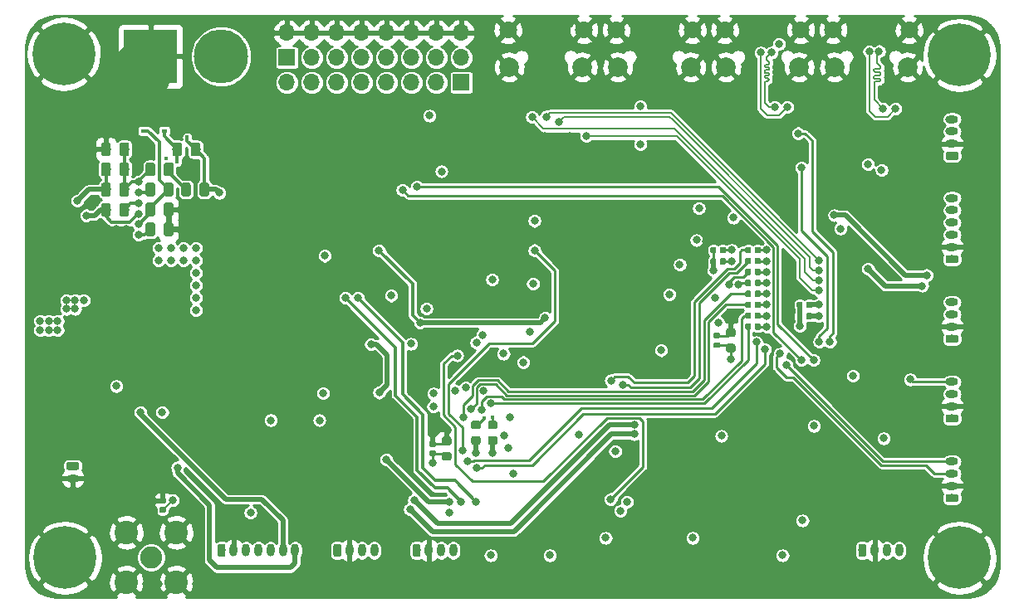
<source format=gbl>
G04 #@! TF.GenerationSoftware,KiCad,Pcbnew,(5.1.2)-2*
G04 #@! TF.CreationDate,2019-10-30T14:31:15+01:00*
G04 #@! TF.ProjectId,Hades,48616465-732e-46b6-9963-61645f706362,rev?*
G04 #@! TF.SameCoordinates,Original*
G04 #@! TF.FileFunction,Copper,L4,Bot*
G04 #@! TF.FilePolarity,Positive*
%FSLAX46Y46*%
G04 Gerber Fmt 4.6, Leading zero omitted, Abs format (unit mm)*
G04 Created by KiCad (PCBNEW (5.1.2)-2) date 2019-10-30 14:31:15*
%MOMM*%
%LPD*%
G04 APERTURE LIST*
%ADD10C,6.400000*%
%ADD11C,0.800000*%
%ADD12C,0.100000*%
%ADD13O,0.800000X1.300000*%
%ADD14C,2.250000*%
%ADD15C,2.400000*%
%ADD16R,5.516000X5.516000*%
%ADD17C,5.516000*%
%ADD18C,0.975000*%
%ADD19C,0.875000*%
%ADD20C,0.590000*%
%ADD21R,0.600000X0.450000*%
%ADD22O,1.300000X0.800000*%
%ADD23R,1.700000X1.700000*%
%ADD24O,1.700000X1.700000*%
%ADD25C,1.800000*%
%ADD26C,2.000000*%
%ADD27C,0.400000*%
%ADD28C,0.250000*%
%ADD29C,0.500000*%
%ADD30C,4.000000*%
%ADD31C,0.197220*%
%ADD32C,0.350000*%
%ADD33C,0.202500*%
%ADD34C,0.254000*%
G04 APERTURE END LIST*
D10*
X29845000Y-81153000D03*
D11*
X32245000Y-81153000D03*
X31542056Y-82850056D03*
X29845000Y-83553000D03*
X28147944Y-82850056D03*
X27445000Y-81153000D03*
X28147944Y-79455944D03*
X29845000Y-78753000D03*
X31542056Y-79455944D03*
D10*
X29718000Y-29718000D03*
D11*
X32118000Y-29718000D03*
X31415056Y-31415056D03*
X29718000Y-32118000D03*
X28020944Y-31415056D03*
X27318000Y-29718000D03*
X28020944Y-28020944D03*
X29718000Y-27318000D03*
X31415056Y-28020944D03*
X122728056Y-79455944D03*
X121031000Y-78753000D03*
X119333944Y-79455944D03*
X118631000Y-81153000D03*
X119333944Y-82850056D03*
X121031000Y-83553000D03*
X122728056Y-82850056D03*
X123431000Y-81153000D03*
D10*
X121031000Y-81153000D03*
X121031000Y-29845000D03*
D11*
X123431000Y-29845000D03*
X122728056Y-31542056D03*
X121031000Y-32245000D03*
X119333944Y-31542056D03*
X118631000Y-29845000D03*
X119333944Y-28147944D03*
X121031000Y-27445000D03*
X122728056Y-28147944D03*
D12*
G36*
X111344603Y-79741963D02*
G01*
X111364018Y-79744843D01*
X111383057Y-79749612D01*
X111401537Y-79756224D01*
X111419279Y-79764616D01*
X111436114Y-79774706D01*
X111451879Y-79786398D01*
X111466421Y-79799579D01*
X111479602Y-79814121D01*
X111491294Y-79829886D01*
X111501384Y-79846721D01*
X111509776Y-79864463D01*
X111516388Y-79882943D01*
X111521157Y-79901982D01*
X111524037Y-79921397D01*
X111525000Y-79941000D01*
X111525000Y-80841000D01*
X111524037Y-80860603D01*
X111521157Y-80880018D01*
X111516388Y-80899057D01*
X111509776Y-80917537D01*
X111501384Y-80935279D01*
X111491294Y-80952114D01*
X111479602Y-80967879D01*
X111466421Y-80982421D01*
X111451879Y-80995602D01*
X111436114Y-81007294D01*
X111419279Y-81017384D01*
X111401537Y-81025776D01*
X111383057Y-81032388D01*
X111364018Y-81037157D01*
X111344603Y-81040037D01*
X111325000Y-81041000D01*
X110925000Y-81041000D01*
X110905397Y-81040037D01*
X110885982Y-81037157D01*
X110866943Y-81032388D01*
X110848463Y-81025776D01*
X110830721Y-81017384D01*
X110813886Y-81007294D01*
X110798121Y-80995602D01*
X110783579Y-80982421D01*
X110770398Y-80967879D01*
X110758706Y-80952114D01*
X110748616Y-80935279D01*
X110740224Y-80917537D01*
X110733612Y-80899057D01*
X110728843Y-80880018D01*
X110725963Y-80860603D01*
X110725000Y-80841000D01*
X110725000Y-79941000D01*
X110725963Y-79921397D01*
X110728843Y-79901982D01*
X110733612Y-79882943D01*
X110740224Y-79864463D01*
X110748616Y-79846721D01*
X110758706Y-79829886D01*
X110770398Y-79814121D01*
X110783579Y-79799579D01*
X110798121Y-79786398D01*
X110813886Y-79774706D01*
X110830721Y-79764616D01*
X110848463Y-79756224D01*
X110866943Y-79749612D01*
X110885982Y-79744843D01*
X110905397Y-79741963D01*
X110925000Y-79741000D01*
X111325000Y-79741000D01*
X111344603Y-79741963D01*
X111344603Y-79741963D01*
G37*
D11*
X111125000Y-80391000D03*
D13*
X112375000Y-80391000D03*
X113625000Y-80391000D03*
X114875000Y-80391000D03*
D14*
X38633400Y-81102200D03*
D15*
X36093400Y-78562200D03*
X41173400Y-78562200D03*
X41173400Y-83642200D03*
X36093400Y-83642200D03*
D16*
X38564000Y-29972000D03*
D17*
X45764000Y-29972000D03*
D12*
G36*
X38799442Y-46926174D02*
G01*
X38823103Y-46929684D01*
X38846307Y-46935496D01*
X38868829Y-46943554D01*
X38890453Y-46953782D01*
X38910970Y-46966079D01*
X38930183Y-46980329D01*
X38947907Y-46996393D01*
X38963971Y-47014117D01*
X38978221Y-47033330D01*
X38990518Y-47053847D01*
X39000746Y-47075471D01*
X39008804Y-47097993D01*
X39014616Y-47121197D01*
X39018126Y-47144858D01*
X39019300Y-47168750D01*
X39019300Y-48081250D01*
X39018126Y-48105142D01*
X39014616Y-48128803D01*
X39008804Y-48152007D01*
X39000746Y-48174529D01*
X38990518Y-48196153D01*
X38978221Y-48216670D01*
X38963971Y-48235883D01*
X38947907Y-48253607D01*
X38930183Y-48269671D01*
X38910970Y-48283921D01*
X38890453Y-48296218D01*
X38868829Y-48306446D01*
X38846307Y-48314504D01*
X38823103Y-48320316D01*
X38799442Y-48323826D01*
X38775550Y-48325000D01*
X38288050Y-48325000D01*
X38264158Y-48323826D01*
X38240497Y-48320316D01*
X38217293Y-48314504D01*
X38194771Y-48306446D01*
X38173147Y-48296218D01*
X38152630Y-48283921D01*
X38133417Y-48269671D01*
X38115693Y-48253607D01*
X38099629Y-48235883D01*
X38085379Y-48216670D01*
X38073082Y-48196153D01*
X38062854Y-48174529D01*
X38054796Y-48152007D01*
X38048984Y-48128803D01*
X38045474Y-48105142D01*
X38044300Y-48081250D01*
X38044300Y-47168750D01*
X38045474Y-47144858D01*
X38048984Y-47121197D01*
X38054796Y-47097993D01*
X38062854Y-47075471D01*
X38073082Y-47053847D01*
X38085379Y-47033330D01*
X38099629Y-47014117D01*
X38115693Y-46996393D01*
X38133417Y-46980329D01*
X38152630Y-46966079D01*
X38173147Y-46953782D01*
X38194771Y-46943554D01*
X38217293Y-46935496D01*
X38240497Y-46929684D01*
X38264158Y-46926174D01*
X38288050Y-46925000D01*
X38775550Y-46925000D01*
X38799442Y-46926174D01*
X38799442Y-46926174D01*
G37*
D18*
X38531800Y-47625000D03*
D12*
G36*
X40674442Y-46926174D02*
G01*
X40698103Y-46929684D01*
X40721307Y-46935496D01*
X40743829Y-46943554D01*
X40765453Y-46953782D01*
X40785970Y-46966079D01*
X40805183Y-46980329D01*
X40822907Y-46996393D01*
X40838971Y-47014117D01*
X40853221Y-47033330D01*
X40865518Y-47053847D01*
X40875746Y-47075471D01*
X40883804Y-47097993D01*
X40889616Y-47121197D01*
X40893126Y-47144858D01*
X40894300Y-47168750D01*
X40894300Y-48081250D01*
X40893126Y-48105142D01*
X40889616Y-48128803D01*
X40883804Y-48152007D01*
X40875746Y-48174529D01*
X40865518Y-48196153D01*
X40853221Y-48216670D01*
X40838971Y-48235883D01*
X40822907Y-48253607D01*
X40805183Y-48269671D01*
X40785970Y-48283921D01*
X40765453Y-48296218D01*
X40743829Y-48306446D01*
X40721307Y-48314504D01*
X40698103Y-48320316D01*
X40674442Y-48323826D01*
X40650550Y-48325000D01*
X40163050Y-48325000D01*
X40139158Y-48323826D01*
X40115497Y-48320316D01*
X40092293Y-48314504D01*
X40069771Y-48306446D01*
X40048147Y-48296218D01*
X40027630Y-48283921D01*
X40008417Y-48269671D01*
X39990693Y-48253607D01*
X39974629Y-48235883D01*
X39960379Y-48216670D01*
X39948082Y-48196153D01*
X39937854Y-48174529D01*
X39929796Y-48152007D01*
X39923984Y-48128803D01*
X39920474Y-48105142D01*
X39919300Y-48081250D01*
X39919300Y-47168750D01*
X39920474Y-47144858D01*
X39923984Y-47121197D01*
X39929796Y-47097993D01*
X39937854Y-47075471D01*
X39948082Y-47053847D01*
X39960379Y-47033330D01*
X39974629Y-47014117D01*
X39990693Y-46996393D01*
X40008417Y-46980329D01*
X40027630Y-46966079D01*
X40048147Y-46953782D01*
X40069771Y-46943554D01*
X40092293Y-46935496D01*
X40115497Y-46929684D01*
X40139158Y-46926174D01*
X40163050Y-46925000D01*
X40650550Y-46925000D01*
X40674442Y-46926174D01*
X40674442Y-46926174D01*
G37*
D18*
X40406800Y-47625000D03*
D12*
G36*
X40676742Y-44894174D02*
G01*
X40700403Y-44897684D01*
X40723607Y-44903496D01*
X40746129Y-44911554D01*
X40767753Y-44921782D01*
X40788270Y-44934079D01*
X40807483Y-44948329D01*
X40825207Y-44964393D01*
X40841271Y-44982117D01*
X40855521Y-45001330D01*
X40867818Y-45021847D01*
X40878046Y-45043471D01*
X40886104Y-45065993D01*
X40891916Y-45089197D01*
X40895426Y-45112858D01*
X40896600Y-45136750D01*
X40896600Y-46049250D01*
X40895426Y-46073142D01*
X40891916Y-46096803D01*
X40886104Y-46120007D01*
X40878046Y-46142529D01*
X40867818Y-46164153D01*
X40855521Y-46184670D01*
X40841271Y-46203883D01*
X40825207Y-46221607D01*
X40807483Y-46237671D01*
X40788270Y-46251921D01*
X40767753Y-46264218D01*
X40746129Y-46274446D01*
X40723607Y-46282504D01*
X40700403Y-46288316D01*
X40676742Y-46291826D01*
X40652850Y-46293000D01*
X40165350Y-46293000D01*
X40141458Y-46291826D01*
X40117797Y-46288316D01*
X40094593Y-46282504D01*
X40072071Y-46274446D01*
X40050447Y-46264218D01*
X40029930Y-46251921D01*
X40010717Y-46237671D01*
X39992993Y-46221607D01*
X39976929Y-46203883D01*
X39962679Y-46184670D01*
X39950382Y-46164153D01*
X39940154Y-46142529D01*
X39932096Y-46120007D01*
X39926284Y-46096803D01*
X39922774Y-46073142D01*
X39921600Y-46049250D01*
X39921600Y-45136750D01*
X39922774Y-45112858D01*
X39926284Y-45089197D01*
X39932096Y-45065993D01*
X39940154Y-45043471D01*
X39950382Y-45021847D01*
X39962679Y-45001330D01*
X39976929Y-44982117D01*
X39992993Y-44964393D01*
X40010717Y-44948329D01*
X40029930Y-44934079D01*
X40050447Y-44921782D01*
X40072071Y-44911554D01*
X40094593Y-44903496D01*
X40117797Y-44897684D01*
X40141458Y-44894174D01*
X40165350Y-44893000D01*
X40652850Y-44893000D01*
X40676742Y-44894174D01*
X40676742Y-44894174D01*
G37*
D18*
X40409100Y-45593000D03*
D12*
G36*
X38801742Y-44894174D02*
G01*
X38825403Y-44897684D01*
X38848607Y-44903496D01*
X38871129Y-44911554D01*
X38892753Y-44921782D01*
X38913270Y-44934079D01*
X38932483Y-44948329D01*
X38950207Y-44964393D01*
X38966271Y-44982117D01*
X38980521Y-45001330D01*
X38992818Y-45021847D01*
X39003046Y-45043471D01*
X39011104Y-45065993D01*
X39016916Y-45089197D01*
X39020426Y-45112858D01*
X39021600Y-45136750D01*
X39021600Y-46049250D01*
X39020426Y-46073142D01*
X39016916Y-46096803D01*
X39011104Y-46120007D01*
X39003046Y-46142529D01*
X38992818Y-46164153D01*
X38980521Y-46184670D01*
X38966271Y-46203883D01*
X38950207Y-46221607D01*
X38932483Y-46237671D01*
X38913270Y-46251921D01*
X38892753Y-46264218D01*
X38871129Y-46274446D01*
X38848607Y-46282504D01*
X38825403Y-46288316D01*
X38801742Y-46291826D01*
X38777850Y-46293000D01*
X38290350Y-46293000D01*
X38266458Y-46291826D01*
X38242797Y-46288316D01*
X38219593Y-46282504D01*
X38197071Y-46274446D01*
X38175447Y-46264218D01*
X38154930Y-46251921D01*
X38135717Y-46237671D01*
X38117993Y-46221607D01*
X38101929Y-46203883D01*
X38087679Y-46184670D01*
X38075382Y-46164153D01*
X38065154Y-46142529D01*
X38057096Y-46120007D01*
X38051284Y-46096803D01*
X38047774Y-46073142D01*
X38046600Y-46049250D01*
X38046600Y-45136750D01*
X38047774Y-45112858D01*
X38051284Y-45089197D01*
X38057096Y-45065993D01*
X38065154Y-45043471D01*
X38075382Y-45021847D01*
X38087679Y-45001330D01*
X38101929Y-44982117D01*
X38117993Y-44964393D01*
X38135717Y-44948329D01*
X38154930Y-44934079D01*
X38175447Y-44921782D01*
X38197071Y-44911554D01*
X38219593Y-44903496D01*
X38242797Y-44897684D01*
X38266458Y-44894174D01*
X38290350Y-44893000D01*
X38777850Y-44893000D01*
X38801742Y-44894174D01*
X38801742Y-44894174D01*
G37*
D18*
X38534100Y-45593000D03*
D12*
G36*
X41547242Y-38772774D02*
G01*
X41570903Y-38776284D01*
X41594107Y-38782096D01*
X41616629Y-38790154D01*
X41638253Y-38800382D01*
X41658770Y-38812679D01*
X41677983Y-38826929D01*
X41695707Y-38842993D01*
X41711771Y-38860717D01*
X41726021Y-38879930D01*
X41738318Y-38900447D01*
X41748546Y-38922071D01*
X41756604Y-38944593D01*
X41762416Y-38967797D01*
X41765926Y-38991458D01*
X41767100Y-39015350D01*
X41767100Y-39927850D01*
X41765926Y-39951742D01*
X41762416Y-39975403D01*
X41756604Y-39998607D01*
X41748546Y-40021129D01*
X41738318Y-40042753D01*
X41726021Y-40063270D01*
X41711771Y-40082483D01*
X41695707Y-40100207D01*
X41677983Y-40116271D01*
X41658770Y-40130521D01*
X41638253Y-40142818D01*
X41616629Y-40153046D01*
X41594107Y-40161104D01*
X41570903Y-40166916D01*
X41547242Y-40170426D01*
X41523350Y-40171600D01*
X41035850Y-40171600D01*
X41011958Y-40170426D01*
X40988297Y-40166916D01*
X40965093Y-40161104D01*
X40942571Y-40153046D01*
X40920947Y-40142818D01*
X40900430Y-40130521D01*
X40881217Y-40116271D01*
X40863493Y-40100207D01*
X40847429Y-40082483D01*
X40833179Y-40063270D01*
X40820882Y-40042753D01*
X40810654Y-40021129D01*
X40802596Y-39998607D01*
X40796784Y-39975403D01*
X40793274Y-39951742D01*
X40792100Y-39927850D01*
X40792100Y-39015350D01*
X40793274Y-38991458D01*
X40796784Y-38967797D01*
X40802596Y-38944593D01*
X40810654Y-38922071D01*
X40820882Y-38900447D01*
X40833179Y-38879930D01*
X40847429Y-38860717D01*
X40863493Y-38842993D01*
X40881217Y-38826929D01*
X40900430Y-38812679D01*
X40920947Y-38800382D01*
X40942571Y-38790154D01*
X40965093Y-38782096D01*
X40988297Y-38776284D01*
X41011958Y-38772774D01*
X41035850Y-38771600D01*
X41523350Y-38771600D01*
X41547242Y-38772774D01*
X41547242Y-38772774D01*
G37*
D18*
X41279600Y-39471600D03*
D12*
G36*
X43422242Y-38772774D02*
G01*
X43445903Y-38776284D01*
X43469107Y-38782096D01*
X43491629Y-38790154D01*
X43513253Y-38800382D01*
X43533770Y-38812679D01*
X43552983Y-38826929D01*
X43570707Y-38842993D01*
X43586771Y-38860717D01*
X43601021Y-38879930D01*
X43613318Y-38900447D01*
X43623546Y-38922071D01*
X43631604Y-38944593D01*
X43637416Y-38967797D01*
X43640926Y-38991458D01*
X43642100Y-39015350D01*
X43642100Y-39927850D01*
X43640926Y-39951742D01*
X43637416Y-39975403D01*
X43631604Y-39998607D01*
X43623546Y-40021129D01*
X43613318Y-40042753D01*
X43601021Y-40063270D01*
X43586771Y-40082483D01*
X43570707Y-40100207D01*
X43552983Y-40116271D01*
X43533770Y-40130521D01*
X43513253Y-40142818D01*
X43491629Y-40153046D01*
X43469107Y-40161104D01*
X43445903Y-40166916D01*
X43422242Y-40170426D01*
X43398350Y-40171600D01*
X42910850Y-40171600D01*
X42886958Y-40170426D01*
X42863297Y-40166916D01*
X42840093Y-40161104D01*
X42817571Y-40153046D01*
X42795947Y-40142818D01*
X42775430Y-40130521D01*
X42756217Y-40116271D01*
X42738493Y-40100207D01*
X42722429Y-40082483D01*
X42708179Y-40063270D01*
X42695882Y-40042753D01*
X42685654Y-40021129D01*
X42677596Y-39998607D01*
X42671784Y-39975403D01*
X42668274Y-39951742D01*
X42667100Y-39927850D01*
X42667100Y-39015350D01*
X42668274Y-38991458D01*
X42671784Y-38967797D01*
X42677596Y-38944593D01*
X42685654Y-38922071D01*
X42695882Y-38900447D01*
X42708179Y-38879930D01*
X42722429Y-38860717D01*
X42738493Y-38842993D01*
X42756217Y-38826929D01*
X42775430Y-38812679D01*
X42795947Y-38800382D01*
X42817571Y-38790154D01*
X42840093Y-38782096D01*
X42863297Y-38776284D01*
X42886958Y-38772774D01*
X42910850Y-38771600D01*
X43398350Y-38771600D01*
X43422242Y-38772774D01*
X43422242Y-38772774D01*
G37*
D18*
X43154600Y-39471600D03*
D12*
G36*
X44308942Y-42862174D02*
G01*
X44332603Y-42865684D01*
X44355807Y-42871496D01*
X44378329Y-42879554D01*
X44399953Y-42889782D01*
X44420470Y-42902079D01*
X44439683Y-42916329D01*
X44457407Y-42932393D01*
X44473471Y-42950117D01*
X44487721Y-42969330D01*
X44500018Y-42989847D01*
X44510246Y-43011471D01*
X44518304Y-43033993D01*
X44524116Y-43057197D01*
X44527626Y-43080858D01*
X44528800Y-43104750D01*
X44528800Y-44017250D01*
X44527626Y-44041142D01*
X44524116Y-44064803D01*
X44518304Y-44088007D01*
X44510246Y-44110529D01*
X44500018Y-44132153D01*
X44487721Y-44152670D01*
X44473471Y-44171883D01*
X44457407Y-44189607D01*
X44439683Y-44205671D01*
X44420470Y-44219921D01*
X44399953Y-44232218D01*
X44378329Y-44242446D01*
X44355807Y-44250504D01*
X44332603Y-44256316D01*
X44308942Y-44259826D01*
X44285050Y-44261000D01*
X43797550Y-44261000D01*
X43773658Y-44259826D01*
X43749997Y-44256316D01*
X43726793Y-44250504D01*
X43704271Y-44242446D01*
X43682647Y-44232218D01*
X43662130Y-44219921D01*
X43642917Y-44205671D01*
X43625193Y-44189607D01*
X43609129Y-44171883D01*
X43594879Y-44152670D01*
X43582582Y-44132153D01*
X43572354Y-44110529D01*
X43564296Y-44088007D01*
X43558484Y-44064803D01*
X43554974Y-44041142D01*
X43553800Y-44017250D01*
X43553800Y-43104750D01*
X43554974Y-43080858D01*
X43558484Y-43057197D01*
X43564296Y-43033993D01*
X43572354Y-43011471D01*
X43582582Y-42989847D01*
X43594879Y-42969330D01*
X43609129Y-42950117D01*
X43625193Y-42932393D01*
X43642917Y-42916329D01*
X43662130Y-42902079D01*
X43682647Y-42889782D01*
X43704271Y-42879554D01*
X43726793Y-42871496D01*
X43749997Y-42865684D01*
X43773658Y-42862174D01*
X43797550Y-42861000D01*
X44285050Y-42861000D01*
X44308942Y-42862174D01*
X44308942Y-42862174D01*
G37*
D18*
X44041300Y-43561000D03*
D12*
G36*
X42433942Y-42862174D02*
G01*
X42457603Y-42865684D01*
X42480807Y-42871496D01*
X42503329Y-42879554D01*
X42524953Y-42889782D01*
X42545470Y-42902079D01*
X42564683Y-42916329D01*
X42582407Y-42932393D01*
X42598471Y-42950117D01*
X42612721Y-42969330D01*
X42625018Y-42989847D01*
X42635246Y-43011471D01*
X42643304Y-43033993D01*
X42649116Y-43057197D01*
X42652626Y-43080858D01*
X42653800Y-43104750D01*
X42653800Y-44017250D01*
X42652626Y-44041142D01*
X42649116Y-44064803D01*
X42643304Y-44088007D01*
X42635246Y-44110529D01*
X42625018Y-44132153D01*
X42612721Y-44152670D01*
X42598471Y-44171883D01*
X42582407Y-44189607D01*
X42564683Y-44205671D01*
X42545470Y-44219921D01*
X42524953Y-44232218D01*
X42503329Y-44242446D01*
X42480807Y-44250504D01*
X42457603Y-44256316D01*
X42433942Y-44259826D01*
X42410050Y-44261000D01*
X41922550Y-44261000D01*
X41898658Y-44259826D01*
X41874997Y-44256316D01*
X41851793Y-44250504D01*
X41829271Y-44242446D01*
X41807647Y-44232218D01*
X41787130Y-44219921D01*
X41767917Y-44205671D01*
X41750193Y-44189607D01*
X41734129Y-44171883D01*
X41719879Y-44152670D01*
X41707582Y-44132153D01*
X41697354Y-44110529D01*
X41689296Y-44088007D01*
X41683484Y-44064803D01*
X41679974Y-44041142D01*
X41678800Y-44017250D01*
X41678800Y-43104750D01*
X41679974Y-43080858D01*
X41683484Y-43057197D01*
X41689296Y-43033993D01*
X41697354Y-43011471D01*
X41707582Y-42989847D01*
X41719879Y-42969330D01*
X41734129Y-42950117D01*
X41750193Y-42932393D01*
X41767917Y-42916329D01*
X41787130Y-42902079D01*
X41807647Y-42889782D01*
X41829271Y-42879554D01*
X41851793Y-42871496D01*
X41874997Y-42865684D01*
X41898658Y-42862174D01*
X41922550Y-42861000D01*
X42410050Y-42861000D01*
X42433942Y-42862174D01*
X42433942Y-42862174D01*
G37*
D18*
X42166300Y-43561000D03*
D12*
G36*
X34282842Y-42862174D02*
G01*
X34306503Y-42865684D01*
X34329707Y-42871496D01*
X34352229Y-42879554D01*
X34373853Y-42889782D01*
X34394370Y-42902079D01*
X34413583Y-42916329D01*
X34431307Y-42932393D01*
X34447371Y-42950117D01*
X34461621Y-42969330D01*
X34473918Y-42989847D01*
X34484146Y-43011471D01*
X34492204Y-43033993D01*
X34498016Y-43057197D01*
X34501526Y-43080858D01*
X34502700Y-43104750D01*
X34502700Y-44017250D01*
X34501526Y-44041142D01*
X34498016Y-44064803D01*
X34492204Y-44088007D01*
X34484146Y-44110529D01*
X34473918Y-44132153D01*
X34461621Y-44152670D01*
X34447371Y-44171883D01*
X34431307Y-44189607D01*
X34413583Y-44205671D01*
X34394370Y-44219921D01*
X34373853Y-44232218D01*
X34352229Y-44242446D01*
X34329707Y-44250504D01*
X34306503Y-44256316D01*
X34282842Y-44259826D01*
X34258950Y-44261000D01*
X33771450Y-44261000D01*
X33747558Y-44259826D01*
X33723897Y-44256316D01*
X33700693Y-44250504D01*
X33678171Y-44242446D01*
X33656547Y-44232218D01*
X33636030Y-44219921D01*
X33616817Y-44205671D01*
X33599093Y-44189607D01*
X33583029Y-44171883D01*
X33568779Y-44152670D01*
X33556482Y-44132153D01*
X33546254Y-44110529D01*
X33538196Y-44088007D01*
X33532384Y-44064803D01*
X33528874Y-44041142D01*
X33527700Y-44017250D01*
X33527700Y-43104750D01*
X33528874Y-43080858D01*
X33532384Y-43057197D01*
X33538196Y-43033993D01*
X33546254Y-43011471D01*
X33556482Y-42989847D01*
X33568779Y-42969330D01*
X33583029Y-42950117D01*
X33599093Y-42932393D01*
X33616817Y-42916329D01*
X33636030Y-42902079D01*
X33656547Y-42889782D01*
X33678171Y-42879554D01*
X33700693Y-42871496D01*
X33723897Y-42865684D01*
X33747558Y-42862174D01*
X33771450Y-42861000D01*
X34258950Y-42861000D01*
X34282842Y-42862174D01*
X34282842Y-42862174D01*
G37*
D18*
X34015200Y-43561000D03*
D12*
G36*
X36157842Y-42862174D02*
G01*
X36181503Y-42865684D01*
X36204707Y-42871496D01*
X36227229Y-42879554D01*
X36248853Y-42889782D01*
X36269370Y-42902079D01*
X36288583Y-42916329D01*
X36306307Y-42932393D01*
X36322371Y-42950117D01*
X36336621Y-42969330D01*
X36348918Y-42989847D01*
X36359146Y-43011471D01*
X36367204Y-43033993D01*
X36373016Y-43057197D01*
X36376526Y-43080858D01*
X36377700Y-43104750D01*
X36377700Y-44017250D01*
X36376526Y-44041142D01*
X36373016Y-44064803D01*
X36367204Y-44088007D01*
X36359146Y-44110529D01*
X36348918Y-44132153D01*
X36336621Y-44152670D01*
X36322371Y-44171883D01*
X36306307Y-44189607D01*
X36288583Y-44205671D01*
X36269370Y-44219921D01*
X36248853Y-44232218D01*
X36227229Y-44242446D01*
X36204707Y-44250504D01*
X36181503Y-44256316D01*
X36157842Y-44259826D01*
X36133950Y-44261000D01*
X35646450Y-44261000D01*
X35622558Y-44259826D01*
X35598897Y-44256316D01*
X35575693Y-44250504D01*
X35553171Y-44242446D01*
X35531547Y-44232218D01*
X35511030Y-44219921D01*
X35491817Y-44205671D01*
X35474093Y-44189607D01*
X35458029Y-44171883D01*
X35443779Y-44152670D01*
X35431482Y-44132153D01*
X35421254Y-44110529D01*
X35413196Y-44088007D01*
X35407384Y-44064803D01*
X35403874Y-44041142D01*
X35402700Y-44017250D01*
X35402700Y-43104750D01*
X35403874Y-43080858D01*
X35407384Y-43057197D01*
X35413196Y-43033993D01*
X35421254Y-43011471D01*
X35431482Y-42989847D01*
X35443779Y-42969330D01*
X35458029Y-42950117D01*
X35474093Y-42932393D01*
X35491817Y-42916329D01*
X35511030Y-42902079D01*
X35531547Y-42889782D01*
X35553171Y-42879554D01*
X35575693Y-42871496D01*
X35598897Y-42865684D01*
X35622558Y-42862174D01*
X35646450Y-42861000D01*
X36133950Y-42861000D01*
X36157842Y-42862174D01*
X36157842Y-42862174D01*
G37*
D18*
X35890200Y-43561000D03*
D12*
G36*
X97991491Y-59304453D02*
G01*
X98012726Y-59307603D01*
X98033550Y-59312819D01*
X98053762Y-59320051D01*
X98073168Y-59329230D01*
X98091581Y-59340266D01*
X98108824Y-59353054D01*
X98124730Y-59367470D01*
X98139146Y-59383376D01*
X98151934Y-59400619D01*
X98162970Y-59419032D01*
X98172149Y-59438438D01*
X98179381Y-59458650D01*
X98184597Y-59479474D01*
X98187747Y-59500709D01*
X98188800Y-59522150D01*
X98188800Y-59959650D01*
X98187747Y-59981091D01*
X98184597Y-60002326D01*
X98179381Y-60023150D01*
X98172149Y-60043362D01*
X98162970Y-60062768D01*
X98151934Y-60081181D01*
X98139146Y-60098424D01*
X98124730Y-60114330D01*
X98108824Y-60128746D01*
X98091581Y-60141534D01*
X98073168Y-60152570D01*
X98053762Y-60161749D01*
X98033550Y-60168981D01*
X98012726Y-60174197D01*
X97991491Y-60177347D01*
X97970050Y-60178400D01*
X97457550Y-60178400D01*
X97436109Y-60177347D01*
X97414874Y-60174197D01*
X97394050Y-60168981D01*
X97373838Y-60161749D01*
X97354432Y-60152570D01*
X97336019Y-60141534D01*
X97318776Y-60128746D01*
X97302870Y-60114330D01*
X97288454Y-60098424D01*
X97275666Y-60081181D01*
X97264630Y-60062768D01*
X97255451Y-60043362D01*
X97248219Y-60023150D01*
X97243003Y-60002326D01*
X97239853Y-59981091D01*
X97238800Y-59959650D01*
X97238800Y-59522150D01*
X97239853Y-59500709D01*
X97243003Y-59479474D01*
X97248219Y-59458650D01*
X97255451Y-59438438D01*
X97264630Y-59419032D01*
X97275666Y-59400619D01*
X97288454Y-59383376D01*
X97302870Y-59367470D01*
X97318776Y-59353054D01*
X97336019Y-59340266D01*
X97354432Y-59329230D01*
X97373838Y-59320051D01*
X97394050Y-59312819D01*
X97414874Y-59307603D01*
X97436109Y-59304453D01*
X97457550Y-59303400D01*
X97970050Y-59303400D01*
X97991491Y-59304453D01*
X97991491Y-59304453D01*
G37*
D19*
X97713800Y-59740900D03*
D12*
G36*
X97991491Y-57729453D02*
G01*
X98012726Y-57732603D01*
X98033550Y-57737819D01*
X98053762Y-57745051D01*
X98073168Y-57754230D01*
X98091581Y-57765266D01*
X98108824Y-57778054D01*
X98124730Y-57792470D01*
X98139146Y-57808376D01*
X98151934Y-57825619D01*
X98162970Y-57844032D01*
X98172149Y-57863438D01*
X98179381Y-57883650D01*
X98184597Y-57904474D01*
X98187747Y-57925709D01*
X98188800Y-57947150D01*
X98188800Y-58384650D01*
X98187747Y-58406091D01*
X98184597Y-58427326D01*
X98179381Y-58448150D01*
X98172149Y-58468362D01*
X98162970Y-58487768D01*
X98151934Y-58506181D01*
X98139146Y-58523424D01*
X98124730Y-58539330D01*
X98108824Y-58553746D01*
X98091581Y-58566534D01*
X98073168Y-58577570D01*
X98053762Y-58586749D01*
X98033550Y-58593981D01*
X98012726Y-58599197D01*
X97991491Y-58602347D01*
X97970050Y-58603400D01*
X97457550Y-58603400D01*
X97436109Y-58602347D01*
X97414874Y-58599197D01*
X97394050Y-58593981D01*
X97373838Y-58586749D01*
X97354432Y-58577570D01*
X97336019Y-58566534D01*
X97318776Y-58553746D01*
X97302870Y-58539330D01*
X97288454Y-58523424D01*
X97275666Y-58506181D01*
X97264630Y-58487768D01*
X97255451Y-58468362D01*
X97248219Y-58448150D01*
X97243003Y-58427326D01*
X97239853Y-58406091D01*
X97238800Y-58384650D01*
X97238800Y-57947150D01*
X97239853Y-57925709D01*
X97243003Y-57904474D01*
X97248219Y-57883650D01*
X97255451Y-57863438D01*
X97264630Y-57844032D01*
X97275666Y-57825619D01*
X97288454Y-57808376D01*
X97302870Y-57792470D01*
X97318776Y-57778054D01*
X97336019Y-57765266D01*
X97354432Y-57754230D01*
X97373838Y-57745051D01*
X97394050Y-57737819D01*
X97414874Y-57732603D01*
X97436109Y-57729453D01*
X97457550Y-57728400D01*
X97970050Y-57728400D01*
X97991491Y-57729453D01*
X97991491Y-57729453D01*
G37*
D19*
X97713800Y-58165900D03*
D12*
G36*
X96478358Y-58174110D02*
G01*
X96492676Y-58176234D01*
X96506717Y-58179751D01*
X96520346Y-58184628D01*
X96533431Y-58190817D01*
X96545847Y-58198258D01*
X96557473Y-58206881D01*
X96568198Y-58216602D01*
X96577919Y-58227327D01*
X96586542Y-58238953D01*
X96593983Y-58251369D01*
X96600172Y-58264454D01*
X96605049Y-58278083D01*
X96608566Y-58292124D01*
X96610690Y-58306442D01*
X96611400Y-58320900D01*
X96611400Y-58615900D01*
X96610690Y-58630358D01*
X96608566Y-58644676D01*
X96605049Y-58658717D01*
X96600172Y-58672346D01*
X96593983Y-58685431D01*
X96586542Y-58697847D01*
X96577919Y-58709473D01*
X96568198Y-58720198D01*
X96557473Y-58729919D01*
X96545847Y-58738542D01*
X96533431Y-58745983D01*
X96520346Y-58752172D01*
X96506717Y-58757049D01*
X96492676Y-58760566D01*
X96478358Y-58762690D01*
X96463900Y-58763400D01*
X96118900Y-58763400D01*
X96104442Y-58762690D01*
X96090124Y-58760566D01*
X96076083Y-58757049D01*
X96062454Y-58752172D01*
X96049369Y-58745983D01*
X96036953Y-58738542D01*
X96025327Y-58729919D01*
X96014602Y-58720198D01*
X96004881Y-58709473D01*
X95996258Y-58697847D01*
X95988817Y-58685431D01*
X95982628Y-58672346D01*
X95977751Y-58658717D01*
X95974234Y-58644676D01*
X95972110Y-58630358D01*
X95971400Y-58615900D01*
X95971400Y-58320900D01*
X95972110Y-58306442D01*
X95974234Y-58292124D01*
X95977751Y-58278083D01*
X95982628Y-58264454D01*
X95988817Y-58251369D01*
X95996258Y-58238953D01*
X96004881Y-58227327D01*
X96014602Y-58216602D01*
X96025327Y-58206881D01*
X96036953Y-58198258D01*
X96049369Y-58190817D01*
X96062454Y-58184628D01*
X96076083Y-58179751D01*
X96090124Y-58176234D01*
X96104442Y-58174110D01*
X96118900Y-58173400D01*
X96463900Y-58173400D01*
X96478358Y-58174110D01*
X96478358Y-58174110D01*
G37*
D20*
X96291400Y-58468400D03*
D12*
G36*
X96478358Y-59144110D02*
G01*
X96492676Y-59146234D01*
X96506717Y-59149751D01*
X96520346Y-59154628D01*
X96533431Y-59160817D01*
X96545847Y-59168258D01*
X96557473Y-59176881D01*
X96568198Y-59186602D01*
X96577919Y-59197327D01*
X96586542Y-59208953D01*
X96593983Y-59221369D01*
X96600172Y-59234454D01*
X96605049Y-59248083D01*
X96608566Y-59262124D01*
X96610690Y-59276442D01*
X96611400Y-59290900D01*
X96611400Y-59585900D01*
X96610690Y-59600358D01*
X96608566Y-59614676D01*
X96605049Y-59628717D01*
X96600172Y-59642346D01*
X96593983Y-59655431D01*
X96586542Y-59667847D01*
X96577919Y-59679473D01*
X96568198Y-59690198D01*
X96557473Y-59699919D01*
X96545847Y-59708542D01*
X96533431Y-59715983D01*
X96520346Y-59722172D01*
X96506717Y-59727049D01*
X96492676Y-59730566D01*
X96478358Y-59732690D01*
X96463900Y-59733400D01*
X96118900Y-59733400D01*
X96104442Y-59732690D01*
X96090124Y-59730566D01*
X96076083Y-59727049D01*
X96062454Y-59722172D01*
X96049369Y-59715983D01*
X96036953Y-59708542D01*
X96025327Y-59699919D01*
X96014602Y-59690198D01*
X96004881Y-59679473D01*
X95996258Y-59667847D01*
X95988817Y-59655431D01*
X95982628Y-59642346D01*
X95977751Y-59628717D01*
X95974234Y-59614676D01*
X95972110Y-59600358D01*
X95971400Y-59585900D01*
X95971400Y-59290900D01*
X95972110Y-59276442D01*
X95974234Y-59262124D01*
X95977751Y-59248083D01*
X95982628Y-59234454D01*
X95988817Y-59221369D01*
X95996258Y-59208953D01*
X96004881Y-59197327D01*
X96014602Y-59186602D01*
X96025327Y-59176881D01*
X96036953Y-59168258D01*
X96049369Y-59160817D01*
X96062454Y-59154628D01*
X96076083Y-59149751D01*
X96090124Y-59146234D01*
X96104442Y-59144110D01*
X96118900Y-59143400D01*
X96463900Y-59143400D01*
X96478358Y-59144110D01*
X96478358Y-59144110D01*
G37*
D20*
X96291400Y-59438400D03*
D12*
G36*
X69035491Y-68778453D02*
G01*
X69056726Y-68781603D01*
X69077550Y-68786819D01*
X69097762Y-68794051D01*
X69117168Y-68803230D01*
X69135581Y-68814266D01*
X69152824Y-68827054D01*
X69168730Y-68841470D01*
X69183146Y-68857376D01*
X69195934Y-68874619D01*
X69206970Y-68893032D01*
X69216149Y-68912438D01*
X69223381Y-68932650D01*
X69228597Y-68953474D01*
X69231747Y-68974709D01*
X69232800Y-68996150D01*
X69232800Y-69433650D01*
X69231747Y-69455091D01*
X69228597Y-69476326D01*
X69223381Y-69497150D01*
X69216149Y-69517362D01*
X69206970Y-69536768D01*
X69195934Y-69555181D01*
X69183146Y-69572424D01*
X69168730Y-69588330D01*
X69152824Y-69602746D01*
X69135581Y-69615534D01*
X69117168Y-69626570D01*
X69097762Y-69635749D01*
X69077550Y-69642981D01*
X69056726Y-69648197D01*
X69035491Y-69651347D01*
X69014050Y-69652400D01*
X68501550Y-69652400D01*
X68480109Y-69651347D01*
X68458874Y-69648197D01*
X68438050Y-69642981D01*
X68417838Y-69635749D01*
X68398432Y-69626570D01*
X68380019Y-69615534D01*
X68362776Y-69602746D01*
X68346870Y-69588330D01*
X68332454Y-69572424D01*
X68319666Y-69555181D01*
X68308630Y-69536768D01*
X68299451Y-69517362D01*
X68292219Y-69497150D01*
X68287003Y-69476326D01*
X68283853Y-69455091D01*
X68282800Y-69433650D01*
X68282800Y-68996150D01*
X68283853Y-68974709D01*
X68287003Y-68953474D01*
X68292219Y-68932650D01*
X68299451Y-68912438D01*
X68308630Y-68893032D01*
X68319666Y-68874619D01*
X68332454Y-68857376D01*
X68346870Y-68841470D01*
X68362776Y-68827054D01*
X68380019Y-68814266D01*
X68398432Y-68803230D01*
X68417838Y-68794051D01*
X68438050Y-68786819D01*
X68458874Y-68781603D01*
X68480109Y-68778453D01*
X68501550Y-68777400D01*
X69014050Y-68777400D01*
X69035491Y-68778453D01*
X69035491Y-68778453D01*
G37*
D19*
X68757800Y-69214900D03*
D12*
G36*
X69035491Y-70353453D02*
G01*
X69056726Y-70356603D01*
X69077550Y-70361819D01*
X69097762Y-70369051D01*
X69117168Y-70378230D01*
X69135581Y-70389266D01*
X69152824Y-70402054D01*
X69168730Y-70416470D01*
X69183146Y-70432376D01*
X69195934Y-70449619D01*
X69206970Y-70468032D01*
X69216149Y-70487438D01*
X69223381Y-70507650D01*
X69228597Y-70528474D01*
X69231747Y-70549709D01*
X69232800Y-70571150D01*
X69232800Y-71008650D01*
X69231747Y-71030091D01*
X69228597Y-71051326D01*
X69223381Y-71072150D01*
X69216149Y-71092362D01*
X69206970Y-71111768D01*
X69195934Y-71130181D01*
X69183146Y-71147424D01*
X69168730Y-71163330D01*
X69152824Y-71177746D01*
X69135581Y-71190534D01*
X69117168Y-71201570D01*
X69097762Y-71210749D01*
X69077550Y-71217981D01*
X69056726Y-71223197D01*
X69035491Y-71226347D01*
X69014050Y-71227400D01*
X68501550Y-71227400D01*
X68480109Y-71226347D01*
X68458874Y-71223197D01*
X68438050Y-71217981D01*
X68417838Y-71210749D01*
X68398432Y-71201570D01*
X68380019Y-71190534D01*
X68362776Y-71177746D01*
X68346870Y-71163330D01*
X68332454Y-71147424D01*
X68319666Y-71130181D01*
X68308630Y-71111768D01*
X68299451Y-71092362D01*
X68292219Y-71072150D01*
X68287003Y-71051326D01*
X68283853Y-71030091D01*
X68282800Y-71008650D01*
X68282800Y-70571150D01*
X68283853Y-70549709D01*
X68287003Y-70528474D01*
X68292219Y-70507650D01*
X68299451Y-70487438D01*
X68308630Y-70468032D01*
X68319666Y-70449619D01*
X68332454Y-70432376D01*
X68346870Y-70416470D01*
X68362776Y-70402054D01*
X68380019Y-70389266D01*
X68398432Y-70378230D01*
X68417838Y-70369051D01*
X68438050Y-70361819D01*
X68458874Y-70356603D01*
X68480109Y-70353453D01*
X68501550Y-70352400D01*
X69014050Y-70352400D01*
X69035491Y-70353453D01*
X69035491Y-70353453D01*
G37*
D19*
X68757800Y-70789900D03*
D12*
G36*
X67496958Y-70193110D02*
G01*
X67511276Y-70195234D01*
X67525317Y-70198751D01*
X67538946Y-70203628D01*
X67552031Y-70209817D01*
X67564447Y-70217258D01*
X67576073Y-70225881D01*
X67586798Y-70235602D01*
X67596519Y-70246327D01*
X67605142Y-70257953D01*
X67612583Y-70270369D01*
X67618772Y-70283454D01*
X67623649Y-70297083D01*
X67627166Y-70311124D01*
X67629290Y-70325442D01*
X67630000Y-70339900D01*
X67630000Y-70634900D01*
X67629290Y-70649358D01*
X67627166Y-70663676D01*
X67623649Y-70677717D01*
X67618772Y-70691346D01*
X67612583Y-70704431D01*
X67605142Y-70716847D01*
X67596519Y-70728473D01*
X67586798Y-70739198D01*
X67576073Y-70748919D01*
X67564447Y-70757542D01*
X67552031Y-70764983D01*
X67538946Y-70771172D01*
X67525317Y-70776049D01*
X67511276Y-70779566D01*
X67496958Y-70781690D01*
X67482500Y-70782400D01*
X67137500Y-70782400D01*
X67123042Y-70781690D01*
X67108724Y-70779566D01*
X67094683Y-70776049D01*
X67081054Y-70771172D01*
X67067969Y-70764983D01*
X67055553Y-70757542D01*
X67043927Y-70748919D01*
X67033202Y-70739198D01*
X67023481Y-70728473D01*
X67014858Y-70716847D01*
X67007417Y-70704431D01*
X67001228Y-70691346D01*
X66996351Y-70677717D01*
X66992834Y-70663676D01*
X66990710Y-70649358D01*
X66990000Y-70634900D01*
X66990000Y-70339900D01*
X66990710Y-70325442D01*
X66992834Y-70311124D01*
X66996351Y-70297083D01*
X67001228Y-70283454D01*
X67007417Y-70270369D01*
X67014858Y-70257953D01*
X67023481Y-70246327D01*
X67033202Y-70235602D01*
X67043927Y-70225881D01*
X67055553Y-70217258D01*
X67067969Y-70209817D01*
X67081054Y-70203628D01*
X67094683Y-70198751D01*
X67108724Y-70195234D01*
X67123042Y-70193110D01*
X67137500Y-70192400D01*
X67482500Y-70192400D01*
X67496958Y-70193110D01*
X67496958Y-70193110D01*
G37*
D20*
X67310000Y-70487400D03*
D12*
G36*
X67496958Y-69223110D02*
G01*
X67511276Y-69225234D01*
X67525317Y-69228751D01*
X67538946Y-69233628D01*
X67552031Y-69239817D01*
X67564447Y-69247258D01*
X67576073Y-69255881D01*
X67586798Y-69265602D01*
X67596519Y-69276327D01*
X67605142Y-69287953D01*
X67612583Y-69300369D01*
X67618772Y-69313454D01*
X67623649Y-69327083D01*
X67627166Y-69341124D01*
X67629290Y-69355442D01*
X67630000Y-69369900D01*
X67630000Y-69664900D01*
X67629290Y-69679358D01*
X67627166Y-69693676D01*
X67623649Y-69707717D01*
X67618772Y-69721346D01*
X67612583Y-69734431D01*
X67605142Y-69746847D01*
X67596519Y-69758473D01*
X67586798Y-69769198D01*
X67576073Y-69778919D01*
X67564447Y-69787542D01*
X67552031Y-69794983D01*
X67538946Y-69801172D01*
X67525317Y-69806049D01*
X67511276Y-69809566D01*
X67496958Y-69811690D01*
X67482500Y-69812400D01*
X67137500Y-69812400D01*
X67123042Y-69811690D01*
X67108724Y-69809566D01*
X67094683Y-69806049D01*
X67081054Y-69801172D01*
X67067969Y-69794983D01*
X67055553Y-69787542D01*
X67043927Y-69778919D01*
X67033202Y-69769198D01*
X67023481Y-69758473D01*
X67014858Y-69746847D01*
X67007417Y-69734431D01*
X67001228Y-69721346D01*
X66996351Y-69707717D01*
X66992834Y-69693676D01*
X66990710Y-69679358D01*
X66990000Y-69664900D01*
X66990000Y-69369900D01*
X66990710Y-69355442D01*
X66992834Y-69341124D01*
X66996351Y-69327083D01*
X67001228Y-69313454D01*
X67007417Y-69300369D01*
X67014858Y-69287953D01*
X67023481Y-69276327D01*
X67033202Y-69265602D01*
X67043927Y-69255881D01*
X67055553Y-69247258D01*
X67067969Y-69239817D01*
X67081054Y-69233628D01*
X67094683Y-69228751D01*
X67108724Y-69225234D01*
X67123042Y-69223110D01*
X67137500Y-69222400D01*
X67482500Y-69222400D01*
X67496958Y-69223110D01*
X67496958Y-69223110D01*
G37*
D20*
X67310000Y-69517400D03*
D12*
G36*
X39988758Y-75011910D02*
G01*
X40003076Y-75014034D01*
X40017117Y-75017551D01*
X40030746Y-75022428D01*
X40043831Y-75028617D01*
X40056247Y-75036058D01*
X40067873Y-75044681D01*
X40078598Y-75054402D01*
X40088319Y-75065127D01*
X40096942Y-75076753D01*
X40104383Y-75089169D01*
X40110572Y-75102254D01*
X40115449Y-75115883D01*
X40118966Y-75129924D01*
X40121090Y-75144242D01*
X40121800Y-75158700D01*
X40121800Y-75453700D01*
X40121090Y-75468158D01*
X40118966Y-75482476D01*
X40115449Y-75496517D01*
X40110572Y-75510146D01*
X40104383Y-75523231D01*
X40096942Y-75535647D01*
X40088319Y-75547273D01*
X40078598Y-75557998D01*
X40067873Y-75567719D01*
X40056247Y-75576342D01*
X40043831Y-75583783D01*
X40030746Y-75589972D01*
X40017117Y-75594849D01*
X40003076Y-75598366D01*
X39988758Y-75600490D01*
X39974300Y-75601200D01*
X39629300Y-75601200D01*
X39614842Y-75600490D01*
X39600524Y-75598366D01*
X39586483Y-75594849D01*
X39572854Y-75589972D01*
X39559769Y-75583783D01*
X39547353Y-75576342D01*
X39535727Y-75567719D01*
X39525002Y-75557998D01*
X39515281Y-75547273D01*
X39506658Y-75535647D01*
X39499217Y-75523231D01*
X39493028Y-75510146D01*
X39488151Y-75496517D01*
X39484634Y-75482476D01*
X39482510Y-75468158D01*
X39481800Y-75453700D01*
X39481800Y-75158700D01*
X39482510Y-75144242D01*
X39484634Y-75129924D01*
X39488151Y-75115883D01*
X39493028Y-75102254D01*
X39499217Y-75089169D01*
X39506658Y-75076753D01*
X39515281Y-75065127D01*
X39525002Y-75054402D01*
X39535727Y-75044681D01*
X39547353Y-75036058D01*
X39559769Y-75028617D01*
X39572854Y-75022428D01*
X39586483Y-75017551D01*
X39600524Y-75014034D01*
X39614842Y-75011910D01*
X39629300Y-75011200D01*
X39974300Y-75011200D01*
X39988758Y-75011910D01*
X39988758Y-75011910D01*
G37*
D20*
X39801800Y-75306200D03*
D12*
G36*
X39988758Y-75981910D02*
G01*
X40003076Y-75984034D01*
X40017117Y-75987551D01*
X40030746Y-75992428D01*
X40043831Y-75998617D01*
X40056247Y-76006058D01*
X40067873Y-76014681D01*
X40078598Y-76024402D01*
X40088319Y-76035127D01*
X40096942Y-76046753D01*
X40104383Y-76059169D01*
X40110572Y-76072254D01*
X40115449Y-76085883D01*
X40118966Y-76099924D01*
X40121090Y-76114242D01*
X40121800Y-76128700D01*
X40121800Y-76423700D01*
X40121090Y-76438158D01*
X40118966Y-76452476D01*
X40115449Y-76466517D01*
X40110572Y-76480146D01*
X40104383Y-76493231D01*
X40096942Y-76505647D01*
X40088319Y-76517273D01*
X40078598Y-76527998D01*
X40067873Y-76537719D01*
X40056247Y-76546342D01*
X40043831Y-76553783D01*
X40030746Y-76559972D01*
X40017117Y-76564849D01*
X40003076Y-76568366D01*
X39988758Y-76570490D01*
X39974300Y-76571200D01*
X39629300Y-76571200D01*
X39614842Y-76570490D01*
X39600524Y-76568366D01*
X39586483Y-76564849D01*
X39572854Y-76559972D01*
X39559769Y-76553783D01*
X39547353Y-76546342D01*
X39535727Y-76537719D01*
X39525002Y-76527998D01*
X39515281Y-76517273D01*
X39506658Y-76505647D01*
X39499217Y-76493231D01*
X39493028Y-76480146D01*
X39488151Y-76466517D01*
X39484634Y-76452476D01*
X39482510Y-76438158D01*
X39481800Y-76423700D01*
X39481800Y-76128700D01*
X39482510Y-76114242D01*
X39484634Y-76099924D01*
X39488151Y-76085883D01*
X39493028Y-76072254D01*
X39499217Y-76059169D01*
X39506658Y-76046753D01*
X39515281Y-76035127D01*
X39525002Y-76024402D01*
X39535727Y-76014681D01*
X39547353Y-76006058D01*
X39559769Y-75998617D01*
X39572854Y-75992428D01*
X39586483Y-75987551D01*
X39600524Y-75984034D01*
X39614842Y-75981910D01*
X39629300Y-75981200D01*
X39974300Y-75981200D01*
X39988758Y-75981910D01*
X39988758Y-75981910D01*
G37*
D20*
X39801800Y-76276200D03*
D21*
X39946000Y-37566600D03*
X37846000Y-37566600D03*
D12*
G36*
X31102003Y-71381363D02*
G01*
X31121418Y-71384243D01*
X31140457Y-71389012D01*
X31158937Y-71395624D01*
X31176679Y-71404016D01*
X31193514Y-71414106D01*
X31209279Y-71425798D01*
X31223821Y-71438979D01*
X31237002Y-71453521D01*
X31248694Y-71469286D01*
X31258784Y-71486121D01*
X31267176Y-71503863D01*
X31273788Y-71522343D01*
X31278557Y-71541382D01*
X31281437Y-71560797D01*
X31282400Y-71580400D01*
X31282400Y-71980400D01*
X31281437Y-72000003D01*
X31278557Y-72019418D01*
X31273788Y-72038457D01*
X31267176Y-72056937D01*
X31258784Y-72074679D01*
X31248694Y-72091514D01*
X31237002Y-72107279D01*
X31223821Y-72121821D01*
X31209279Y-72135002D01*
X31193514Y-72146694D01*
X31176679Y-72156784D01*
X31158937Y-72165176D01*
X31140457Y-72171788D01*
X31121418Y-72176557D01*
X31102003Y-72179437D01*
X31082400Y-72180400D01*
X30182400Y-72180400D01*
X30162797Y-72179437D01*
X30143382Y-72176557D01*
X30124343Y-72171788D01*
X30105863Y-72165176D01*
X30088121Y-72156784D01*
X30071286Y-72146694D01*
X30055521Y-72135002D01*
X30040979Y-72121821D01*
X30027798Y-72107279D01*
X30016106Y-72091514D01*
X30006016Y-72074679D01*
X29997624Y-72056937D01*
X29991012Y-72038457D01*
X29986243Y-72019418D01*
X29983363Y-72000003D01*
X29982400Y-71980400D01*
X29982400Y-71580400D01*
X29983363Y-71560797D01*
X29986243Y-71541382D01*
X29991012Y-71522343D01*
X29997624Y-71503863D01*
X30006016Y-71486121D01*
X30016106Y-71469286D01*
X30027798Y-71453521D01*
X30040979Y-71438979D01*
X30055521Y-71425798D01*
X30071286Y-71414106D01*
X30088121Y-71404016D01*
X30105863Y-71395624D01*
X30124343Y-71389012D01*
X30143382Y-71384243D01*
X30162797Y-71381363D01*
X30182400Y-71380400D01*
X31082400Y-71380400D01*
X31102003Y-71381363D01*
X31102003Y-71381363D01*
G37*
D11*
X30632400Y-71780400D03*
D22*
X30632400Y-73030400D03*
D12*
G36*
X46015803Y-79741963D02*
G01*
X46035218Y-79744843D01*
X46054257Y-79749612D01*
X46072737Y-79756224D01*
X46090479Y-79764616D01*
X46107314Y-79774706D01*
X46123079Y-79786398D01*
X46137621Y-79799579D01*
X46150802Y-79814121D01*
X46162494Y-79829886D01*
X46172584Y-79846721D01*
X46180976Y-79864463D01*
X46187588Y-79882943D01*
X46192357Y-79901982D01*
X46195237Y-79921397D01*
X46196200Y-79941000D01*
X46196200Y-80841000D01*
X46195237Y-80860603D01*
X46192357Y-80880018D01*
X46187588Y-80899057D01*
X46180976Y-80917537D01*
X46172584Y-80935279D01*
X46162494Y-80952114D01*
X46150802Y-80967879D01*
X46137621Y-80982421D01*
X46123079Y-80995602D01*
X46107314Y-81007294D01*
X46090479Y-81017384D01*
X46072737Y-81025776D01*
X46054257Y-81032388D01*
X46035218Y-81037157D01*
X46015803Y-81040037D01*
X45996200Y-81041000D01*
X45596200Y-81041000D01*
X45576597Y-81040037D01*
X45557182Y-81037157D01*
X45538143Y-81032388D01*
X45519663Y-81025776D01*
X45501921Y-81017384D01*
X45485086Y-81007294D01*
X45469321Y-80995602D01*
X45454779Y-80982421D01*
X45441598Y-80967879D01*
X45429906Y-80952114D01*
X45419816Y-80935279D01*
X45411424Y-80917537D01*
X45404812Y-80899057D01*
X45400043Y-80880018D01*
X45397163Y-80860603D01*
X45396200Y-80841000D01*
X45396200Y-79941000D01*
X45397163Y-79921397D01*
X45400043Y-79901982D01*
X45404812Y-79882943D01*
X45411424Y-79864463D01*
X45419816Y-79846721D01*
X45429906Y-79829886D01*
X45441598Y-79814121D01*
X45454779Y-79799579D01*
X45469321Y-79786398D01*
X45485086Y-79774706D01*
X45501921Y-79764616D01*
X45519663Y-79756224D01*
X45538143Y-79749612D01*
X45557182Y-79744843D01*
X45576597Y-79741963D01*
X45596200Y-79741000D01*
X45996200Y-79741000D01*
X46015803Y-79741963D01*
X46015803Y-79741963D01*
G37*
D11*
X45796200Y-80391000D03*
D13*
X47046200Y-80391000D03*
X48296200Y-80391000D03*
X49546200Y-80391000D03*
X50796200Y-80391000D03*
X52046200Y-80391000D03*
X53296200Y-80391000D03*
D12*
G36*
X120738603Y-39732963D02*
G01*
X120758018Y-39735843D01*
X120777057Y-39740612D01*
X120795537Y-39747224D01*
X120813279Y-39755616D01*
X120830114Y-39765706D01*
X120845879Y-39777398D01*
X120860421Y-39790579D01*
X120873602Y-39805121D01*
X120885294Y-39820886D01*
X120895384Y-39837721D01*
X120903776Y-39855463D01*
X120910388Y-39873943D01*
X120915157Y-39892982D01*
X120918037Y-39912397D01*
X120919000Y-39932000D01*
X120919000Y-40332000D01*
X120918037Y-40351603D01*
X120915157Y-40371018D01*
X120910388Y-40390057D01*
X120903776Y-40408537D01*
X120895384Y-40426279D01*
X120885294Y-40443114D01*
X120873602Y-40458879D01*
X120860421Y-40473421D01*
X120845879Y-40486602D01*
X120830114Y-40498294D01*
X120813279Y-40508384D01*
X120795537Y-40516776D01*
X120777057Y-40523388D01*
X120758018Y-40528157D01*
X120738603Y-40531037D01*
X120719000Y-40532000D01*
X119819000Y-40532000D01*
X119799397Y-40531037D01*
X119779982Y-40528157D01*
X119760943Y-40523388D01*
X119742463Y-40516776D01*
X119724721Y-40508384D01*
X119707886Y-40498294D01*
X119692121Y-40486602D01*
X119677579Y-40473421D01*
X119664398Y-40458879D01*
X119652706Y-40443114D01*
X119642616Y-40426279D01*
X119634224Y-40408537D01*
X119627612Y-40390057D01*
X119622843Y-40371018D01*
X119619963Y-40351603D01*
X119619000Y-40332000D01*
X119619000Y-39932000D01*
X119619963Y-39912397D01*
X119622843Y-39892982D01*
X119627612Y-39873943D01*
X119634224Y-39855463D01*
X119642616Y-39837721D01*
X119652706Y-39820886D01*
X119664398Y-39805121D01*
X119677579Y-39790579D01*
X119692121Y-39777398D01*
X119707886Y-39765706D01*
X119724721Y-39755616D01*
X119742463Y-39747224D01*
X119760943Y-39740612D01*
X119779982Y-39735843D01*
X119799397Y-39732963D01*
X119819000Y-39732000D01*
X120719000Y-39732000D01*
X120738603Y-39732963D01*
X120738603Y-39732963D01*
G37*
D11*
X120269000Y-40132000D03*
D22*
X120269000Y-38882000D03*
X120269000Y-37632000D03*
X120269000Y-36382000D03*
D12*
G36*
X65904003Y-79741963D02*
G01*
X65923418Y-79744843D01*
X65942457Y-79749612D01*
X65960937Y-79756224D01*
X65978679Y-79764616D01*
X65995514Y-79774706D01*
X66011279Y-79786398D01*
X66025821Y-79799579D01*
X66039002Y-79814121D01*
X66050694Y-79829886D01*
X66060784Y-79846721D01*
X66069176Y-79864463D01*
X66075788Y-79882943D01*
X66080557Y-79901982D01*
X66083437Y-79921397D01*
X66084400Y-79941000D01*
X66084400Y-80841000D01*
X66083437Y-80860603D01*
X66080557Y-80880018D01*
X66075788Y-80899057D01*
X66069176Y-80917537D01*
X66060784Y-80935279D01*
X66050694Y-80952114D01*
X66039002Y-80967879D01*
X66025821Y-80982421D01*
X66011279Y-80995602D01*
X65995514Y-81007294D01*
X65978679Y-81017384D01*
X65960937Y-81025776D01*
X65942457Y-81032388D01*
X65923418Y-81037157D01*
X65904003Y-81040037D01*
X65884400Y-81041000D01*
X65484400Y-81041000D01*
X65464797Y-81040037D01*
X65445382Y-81037157D01*
X65426343Y-81032388D01*
X65407863Y-81025776D01*
X65390121Y-81017384D01*
X65373286Y-81007294D01*
X65357521Y-80995602D01*
X65342979Y-80982421D01*
X65329798Y-80967879D01*
X65318106Y-80952114D01*
X65308016Y-80935279D01*
X65299624Y-80917537D01*
X65293012Y-80899057D01*
X65288243Y-80880018D01*
X65285363Y-80860603D01*
X65284400Y-80841000D01*
X65284400Y-79941000D01*
X65285363Y-79921397D01*
X65288243Y-79901982D01*
X65293012Y-79882943D01*
X65299624Y-79864463D01*
X65308016Y-79846721D01*
X65318106Y-79829886D01*
X65329798Y-79814121D01*
X65342979Y-79799579D01*
X65357521Y-79786398D01*
X65373286Y-79774706D01*
X65390121Y-79764616D01*
X65407863Y-79756224D01*
X65426343Y-79749612D01*
X65445382Y-79744843D01*
X65464797Y-79741963D01*
X65484400Y-79741000D01*
X65884400Y-79741000D01*
X65904003Y-79741963D01*
X65904003Y-79741963D01*
G37*
D11*
X65684400Y-80391000D03*
D13*
X66934400Y-80391000D03*
X68184400Y-80391000D03*
X69434400Y-80391000D03*
D23*
X52451000Y-30099000D03*
D24*
X52451000Y-27559000D03*
X54991000Y-30099000D03*
X54991000Y-27559000D03*
X57531000Y-30099000D03*
X57531000Y-27559000D03*
X60071000Y-30099000D03*
X60071000Y-27559000D03*
X62611000Y-30099000D03*
X62611000Y-27559000D03*
X65151000Y-30099000D03*
X65151000Y-27559000D03*
X67691000Y-30099000D03*
X67691000Y-27559000D03*
X70231000Y-30099000D03*
X70231000Y-27559000D03*
D23*
X70231000Y-32639000D03*
D24*
X67691000Y-32639000D03*
X65151000Y-32639000D03*
X62611000Y-32639000D03*
X60071000Y-32639000D03*
X57531000Y-32639000D03*
X54991000Y-32639000D03*
X52451000Y-32639000D03*
D12*
G36*
X34282842Y-44919574D02*
G01*
X34306503Y-44923084D01*
X34329707Y-44928896D01*
X34352229Y-44936954D01*
X34373853Y-44947182D01*
X34394370Y-44959479D01*
X34413583Y-44973729D01*
X34431307Y-44989793D01*
X34447371Y-45007517D01*
X34461621Y-45026730D01*
X34473918Y-45047247D01*
X34484146Y-45068871D01*
X34492204Y-45091393D01*
X34498016Y-45114597D01*
X34501526Y-45138258D01*
X34502700Y-45162150D01*
X34502700Y-46074650D01*
X34501526Y-46098542D01*
X34498016Y-46122203D01*
X34492204Y-46145407D01*
X34484146Y-46167929D01*
X34473918Y-46189553D01*
X34461621Y-46210070D01*
X34447371Y-46229283D01*
X34431307Y-46247007D01*
X34413583Y-46263071D01*
X34394370Y-46277321D01*
X34373853Y-46289618D01*
X34352229Y-46299846D01*
X34329707Y-46307904D01*
X34306503Y-46313716D01*
X34282842Y-46317226D01*
X34258950Y-46318400D01*
X33771450Y-46318400D01*
X33747558Y-46317226D01*
X33723897Y-46313716D01*
X33700693Y-46307904D01*
X33678171Y-46299846D01*
X33656547Y-46289618D01*
X33636030Y-46277321D01*
X33616817Y-46263071D01*
X33599093Y-46247007D01*
X33583029Y-46229283D01*
X33568779Y-46210070D01*
X33556482Y-46189553D01*
X33546254Y-46167929D01*
X33538196Y-46145407D01*
X33532384Y-46122203D01*
X33528874Y-46098542D01*
X33527700Y-46074650D01*
X33527700Y-45162150D01*
X33528874Y-45138258D01*
X33532384Y-45114597D01*
X33538196Y-45091393D01*
X33546254Y-45068871D01*
X33556482Y-45047247D01*
X33568779Y-45026730D01*
X33583029Y-45007517D01*
X33599093Y-44989793D01*
X33616817Y-44973729D01*
X33636030Y-44959479D01*
X33656547Y-44947182D01*
X33678171Y-44936954D01*
X33700693Y-44928896D01*
X33723897Y-44923084D01*
X33747558Y-44919574D01*
X33771450Y-44918400D01*
X34258950Y-44918400D01*
X34282842Y-44919574D01*
X34282842Y-44919574D01*
G37*
D18*
X34015200Y-45618400D03*
D12*
G36*
X36157842Y-44919574D02*
G01*
X36181503Y-44923084D01*
X36204707Y-44928896D01*
X36227229Y-44936954D01*
X36248853Y-44947182D01*
X36269370Y-44959479D01*
X36288583Y-44973729D01*
X36306307Y-44989793D01*
X36322371Y-45007517D01*
X36336621Y-45026730D01*
X36348918Y-45047247D01*
X36359146Y-45068871D01*
X36367204Y-45091393D01*
X36373016Y-45114597D01*
X36376526Y-45138258D01*
X36377700Y-45162150D01*
X36377700Y-46074650D01*
X36376526Y-46098542D01*
X36373016Y-46122203D01*
X36367204Y-46145407D01*
X36359146Y-46167929D01*
X36348918Y-46189553D01*
X36336621Y-46210070D01*
X36322371Y-46229283D01*
X36306307Y-46247007D01*
X36288583Y-46263071D01*
X36269370Y-46277321D01*
X36248853Y-46289618D01*
X36227229Y-46299846D01*
X36204707Y-46307904D01*
X36181503Y-46313716D01*
X36157842Y-46317226D01*
X36133950Y-46318400D01*
X35646450Y-46318400D01*
X35622558Y-46317226D01*
X35598897Y-46313716D01*
X35575693Y-46307904D01*
X35553171Y-46299846D01*
X35531547Y-46289618D01*
X35511030Y-46277321D01*
X35491817Y-46263071D01*
X35474093Y-46247007D01*
X35458029Y-46229283D01*
X35443779Y-46210070D01*
X35431482Y-46189553D01*
X35421254Y-46167929D01*
X35413196Y-46145407D01*
X35407384Y-46122203D01*
X35403874Y-46098542D01*
X35402700Y-46074650D01*
X35402700Y-45162150D01*
X35403874Y-45138258D01*
X35407384Y-45114597D01*
X35413196Y-45091393D01*
X35421254Y-45068871D01*
X35431482Y-45047247D01*
X35443779Y-45026730D01*
X35458029Y-45007517D01*
X35474093Y-44989793D01*
X35491817Y-44973729D01*
X35511030Y-44959479D01*
X35531547Y-44947182D01*
X35553171Y-44936954D01*
X35575693Y-44928896D01*
X35598897Y-44923084D01*
X35622558Y-44919574D01*
X35646450Y-44918400D01*
X36133950Y-44918400D01*
X36157842Y-44919574D01*
X36157842Y-44919574D01*
G37*
D18*
X35890200Y-45618400D03*
D12*
G36*
X40674442Y-42862174D02*
G01*
X40698103Y-42865684D01*
X40721307Y-42871496D01*
X40743829Y-42879554D01*
X40765453Y-42889782D01*
X40785970Y-42902079D01*
X40805183Y-42916329D01*
X40822907Y-42932393D01*
X40838971Y-42950117D01*
X40853221Y-42969330D01*
X40865518Y-42989847D01*
X40875746Y-43011471D01*
X40883804Y-43033993D01*
X40889616Y-43057197D01*
X40893126Y-43080858D01*
X40894300Y-43104750D01*
X40894300Y-44017250D01*
X40893126Y-44041142D01*
X40889616Y-44064803D01*
X40883804Y-44088007D01*
X40875746Y-44110529D01*
X40865518Y-44132153D01*
X40853221Y-44152670D01*
X40838971Y-44171883D01*
X40822907Y-44189607D01*
X40805183Y-44205671D01*
X40785970Y-44219921D01*
X40765453Y-44232218D01*
X40743829Y-44242446D01*
X40721307Y-44250504D01*
X40698103Y-44256316D01*
X40674442Y-44259826D01*
X40650550Y-44261000D01*
X40163050Y-44261000D01*
X40139158Y-44259826D01*
X40115497Y-44256316D01*
X40092293Y-44250504D01*
X40069771Y-44242446D01*
X40048147Y-44232218D01*
X40027630Y-44219921D01*
X40008417Y-44205671D01*
X39990693Y-44189607D01*
X39974629Y-44171883D01*
X39960379Y-44152670D01*
X39948082Y-44132153D01*
X39937854Y-44110529D01*
X39929796Y-44088007D01*
X39923984Y-44064803D01*
X39920474Y-44041142D01*
X39919300Y-44017250D01*
X39919300Y-43104750D01*
X39920474Y-43080858D01*
X39923984Y-43057197D01*
X39929796Y-43033993D01*
X39937854Y-43011471D01*
X39948082Y-42989847D01*
X39960379Y-42969330D01*
X39974629Y-42950117D01*
X39990693Y-42932393D01*
X40008417Y-42916329D01*
X40027630Y-42902079D01*
X40048147Y-42889782D01*
X40069771Y-42879554D01*
X40092293Y-42871496D01*
X40115497Y-42865684D01*
X40139158Y-42862174D01*
X40163050Y-42861000D01*
X40650550Y-42861000D01*
X40674442Y-42862174D01*
X40674442Y-42862174D01*
G37*
D18*
X40406800Y-43561000D03*
D12*
G36*
X38799442Y-42862174D02*
G01*
X38823103Y-42865684D01*
X38846307Y-42871496D01*
X38868829Y-42879554D01*
X38890453Y-42889782D01*
X38910970Y-42902079D01*
X38930183Y-42916329D01*
X38947907Y-42932393D01*
X38963971Y-42950117D01*
X38978221Y-42969330D01*
X38990518Y-42989847D01*
X39000746Y-43011471D01*
X39008804Y-43033993D01*
X39014616Y-43057197D01*
X39018126Y-43080858D01*
X39019300Y-43104750D01*
X39019300Y-44017250D01*
X39018126Y-44041142D01*
X39014616Y-44064803D01*
X39008804Y-44088007D01*
X39000746Y-44110529D01*
X38990518Y-44132153D01*
X38978221Y-44152670D01*
X38963971Y-44171883D01*
X38947907Y-44189607D01*
X38930183Y-44205671D01*
X38910970Y-44219921D01*
X38890453Y-44232218D01*
X38868829Y-44242446D01*
X38846307Y-44250504D01*
X38823103Y-44256316D01*
X38799442Y-44259826D01*
X38775550Y-44261000D01*
X38288050Y-44261000D01*
X38264158Y-44259826D01*
X38240497Y-44256316D01*
X38217293Y-44250504D01*
X38194771Y-44242446D01*
X38173147Y-44232218D01*
X38152630Y-44219921D01*
X38133417Y-44205671D01*
X38115693Y-44189607D01*
X38099629Y-44171883D01*
X38085379Y-44152670D01*
X38073082Y-44132153D01*
X38062854Y-44110529D01*
X38054796Y-44088007D01*
X38048984Y-44064803D01*
X38045474Y-44041142D01*
X38044300Y-44017250D01*
X38044300Y-43104750D01*
X38045474Y-43080858D01*
X38048984Y-43057197D01*
X38054796Y-43033993D01*
X38062854Y-43011471D01*
X38073082Y-42989847D01*
X38085379Y-42969330D01*
X38099629Y-42950117D01*
X38115693Y-42932393D01*
X38133417Y-42916329D01*
X38152630Y-42902079D01*
X38173147Y-42889782D01*
X38194771Y-42879554D01*
X38217293Y-42871496D01*
X38240497Y-42865684D01*
X38264158Y-42862174D01*
X38288050Y-42861000D01*
X38775550Y-42861000D01*
X38799442Y-42862174D01*
X38799442Y-42862174D01*
G37*
D18*
X38531800Y-43561000D03*
D12*
G36*
X38804042Y-40804774D02*
G01*
X38827703Y-40808284D01*
X38850907Y-40814096D01*
X38873429Y-40822154D01*
X38895053Y-40832382D01*
X38915570Y-40844679D01*
X38934783Y-40858929D01*
X38952507Y-40874993D01*
X38968571Y-40892717D01*
X38982821Y-40911930D01*
X38995118Y-40932447D01*
X39005346Y-40954071D01*
X39013404Y-40976593D01*
X39019216Y-40999797D01*
X39022726Y-41023458D01*
X39023900Y-41047350D01*
X39023900Y-41959850D01*
X39022726Y-41983742D01*
X39019216Y-42007403D01*
X39013404Y-42030607D01*
X39005346Y-42053129D01*
X38995118Y-42074753D01*
X38982821Y-42095270D01*
X38968571Y-42114483D01*
X38952507Y-42132207D01*
X38934783Y-42148271D01*
X38915570Y-42162521D01*
X38895053Y-42174818D01*
X38873429Y-42185046D01*
X38850907Y-42193104D01*
X38827703Y-42198916D01*
X38804042Y-42202426D01*
X38780150Y-42203600D01*
X38292650Y-42203600D01*
X38268758Y-42202426D01*
X38245097Y-42198916D01*
X38221893Y-42193104D01*
X38199371Y-42185046D01*
X38177747Y-42174818D01*
X38157230Y-42162521D01*
X38138017Y-42148271D01*
X38120293Y-42132207D01*
X38104229Y-42114483D01*
X38089979Y-42095270D01*
X38077682Y-42074753D01*
X38067454Y-42053129D01*
X38059396Y-42030607D01*
X38053584Y-42007403D01*
X38050074Y-41983742D01*
X38048900Y-41959850D01*
X38048900Y-41047350D01*
X38050074Y-41023458D01*
X38053584Y-40999797D01*
X38059396Y-40976593D01*
X38067454Y-40954071D01*
X38077682Y-40932447D01*
X38089979Y-40911930D01*
X38104229Y-40892717D01*
X38120293Y-40874993D01*
X38138017Y-40858929D01*
X38157230Y-40844679D01*
X38177747Y-40832382D01*
X38199371Y-40822154D01*
X38221893Y-40814096D01*
X38245097Y-40808284D01*
X38268758Y-40804774D01*
X38292650Y-40803600D01*
X38780150Y-40803600D01*
X38804042Y-40804774D01*
X38804042Y-40804774D01*
G37*
D18*
X38536400Y-41503600D03*
D12*
G36*
X40679042Y-40804774D02*
G01*
X40702703Y-40808284D01*
X40725907Y-40814096D01*
X40748429Y-40822154D01*
X40770053Y-40832382D01*
X40790570Y-40844679D01*
X40809783Y-40858929D01*
X40827507Y-40874993D01*
X40843571Y-40892717D01*
X40857821Y-40911930D01*
X40870118Y-40932447D01*
X40880346Y-40954071D01*
X40888404Y-40976593D01*
X40894216Y-40999797D01*
X40897726Y-41023458D01*
X40898900Y-41047350D01*
X40898900Y-41959850D01*
X40897726Y-41983742D01*
X40894216Y-42007403D01*
X40888404Y-42030607D01*
X40880346Y-42053129D01*
X40870118Y-42074753D01*
X40857821Y-42095270D01*
X40843571Y-42114483D01*
X40827507Y-42132207D01*
X40809783Y-42148271D01*
X40790570Y-42162521D01*
X40770053Y-42174818D01*
X40748429Y-42185046D01*
X40725907Y-42193104D01*
X40702703Y-42198916D01*
X40679042Y-42202426D01*
X40655150Y-42203600D01*
X40167650Y-42203600D01*
X40143758Y-42202426D01*
X40120097Y-42198916D01*
X40096893Y-42193104D01*
X40074371Y-42185046D01*
X40052747Y-42174818D01*
X40032230Y-42162521D01*
X40013017Y-42148271D01*
X39995293Y-42132207D01*
X39979229Y-42114483D01*
X39964979Y-42095270D01*
X39952682Y-42074753D01*
X39942454Y-42053129D01*
X39934396Y-42030607D01*
X39928584Y-42007403D01*
X39925074Y-41983742D01*
X39923900Y-41959850D01*
X39923900Y-41047350D01*
X39925074Y-41023458D01*
X39928584Y-40999797D01*
X39934396Y-40976593D01*
X39942454Y-40954071D01*
X39952682Y-40932447D01*
X39964979Y-40911930D01*
X39979229Y-40892717D01*
X39995293Y-40874993D01*
X40013017Y-40858929D01*
X40032230Y-40844679D01*
X40052747Y-40832382D01*
X40074371Y-40822154D01*
X40096893Y-40814096D01*
X40120097Y-40808284D01*
X40143758Y-40804774D01*
X40167650Y-40803600D01*
X40655150Y-40803600D01*
X40679042Y-40804774D01*
X40679042Y-40804774D01*
G37*
D18*
X40411400Y-41503600D03*
D12*
G36*
X34282842Y-40804774D02*
G01*
X34306503Y-40808284D01*
X34329707Y-40814096D01*
X34352229Y-40822154D01*
X34373853Y-40832382D01*
X34394370Y-40844679D01*
X34413583Y-40858929D01*
X34431307Y-40874993D01*
X34447371Y-40892717D01*
X34461621Y-40911930D01*
X34473918Y-40932447D01*
X34484146Y-40954071D01*
X34492204Y-40976593D01*
X34498016Y-40999797D01*
X34501526Y-41023458D01*
X34502700Y-41047350D01*
X34502700Y-41959850D01*
X34501526Y-41983742D01*
X34498016Y-42007403D01*
X34492204Y-42030607D01*
X34484146Y-42053129D01*
X34473918Y-42074753D01*
X34461621Y-42095270D01*
X34447371Y-42114483D01*
X34431307Y-42132207D01*
X34413583Y-42148271D01*
X34394370Y-42162521D01*
X34373853Y-42174818D01*
X34352229Y-42185046D01*
X34329707Y-42193104D01*
X34306503Y-42198916D01*
X34282842Y-42202426D01*
X34258950Y-42203600D01*
X33771450Y-42203600D01*
X33747558Y-42202426D01*
X33723897Y-42198916D01*
X33700693Y-42193104D01*
X33678171Y-42185046D01*
X33656547Y-42174818D01*
X33636030Y-42162521D01*
X33616817Y-42148271D01*
X33599093Y-42132207D01*
X33583029Y-42114483D01*
X33568779Y-42095270D01*
X33556482Y-42074753D01*
X33546254Y-42053129D01*
X33538196Y-42030607D01*
X33532384Y-42007403D01*
X33528874Y-41983742D01*
X33527700Y-41959850D01*
X33527700Y-41047350D01*
X33528874Y-41023458D01*
X33532384Y-40999797D01*
X33538196Y-40976593D01*
X33546254Y-40954071D01*
X33556482Y-40932447D01*
X33568779Y-40911930D01*
X33583029Y-40892717D01*
X33599093Y-40874993D01*
X33616817Y-40858929D01*
X33636030Y-40844679D01*
X33656547Y-40832382D01*
X33678171Y-40822154D01*
X33700693Y-40814096D01*
X33723897Y-40808284D01*
X33747558Y-40804774D01*
X33771450Y-40803600D01*
X34258950Y-40803600D01*
X34282842Y-40804774D01*
X34282842Y-40804774D01*
G37*
D18*
X34015200Y-41503600D03*
D12*
G36*
X36157842Y-40804774D02*
G01*
X36181503Y-40808284D01*
X36204707Y-40814096D01*
X36227229Y-40822154D01*
X36248853Y-40832382D01*
X36269370Y-40844679D01*
X36288583Y-40858929D01*
X36306307Y-40874993D01*
X36322371Y-40892717D01*
X36336621Y-40911930D01*
X36348918Y-40932447D01*
X36359146Y-40954071D01*
X36367204Y-40976593D01*
X36373016Y-40999797D01*
X36376526Y-41023458D01*
X36377700Y-41047350D01*
X36377700Y-41959850D01*
X36376526Y-41983742D01*
X36373016Y-42007403D01*
X36367204Y-42030607D01*
X36359146Y-42053129D01*
X36348918Y-42074753D01*
X36336621Y-42095270D01*
X36322371Y-42114483D01*
X36306307Y-42132207D01*
X36288583Y-42148271D01*
X36269370Y-42162521D01*
X36248853Y-42174818D01*
X36227229Y-42185046D01*
X36204707Y-42193104D01*
X36181503Y-42198916D01*
X36157842Y-42202426D01*
X36133950Y-42203600D01*
X35646450Y-42203600D01*
X35622558Y-42202426D01*
X35598897Y-42198916D01*
X35575693Y-42193104D01*
X35553171Y-42185046D01*
X35531547Y-42174818D01*
X35511030Y-42162521D01*
X35491817Y-42148271D01*
X35474093Y-42132207D01*
X35458029Y-42114483D01*
X35443779Y-42095270D01*
X35431482Y-42074753D01*
X35421254Y-42053129D01*
X35413196Y-42030607D01*
X35407384Y-42007403D01*
X35403874Y-41983742D01*
X35402700Y-41959850D01*
X35402700Y-41047350D01*
X35403874Y-41023458D01*
X35407384Y-40999797D01*
X35413196Y-40976593D01*
X35421254Y-40954071D01*
X35431482Y-40932447D01*
X35443779Y-40911930D01*
X35458029Y-40892717D01*
X35474093Y-40874993D01*
X35491817Y-40858929D01*
X35511030Y-40844679D01*
X35531547Y-40832382D01*
X35553171Y-40822154D01*
X35575693Y-40814096D01*
X35598897Y-40808284D01*
X35622558Y-40804774D01*
X35646450Y-40803600D01*
X36133950Y-40803600D01*
X36157842Y-40804774D01*
X36157842Y-40804774D01*
G37*
D18*
X35890200Y-41503600D03*
D12*
G36*
X34282842Y-38747374D02*
G01*
X34306503Y-38750884D01*
X34329707Y-38756696D01*
X34352229Y-38764754D01*
X34373853Y-38774982D01*
X34394370Y-38787279D01*
X34413583Y-38801529D01*
X34431307Y-38817593D01*
X34447371Y-38835317D01*
X34461621Y-38854530D01*
X34473918Y-38875047D01*
X34484146Y-38896671D01*
X34492204Y-38919193D01*
X34498016Y-38942397D01*
X34501526Y-38966058D01*
X34502700Y-38989950D01*
X34502700Y-39902450D01*
X34501526Y-39926342D01*
X34498016Y-39950003D01*
X34492204Y-39973207D01*
X34484146Y-39995729D01*
X34473918Y-40017353D01*
X34461621Y-40037870D01*
X34447371Y-40057083D01*
X34431307Y-40074807D01*
X34413583Y-40090871D01*
X34394370Y-40105121D01*
X34373853Y-40117418D01*
X34352229Y-40127646D01*
X34329707Y-40135704D01*
X34306503Y-40141516D01*
X34282842Y-40145026D01*
X34258950Y-40146200D01*
X33771450Y-40146200D01*
X33747558Y-40145026D01*
X33723897Y-40141516D01*
X33700693Y-40135704D01*
X33678171Y-40127646D01*
X33656547Y-40117418D01*
X33636030Y-40105121D01*
X33616817Y-40090871D01*
X33599093Y-40074807D01*
X33583029Y-40057083D01*
X33568779Y-40037870D01*
X33556482Y-40017353D01*
X33546254Y-39995729D01*
X33538196Y-39973207D01*
X33532384Y-39950003D01*
X33528874Y-39926342D01*
X33527700Y-39902450D01*
X33527700Y-38989950D01*
X33528874Y-38966058D01*
X33532384Y-38942397D01*
X33538196Y-38919193D01*
X33546254Y-38896671D01*
X33556482Y-38875047D01*
X33568779Y-38854530D01*
X33583029Y-38835317D01*
X33599093Y-38817593D01*
X33616817Y-38801529D01*
X33636030Y-38787279D01*
X33656547Y-38774982D01*
X33678171Y-38764754D01*
X33700693Y-38756696D01*
X33723897Y-38750884D01*
X33747558Y-38747374D01*
X33771450Y-38746200D01*
X34258950Y-38746200D01*
X34282842Y-38747374D01*
X34282842Y-38747374D01*
G37*
D18*
X34015200Y-39446200D03*
D12*
G36*
X36157842Y-38747374D02*
G01*
X36181503Y-38750884D01*
X36204707Y-38756696D01*
X36227229Y-38764754D01*
X36248853Y-38774982D01*
X36269370Y-38787279D01*
X36288583Y-38801529D01*
X36306307Y-38817593D01*
X36322371Y-38835317D01*
X36336621Y-38854530D01*
X36348918Y-38875047D01*
X36359146Y-38896671D01*
X36367204Y-38919193D01*
X36373016Y-38942397D01*
X36376526Y-38966058D01*
X36377700Y-38989950D01*
X36377700Y-39902450D01*
X36376526Y-39926342D01*
X36373016Y-39950003D01*
X36367204Y-39973207D01*
X36359146Y-39995729D01*
X36348918Y-40017353D01*
X36336621Y-40037870D01*
X36322371Y-40057083D01*
X36306307Y-40074807D01*
X36288583Y-40090871D01*
X36269370Y-40105121D01*
X36248853Y-40117418D01*
X36227229Y-40127646D01*
X36204707Y-40135704D01*
X36181503Y-40141516D01*
X36157842Y-40145026D01*
X36133950Y-40146200D01*
X35646450Y-40146200D01*
X35622558Y-40145026D01*
X35598897Y-40141516D01*
X35575693Y-40135704D01*
X35553171Y-40127646D01*
X35531547Y-40117418D01*
X35511030Y-40105121D01*
X35491817Y-40090871D01*
X35474093Y-40074807D01*
X35458029Y-40057083D01*
X35443779Y-40037870D01*
X35431482Y-40017353D01*
X35421254Y-39995729D01*
X35413196Y-39973207D01*
X35407384Y-39950003D01*
X35403874Y-39926342D01*
X35402700Y-39902450D01*
X35402700Y-38989950D01*
X35403874Y-38966058D01*
X35407384Y-38942397D01*
X35413196Y-38919193D01*
X35421254Y-38896671D01*
X35431482Y-38875047D01*
X35443779Y-38854530D01*
X35458029Y-38835317D01*
X35474093Y-38817593D01*
X35491817Y-38801529D01*
X35511030Y-38787279D01*
X35531547Y-38774982D01*
X35553171Y-38764754D01*
X35575693Y-38756696D01*
X35598897Y-38750884D01*
X35622558Y-38747374D01*
X35646450Y-38746200D01*
X36133950Y-38746200D01*
X36157842Y-38747374D01*
X36157842Y-38747374D01*
G37*
D18*
X35890200Y-39446200D03*
D12*
G36*
X97062958Y-50582310D02*
G01*
X97077276Y-50584434D01*
X97091317Y-50587951D01*
X97104946Y-50592828D01*
X97118031Y-50599017D01*
X97130447Y-50606458D01*
X97142073Y-50615081D01*
X97152798Y-50624802D01*
X97162519Y-50635527D01*
X97171142Y-50647153D01*
X97178583Y-50659569D01*
X97184772Y-50672654D01*
X97189649Y-50686283D01*
X97193166Y-50700324D01*
X97195290Y-50714642D01*
X97196000Y-50729100D01*
X97196000Y-51074100D01*
X97195290Y-51088558D01*
X97193166Y-51102876D01*
X97189649Y-51116917D01*
X97184772Y-51130546D01*
X97178583Y-51143631D01*
X97171142Y-51156047D01*
X97162519Y-51167673D01*
X97152798Y-51178398D01*
X97142073Y-51188119D01*
X97130447Y-51196742D01*
X97118031Y-51204183D01*
X97104946Y-51210372D01*
X97091317Y-51215249D01*
X97077276Y-51218766D01*
X97062958Y-51220890D01*
X97048500Y-51221600D01*
X96753500Y-51221600D01*
X96739042Y-51220890D01*
X96724724Y-51218766D01*
X96710683Y-51215249D01*
X96697054Y-51210372D01*
X96683969Y-51204183D01*
X96671553Y-51196742D01*
X96659927Y-51188119D01*
X96649202Y-51178398D01*
X96639481Y-51167673D01*
X96630858Y-51156047D01*
X96623417Y-51143631D01*
X96617228Y-51130546D01*
X96612351Y-51116917D01*
X96608834Y-51102876D01*
X96606710Y-51088558D01*
X96606000Y-51074100D01*
X96606000Y-50729100D01*
X96606710Y-50714642D01*
X96608834Y-50700324D01*
X96612351Y-50686283D01*
X96617228Y-50672654D01*
X96623417Y-50659569D01*
X96630858Y-50647153D01*
X96639481Y-50635527D01*
X96649202Y-50624802D01*
X96659927Y-50615081D01*
X96671553Y-50606458D01*
X96683969Y-50599017D01*
X96697054Y-50592828D01*
X96710683Y-50587951D01*
X96724724Y-50584434D01*
X96739042Y-50582310D01*
X96753500Y-50581600D01*
X97048500Y-50581600D01*
X97062958Y-50582310D01*
X97062958Y-50582310D01*
G37*
D20*
X96901000Y-50901600D03*
D12*
G36*
X96092958Y-50582310D02*
G01*
X96107276Y-50584434D01*
X96121317Y-50587951D01*
X96134946Y-50592828D01*
X96148031Y-50599017D01*
X96160447Y-50606458D01*
X96172073Y-50615081D01*
X96182798Y-50624802D01*
X96192519Y-50635527D01*
X96201142Y-50647153D01*
X96208583Y-50659569D01*
X96214772Y-50672654D01*
X96219649Y-50686283D01*
X96223166Y-50700324D01*
X96225290Y-50714642D01*
X96226000Y-50729100D01*
X96226000Y-51074100D01*
X96225290Y-51088558D01*
X96223166Y-51102876D01*
X96219649Y-51116917D01*
X96214772Y-51130546D01*
X96208583Y-51143631D01*
X96201142Y-51156047D01*
X96192519Y-51167673D01*
X96182798Y-51178398D01*
X96172073Y-51188119D01*
X96160447Y-51196742D01*
X96148031Y-51204183D01*
X96134946Y-51210372D01*
X96121317Y-51215249D01*
X96107276Y-51218766D01*
X96092958Y-51220890D01*
X96078500Y-51221600D01*
X95783500Y-51221600D01*
X95769042Y-51220890D01*
X95754724Y-51218766D01*
X95740683Y-51215249D01*
X95727054Y-51210372D01*
X95713969Y-51204183D01*
X95701553Y-51196742D01*
X95689927Y-51188119D01*
X95679202Y-51178398D01*
X95669481Y-51167673D01*
X95660858Y-51156047D01*
X95653417Y-51143631D01*
X95647228Y-51130546D01*
X95642351Y-51116917D01*
X95638834Y-51102876D01*
X95636710Y-51088558D01*
X95636000Y-51074100D01*
X95636000Y-50729100D01*
X95636710Y-50714642D01*
X95638834Y-50700324D01*
X95642351Y-50686283D01*
X95647228Y-50672654D01*
X95653417Y-50659569D01*
X95660858Y-50647153D01*
X95669481Y-50635527D01*
X95679202Y-50624802D01*
X95689927Y-50615081D01*
X95701553Y-50606458D01*
X95713969Y-50599017D01*
X95727054Y-50592828D01*
X95740683Y-50587951D01*
X95754724Y-50584434D01*
X95769042Y-50582310D01*
X95783500Y-50581600D01*
X96078500Y-50581600D01*
X96092958Y-50582310D01*
X96092958Y-50582310D01*
G37*
D20*
X95931000Y-50901600D03*
D12*
G36*
X96092958Y-49413910D02*
G01*
X96107276Y-49416034D01*
X96121317Y-49419551D01*
X96134946Y-49424428D01*
X96148031Y-49430617D01*
X96160447Y-49438058D01*
X96172073Y-49446681D01*
X96182798Y-49456402D01*
X96192519Y-49467127D01*
X96201142Y-49478753D01*
X96208583Y-49491169D01*
X96214772Y-49504254D01*
X96219649Y-49517883D01*
X96223166Y-49531924D01*
X96225290Y-49546242D01*
X96226000Y-49560700D01*
X96226000Y-49905700D01*
X96225290Y-49920158D01*
X96223166Y-49934476D01*
X96219649Y-49948517D01*
X96214772Y-49962146D01*
X96208583Y-49975231D01*
X96201142Y-49987647D01*
X96192519Y-49999273D01*
X96182798Y-50009998D01*
X96172073Y-50019719D01*
X96160447Y-50028342D01*
X96148031Y-50035783D01*
X96134946Y-50041972D01*
X96121317Y-50046849D01*
X96107276Y-50050366D01*
X96092958Y-50052490D01*
X96078500Y-50053200D01*
X95783500Y-50053200D01*
X95769042Y-50052490D01*
X95754724Y-50050366D01*
X95740683Y-50046849D01*
X95727054Y-50041972D01*
X95713969Y-50035783D01*
X95701553Y-50028342D01*
X95689927Y-50019719D01*
X95679202Y-50009998D01*
X95669481Y-49999273D01*
X95660858Y-49987647D01*
X95653417Y-49975231D01*
X95647228Y-49962146D01*
X95642351Y-49948517D01*
X95638834Y-49934476D01*
X95636710Y-49920158D01*
X95636000Y-49905700D01*
X95636000Y-49560700D01*
X95636710Y-49546242D01*
X95638834Y-49531924D01*
X95642351Y-49517883D01*
X95647228Y-49504254D01*
X95653417Y-49491169D01*
X95660858Y-49478753D01*
X95669481Y-49467127D01*
X95679202Y-49456402D01*
X95689927Y-49446681D01*
X95701553Y-49438058D01*
X95713969Y-49430617D01*
X95727054Y-49424428D01*
X95740683Y-49419551D01*
X95754724Y-49416034D01*
X95769042Y-49413910D01*
X95783500Y-49413200D01*
X96078500Y-49413200D01*
X96092958Y-49413910D01*
X96092958Y-49413910D01*
G37*
D20*
X95931000Y-49733200D03*
D12*
G36*
X97062958Y-49413910D02*
G01*
X97077276Y-49416034D01*
X97091317Y-49419551D01*
X97104946Y-49424428D01*
X97118031Y-49430617D01*
X97130447Y-49438058D01*
X97142073Y-49446681D01*
X97152798Y-49456402D01*
X97162519Y-49467127D01*
X97171142Y-49478753D01*
X97178583Y-49491169D01*
X97184772Y-49504254D01*
X97189649Y-49517883D01*
X97193166Y-49531924D01*
X97195290Y-49546242D01*
X97196000Y-49560700D01*
X97196000Y-49905700D01*
X97195290Y-49920158D01*
X97193166Y-49934476D01*
X97189649Y-49948517D01*
X97184772Y-49962146D01*
X97178583Y-49975231D01*
X97171142Y-49987647D01*
X97162519Y-49999273D01*
X97152798Y-50009998D01*
X97142073Y-50019719D01*
X97130447Y-50028342D01*
X97118031Y-50035783D01*
X97104946Y-50041972D01*
X97091317Y-50046849D01*
X97077276Y-50050366D01*
X97062958Y-50052490D01*
X97048500Y-50053200D01*
X96753500Y-50053200D01*
X96739042Y-50052490D01*
X96724724Y-50050366D01*
X96710683Y-50046849D01*
X96697054Y-50041972D01*
X96683969Y-50035783D01*
X96671553Y-50028342D01*
X96659927Y-50019719D01*
X96649202Y-50009998D01*
X96639481Y-49999273D01*
X96630858Y-49987647D01*
X96623417Y-49975231D01*
X96617228Y-49962146D01*
X96612351Y-49948517D01*
X96608834Y-49934476D01*
X96606710Y-49920158D01*
X96606000Y-49905700D01*
X96606000Y-49560700D01*
X96606710Y-49546242D01*
X96608834Y-49531924D01*
X96612351Y-49517883D01*
X96617228Y-49504254D01*
X96623417Y-49491169D01*
X96630858Y-49478753D01*
X96639481Y-49467127D01*
X96649202Y-49456402D01*
X96659927Y-49446681D01*
X96671553Y-49438058D01*
X96683969Y-49430617D01*
X96697054Y-49424428D01*
X96710683Y-49419551D01*
X96724724Y-49416034D01*
X96739042Y-49413910D01*
X96753500Y-49413200D01*
X97048500Y-49413200D01*
X97062958Y-49413910D01*
X97062958Y-49413910D01*
G37*
D20*
X96901000Y-49733200D03*
D12*
G36*
X104906758Y-55001910D02*
G01*
X104921076Y-55004034D01*
X104935117Y-55007551D01*
X104948746Y-55012428D01*
X104961831Y-55018617D01*
X104974247Y-55026058D01*
X104985873Y-55034681D01*
X104996598Y-55044402D01*
X105006319Y-55055127D01*
X105014942Y-55066753D01*
X105022383Y-55079169D01*
X105028572Y-55092254D01*
X105033449Y-55105883D01*
X105036966Y-55119924D01*
X105039090Y-55134242D01*
X105039800Y-55148700D01*
X105039800Y-55493700D01*
X105039090Y-55508158D01*
X105036966Y-55522476D01*
X105033449Y-55536517D01*
X105028572Y-55550146D01*
X105022383Y-55563231D01*
X105014942Y-55575647D01*
X105006319Y-55587273D01*
X104996598Y-55597998D01*
X104985873Y-55607719D01*
X104974247Y-55616342D01*
X104961831Y-55623783D01*
X104948746Y-55629972D01*
X104935117Y-55634849D01*
X104921076Y-55638366D01*
X104906758Y-55640490D01*
X104892300Y-55641200D01*
X104597300Y-55641200D01*
X104582842Y-55640490D01*
X104568524Y-55638366D01*
X104554483Y-55634849D01*
X104540854Y-55629972D01*
X104527769Y-55623783D01*
X104515353Y-55616342D01*
X104503727Y-55607719D01*
X104493002Y-55597998D01*
X104483281Y-55587273D01*
X104474658Y-55575647D01*
X104467217Y-55563231D01*
X104461028Y-55550146D01*
X104456151Y-55536517D01*
X104452634Y-55522476D01*
X104450510Y-55508158D01*
X104449800Y-55493700D01*
X104449800Y-55148700D01*
X104450510Y-55134242D01*
X104452634Y-55119924D01*
X104456151Y-55105883D01*
X104461028Y-55092254D01*
X104467217Y-55079169D01*
X104474658Y-55066753D01*
X104483281Y-55055127D01*
X104493002Y-55044402D01*
X104503727Y-55034681D01*
X104515353Y-55026058D01*
X104527769Y-55018617D01*
X104540854Y-55012428D01*
X104554483Y-55007551D01*
X104568524Y-55004034D01*
X104582842Y-55001910D01*
X104597300Y-55001200D01*
X104892300Y-55001200D01*
X104906758Y-55001910D01*
X104906758Y-55001910D01*
G37*
D20*
X104744800Y-55321200D03*
D12*
G36*
X105876758Y-55001910D02*
G01*
X105891076Y-55004034D01*
X105905117Y-55007551D01*
X105918746Y-55012428D01*
X105931831Y-55018617D01*
X105944247Y-55026058D01*
X105955873Y-55034681D01*
X105966598Y-55044402D01*
X105976319Y-55055127D01*
X105984942Y-55066753D01*
X105992383Y-55079169D01*
X105998572Y-55092254D01*
X106003449Y-55105883D01*
X106006966Y-55119924D01*
X106009090Y-55134242D01*
X106009800Y-55148700D01*
X106009800Y-55493700D01*
X106009090Y-55508158D01*
X106006966Y-55522476D01*
X106003449Y-55536517D01*
X105998572Y-55550146D01*
X105992383Y-55563231D01*
X105984942Y-55575647D01*
X105976319Y-55587273D01*
X105966598Y-55597998D01*
X105955873Y-55607719D01*
X105944247Y-55616342D01*
X105931831Y-55623783D01*
X105918746Y-55629972D01*
X105905117Y-55634849D01*
X105891076Y-55638366D01*
X105876758Y-55640490D01*
X105862300Y-55641200D01*
X105567300Y-55641200D01*
X105552842Y-55640490D01*
X105538524Y-55638366D01*
X105524483Y-55634849D01*
X105510854Y-55629972D01*
X105497769Y-55623783D01*
X105485353Y-55616342D01*
X105473727Y-55607719D01*
X105463002Y-55597998D01*
X105453281Y-55587273D01*
X105444658Y-55575647D01*
X105437217Y-55563231D01*
X105431028Y-55550146D01*
X105426151Y-55536517D01*
X105422634Y-55522476D01*
X105420510Y-55508158D01*
X105419800Y-55493700D01*
X105419800Y-55148700D01*
X105420510Y-55134242D01*
X105422634Y-55119924D01*
X105426151Y-55105883D01*
X105431028Y-55092254D01*
X105437217Y-55079169D01*
X105444658Y-55066753D01*
X105453281Y-55055127D01*
X105463002Y-55044402D01*
X105473727Y-55034681D01*
X105485353Y-55026058D01*
X105497769Y-55018617D01*
X105510854Y-55012428D01*
X105524483Y-55007551D01*
X105538524Y-55004034D01*
X105552842Y-55001910D01*
X105567300Y-55001200D01*
X105862300Y-55001200D01*
X105876758Y-55001910D01*
X105876758Y-55001910D01*
G37*
D20*
X105714800Y-55321200D03*
D12*
G36*
X105879158Y-56170310D02*
G01*
X105893476Y-56172434D01*
X105907517Y-56175951D01*
X105921146Y-56180828D01*
X105934231Y-56187017D01*
X105946647Y-56194458D01*
X105958273Y-56203081D01*
X105968998Y-56212802D01*
X105978719Y-56223527D01*
X105987342Y-56235153D01*
X105994783Y-56247569D01*
X106000972Y-56260654D01*
X106005849Y-56274283D01*
X106009366Y-56288324D01*
X106011490Y-56302642D01*
X106012200Y-56317100D01*
X106012200Y-56662100D01*
X106011490Y-56676558D01*
X106009366Y-56690876D01*
X106005849Y-56704917D01*
X106000972Y-56718546D01*
X105994783Y-56731631D01*
X105987342Y-56744047D01*
X105978719Y-56755673D01*
X105968998Y-56766398D01*
X105958273Y-56776119D01*
X105946647Y-56784742D01*
X105934231Y-56792183D01*
X105921146Y-56798372D01*
X105907517Y-56803249D01*
X105893476Y-56806766D01*
X105879158Y-56808890D01*
X105864700Y-56809600D01*
X105569700Y-56809600D01*
X105555242Y-56808890D01*
X105540924Y-56806766D01*
X105526883Y-56803249D01*
X105513254Y-56798372D01*
X105500169Y-56792183D01*
X105487753Y-56784742D01*
X105476127Y-56776119D01*
X105465402Y-56766398D01*
X105455681Y-56755673D01*
X105447058Y-56744047D01*
X105439617Y-56731631D01*
X105433428Y-56718546D01*
X105428551Y-56704917D01*
X105425034Y-56690876D01*
X105422910Y-56676558D01*
X105422200Y-56662100D01*
X105422200Y-56317100D01*
X105422910Y-56302642D01*
X105425034Y-56288324D01*
X105428551Y-56274283D01*
X105433428Y-56260654D01*
X105439617Y-56247569D01*
X105447058Y-56235153D01*
X105455681Y-56223527D01*
X105465402Y-56212802D01*
X105476127Y-56203081D01*
X105487753Y-56194458D01*
X105500169Y-56187017D01*
X105513254Y-56180828D01*
X105526883Y-56175951D01*
X105540924Y-56172434D01*
X105555242Y-56170310D01*
X105569700Y-56169600D01*
X105864700Y-56169600D01*
X105879158Y-56170310D01*
X105879158Y-56170310D01*
G37*
D20*
X105717200Y-56489600D03*
D12*
G36*
X104909158Y-56170310D02*
G01*
X104923476Y-56172434D01*
X104937517Y-56175951D01*
X104951146Y-56180828D01*
X104964231Y-56187017D01*
X104976647Y-56194458D01*
X104988273Y-56203081D01*
X104998998Y-56212802D01*
X105008719Y-56223527D01*
X105017342Y-56235153D01*
X105024783Y-56247569D01*
X105030972Y-56260654D01*
X105035849Y-56274283D01*
X105039366Y-56288324D01*
X105041490Y-56302642D01*
X105042200Y-56317100D01*
X105042200Y-56662100D01*
X105041490Y-56676558D01*
X105039366Y-56690876D01*
X105035849Y-56704917D01*
X105030972Y-56718546D01*
X105024783Y-56731631D01*
X105017342Y-56744047D01*
X105008719Y-56755673D01*
X104998998Y-56766398D01*
X104988273Y-56776119D01*
X104976647Y-56784742D01*
X104964231Y-56792183D01*
X104951146Y-56798372D01*
X104937517Y-56803249D01*
X104923476Y-56806766D01*
X104909158Y-56808890D01*
X104894700Y-56809600D01*
X104599700Y-56809600D01*
X104585242Y-56808890D01*
X104570924Y-56806766D01*
X104556883Y-56803249D01*
X104543254Y-56798372D01*
X104530169Y-56792183D01*
X104517753Y-56784742D01*
X104506127Y-56776119D01*
X104495402Y-56766398D01*
X104485681Y-56755673D01*
X104477058Y-56744047D01*
X104469617Y-56731631D01*
X104463428Y-56718546D01*
X104458551Y-56704917D01*
X104455034Y-56690876D01*
X104452910Y-56676558D01*
X104452200Y-56662100D01*
X104452200Y-56317100D01*
X104452910Y-56302642D01*
X104455034Y-56288324D01*
X104458551Y-56274283D01*
X104463428Y-56260654D01*
X104469617Y-56247569D01*
X104477058Y-56235153D01*
X104485681Y-56223527D01*
X104495402Y-56212802D01*
X104506127Y-56203081D01*
X104517753Y-56194458D01*
X104530169Y-56187017D01*
X104543254Y-56180828D01*
X104556883Y-56175951D01*
X104570924Y-56172434D01*
X104585242Y-56170310D01*
X104599700Y-56169600D01*
X104894700Y-56169600D01*
X104909158Y-56170310D01*
X104909158Y-56170310D01*
G37*
D20*
X104747200Y-56489600D03*
D12*
G36*
X99648958Y-57237110D02*
G01*
X99663276Y-57239234D01*
X99677317Y-57242751D01*
X99690946Y-57247628D01*
X99704031Y-57253817D01*
X99716447Y-57261258D01*
X99728073Y-57269881D01*
X99738798Y-57279602D01*
X99748519Y-57290327D01*
X99757142Y-57301953D01*
X99764583Y-57314369D01*
X99770772Y-57327454D01*
X99775649Y-57341083D01*
X99779166Y-57355124D01*
X99781290Y-57369442D01*
X99782000Y-57383900D01*
X99782000Y-57728900D01*
X99781290Y-57743358D01*
X99779166Y-57757676D01*
X99775649Y-57771717D01*
X99770772Y-57785346D01*
X99764583Y-57798431D01*
X99757142Y-57810847D01*
X99748519Y-57822473D01*
X99738798Y-57833198D01*
X99728073Y-57842919D01*
X99716447Y-57851542D01*
X99704031Y-57858983D01*
X99690946Y-57865172D01*
X99677317Y-57870049D01*
X99663276Y-57873566D01*
X99648958Y-57875690D01*
X99634500Y-57876400D01*
X99339500Y-57876400D01*
X99325042Y-57875690D01*
X99310724Y-57873566D01*
X99296683Y-57870049D01*
X99283054Y-57865172D01*
X99269969Y-57858983D01*
X99257553Y-57851542D01*
X99245927Y-57842919D01*
X99235202Y-57833198D01*
X99225481Y-57822473D01*
X99216858Y-57810847D01*
X99209417Y-57798431D01*
X99203228Y-57785346D01*
X99198351Y-57771717D01*
X99194834Y-57757676D01*
X99192710Y-57743358D01*
X99192000Y-57728900D01*
X99192000Y-57383900D01*
X99192710Y-57369442D01*
X99194834Y-57355124D01*
X99198351Y-57341083D01*
X99203228Y-57327454D01*
X99209417Y-57314369D01*
X99216858Y-57301953D01*
X99225481Y-57290327D01*
X99235202Y-57279602D01*
X99245927Y-57269881D01*
X99257553Y-57261258D01*
X99269969Y-57253817D01*
X99283054Y-57247628D01*
X99296683Y-57242751D01*
X99310724Y-57239234D01*
X99325042Y-57237110D01*
X99339500Y-57236400D01*
X99634500Y-57236400D01*
X99648958Y-57237110D01*
X99648958Y-57237110D01*
G37*
D20*
X99487000Y-57556400D03*
D12*
G36*
X100618958Y-57237110D02*
G01*
X100633276Y-57239234D01*
X100647317Y-57242751D01*
X100660946Y-57247628D01*
X100674031Y-57253817D01*
X100686447Y-57261258D01*
X100698073Y-57269881D01*
X100708798Y-57279602D01*
X100718519Y-57290327D01*
X100727142Y-57301953D01*
X100734583Y-57314369D01*
X100740772Y-57327454D01*
X100745649Y-57341083D01*
X100749166Y-57355124D01*
X100751290Y-57369442D01*
X100752000Y-57383900D01*
X100752000Y-57728900D01*
X100751290Y-57743358D01*
X100749166Y-57757676D01*
X100745649Y-57771717D01*
X100740772Y-57785346D01*
X100734583Y-57798431D01*
X100727142Y-57810847D01*
X100718519Y-57822473D01*
X100708798Y-57833198D01*
X100698073Y-57842919D01*
X100686447Y-57851542D01*
X100674031Y-57858983D01*
X100660946Y-57865172D01*
X100647317Y-57870049D01*
X100633276Y-57873566D01*
X100618958Y-57875690D01*
X100604500Y-57876400D01*
X100309500Y-57876400D01*
X100295042Y-57875690D01*
X100280724Y-57873566D01*
X100266683Y-57870049D01*
X100253054Y-57865172D01*
X100239969Y-57858983D01*
X100227553Y-57851542D01*
X100215927Y-57842919D01*
X100205202Y-57833198D01*
X100195481Y-57822473D01*
X100186858Y-57810847D01*
X100179417Y-57798431D01*
X100173228Y-57785346D01*
X100168351Y-57771717D01*
X100164834Y-57757676D01*
X100162710Y-57743358D01*
X100162000Y-57728900D01*
X100162000Y-57383900D01*
X100162710Y-57369442D01*
X100164834Y-57355124D01*
X100168351Y-57341083D01*
X100173228Y-57327454D01*
X100179417Y-57314369D01*
X100186858Y-57301953D01*
X100195481Y-57290327D01*
X100205202Y-57279602D01*
X100215927Y-57269881D01*
X100227553Y-57261258D01*
X100239969Y-57253817D01*
X100253054Y-57247628D01*
X100266683Y-57242751D01*
X100280724Y-57239234D01*
X100295042Y-57237110D01*
X100309500Y-57236400D01*
X100604500Y-57236400D01*
X100618958Y-57237110D01*
X100618958Y-57237110D01*
G37*
D20*
X100457000Y-57556400D03*
D12*
G36*
X100618958Y-56119510D02*
G01*
X100633276Y-56121634D01*
X100647317Y-56125151D01*
X100660946Y-56130028D01*
X100674031Y-56136217D01*
X100686447Y-56143658D01*
X100698073Y-56152281D01*
X100708798Y-56162002D01*
X100718519Y-56172727D01*
X100727142Y-56184353D01*
X100734583Y-56196769D01*
X100740772Y-56209854D01*
X100745649Y-56223483D01*
X100749166Y-56237524D01*
X100751290Y-56251842D01*
X100752000Y-56266300D01*
X100752000Y-56611300D01*
X100751290Y-56625758D01*
X100749166Y-56640076D01*
X100745649Y-56654117D01*
X100740772Y-56667746D01*
X100734583Y-56680831D01*
X100727142Y-56693247D01*
X100718519Y-56704873D01*
X100708798Y-56715598D01*
X100698073Y-56725319D01*
X100686447Y-56733942D01*
X100674031Y-56741383D01*
X100660946Y-56747572D01*
X100647317Y-56752449D01*
X100633276Y-56755966D01*
X100618958Y-56758090D01*
X100604500Y-56758800D01*
X100309500Y-56758800D01*
X100295042Y-56758090D01*
X100280724Y-56755966D01*
X100266683Y-56752449D01*
X100253054Y-56747572D01*
X100239969Y-56741383D01*
X100227553Y-56733942D01*
X100215927Y-56725319D01*
X100205202Y-56715598D01*
X100195481Y-56704873D01*
X100186858Y-56693247D01*
X100179417Y-56680831D01*
X100173228Y-56667746D01*
X100168351Y-56654117D01*
X100164834Y-56640076D01*
X100162710Y-56625758D01*
X100162000Y-56611300D01*
X100162000Y-56266300D01*
X100162710Y-56251842D01*
X100164834Y-56237524D01*
X100168351Y-56223483D01*
X100173228Y-56209854D01*
X100179417Y-56196769D01*
X100186858Y-56184353D01*
X100195481Y-56172727D01*
X100205202Y-56162002D01*
X100215927Y-56152281D01*
X100227553Y-56143658D01*
X100239969Y-56136217D01*
X100253054Y-56130028D01*
X100266683Y-56125151D01*
X100280724Y-56121634D01*
X100295042Y-56119510D01*
X100309500Y-56118800D01*
X100604500Y-56118800D01*
X100618958Y-56119510D01*
X100618958Y-56119510D01*
G37*
D20*
X100457000Y-56438800D03*
D12*
G36*
X99648958Y-56119510D02*
G01*
X99663276Y-56121634D01*
X99677317Y-56125151D01*
X99690946Y-56130028D01*
X99704031Y-56136217D01*
X99716447Y-56143658D01*
X99728073Y-56152281D01*
X99738798Y-56162002D01*
X99748519Y-56172727D01*
X99757142Y-56184353D01*
X99764583Y-56196769D01*
X99770772Y-56209854D01*
X99775649Y-56223483D01*
X99779166Y-56237524D01*
X99781290Y-56251842D01*
X99782000Y-56266300D01*
X99782000Y-56611300D01*
X99781290Y-56625758D01*
X99779166Y-56640076D01*
X99775649Y-56654117D01*
X99770772Y-56667746D01*
X99764583Y-56680831D01*
X99757142Y-56693247D01*
X99748519Y-56704873D01*
X99738798Y-56715598D01*
X99728073Y-56725319D01*
X99716447Y-56733942D01*
X99704031Y-56741383D01*
X99690946Y-56747572D01*
X99677317Y-56752449D01*
X99663276Y-56755966D01*
X99648958Y-56758090D01*
X99634500Y-56758800D01*
X99339500Y-56758800D01*
X99325042Y-56758090D01*
X99310724Y-56755966D01*
X99296683Y-56752449D01*
X99283054Y-56747572D01*
X99269969Y-56741383D01*
X99257553Y-56733942D01*
X99245927Y-56725319D01*
X99235202Y-56715598D01*
X99225481Y-56704873D01*
X99216858Y-56693247D01*
X99209417Y-56680831D01*
X99203228Y-56667746D01*
X99198351Y-56654117D01*
X99194834Y-56640076D01*
X99192710Y-56625758D01*
X99192000Y-56611300D01*
X99192000Y-56266300D01*
X99192710Y-56251842D01*
X99194834Y-56237524D01*
X99198351Y-56223483D01*
X99203228Y-56209854D01*
X99209417Y-56196769D01*
X99216858Y-56184353D01*
X99225481Y-56172727D01*
X99235202Y-56162002D01*
X99245927Y-56152281D01*
X99257553Y-56143658D01*
X99269969Y-56136217D01*
X99283054Y-56130028D01*
X99296683Y-56125151D01*
X99310724Y-56121634D01*
X99325042Y-56119510D01*
X99339500Y-56118800D01*
X99634500Y-56118800D01*
X99648958Y-56119510D01*
X99648958Y-56119510D01*
G37*
D20*
X99487000Y-56438800D03*
D12*
G36*
X99651358Y-55001910D02*
G01*
X99665676Y-55004034D01*
X99679717Y-55007551D01*
X99693346Y-55012428D01*
X99706431Y-55018617D01*
X99718847Y-55026058D01*
X99730473Y-55034681D01*
X99741198Y-55044402D01*
X99750919Y-55055127D01*
X99759542Y-55066753D01*
X99766983Y-55079169D01*
X99773172Y-55092254D01*
X99778049Y-55105883D01*
X99781566Y-55119924D01*
X99783690Y-55134242D01*
X99784400Y-55148700D01*
X99784400Y-55493700D01*
X99783690Y-55508158D01*
X99781566Y-55522476D01*
X99778049Y-55536517D01*
X99773172Y-55550146D01*
X99766983Y-55563231D01*
X99759542Y-55575647D01*
X99750919Y-55587273D01*
X99741198Y-55597998D01*
X99730473Y-55607719D01*
X99718847Y-55616342D01*
X99706431Y-55623783D01*
X99693346Y-55629972D01*
X99679717Y-55634849D01*
X99665676Y-55638366D01*
X99651358Y-55640490D01*
X99636900Y-55641200D01*
X99341900Y-55641200D01*
X99327442Y-55640490D01*
X99313124Y-55638366D01*
X99299083Y-55634849D01*
X99285454Y-55629972D01*
X99272369Y-55623783D01*
X99259953Y-55616342D01*
X99248327Y-55607719D01*
X99237602Y-55597998D01*
X99227881Y-55587273D01*
X99219258Y-55575647D01*
X99211817Y-55563231D01*
X99205628Y-55550146D01*
X99200751Y-55536517D01*
X99197234Y-55522476D01*
X99195110Y-55508158D01*
X99194400Y-55493700D01*
X99194400Y-55148700D01*
X99195110Y-55134242D01*
X99197234Y-55119924D01*
X99200751Y-55105883D01*
X99205628Y-55092254D01*
X99211817Y-55079169D01*
X99219258Y-55066753D01*
X99227881Y-55055127D01*
X99237602Y-55044402D01*
X99248327Y-55034681D01*
X99259953Y-55026058D01*
X99272369Y-55018617D01*
X99285454Y-55012428D01*
X99299083Y-55007551D01*
X99313124Y-55004034D01*
X99327442Y-55001910D01*
X99341900Y-55001200D01*
X99636900Y-55001200D01*
X99651358Y-55001910D01*
X99651358Y-55001910D01*
G37*
D20*
X99489400Y-55321200D03*
D12*
G36*
X100621358Y-55001910D02*
G01*
X100635676Y-55004034D01*
X100649717Y-55007551D01*
X100663346Y-55012428D01*
X100676431Y-55018617D01*
X100688847Y-55026058D01*
X100700473Y-55034681D01*
X100711198Y-55044402D01*
X100720919Y-55055127D01*
X100729542Y-55066753D01*
X100736983Y-55079169D01*
X100743172Y-55092254D01*
X100748049Y-55105883D01*
X100751566Y-55119924D01*
X100753690Y-55134242D01*
X100754400Y-55148700D01*
X100754400Y-55493700D01*
X100753690Y-55508158D01*
X100751566Y-55522476D01*
X100748049Y-55536517D01*
X100743172Y-55550146D01*
X100736983Y-55563231D01*
X100729542Y-55575647D01*
X100720919Y-55587273D01*
X100711198Y-55597998D01*
X100700473Y-55607719D01*
X100688847Y-55616342D01*
X100676431Y-55623783D01*
X100663346Y-55629972D01*
X100649717Y-55634849D01*
X100635676Y-55638366D01*
X100621358Y-55640490D01*
X100606900Y-55641200D01*
X100311900Y-55641200D01*
X100297442Y-55640490D01*
X100283124Y-55638366D01*
X100269083Y-55634849D01*
X100255454Y-55629972D01*
X100242369Y-55623783D01*
X100229953Y-55616342D01*
X100218327Y-55607719D01*
X100207602Y-55597998D01*
X100197881Y-55587273D01*
X100189258Y-55575647D01*
X100181817Y-55563231D01*
X100175628Y-55550146D01*
X100170751Y-55536517D01*
X100167234Y-55522476D01*
X100165110Y-55508158D01*
X100164400Y-55493700D01*
X100164400Y-55148700D01*
X100165110Y-55134242D01*
X100167234Y-55119924D01*
X100170751Y-55105883D01*
X100175628Y-55092254D01*
X100181817Y-55079169D01*
X100189258Y-55066753D01*
X100197881Y-55055127D01*
X100207602Y-55044402D01*
X100218327Y-55034681D01*
X100229953Y-55026058D01*
X100242369Y-55018617D01*
X100255454Y-55012428D01*
X100269083Y-55007551D01*
X100283124Y-55004034D01*
X100297442Y-55001910D01*
X100311900Y-55001200D01*
X100606900Y-55001200D01*
X100621358Y-55001910D01*
X100621358Y-55001910D01*
G37*
D20*
X100459400Y-55321200D03*
D12*
G36*
X99648958Y-53884310D02*
G01*
X99663276Y-53886434D01*
X99677317Y-53889951D01*
X99690946Y-53894828D01*
X99704031Y-53901017D01*
X99716447Y-53908458D01*
X99728073Y-53917081D01*
X99738798Y-53926802D01*
X99748519Y-53937527D01*
X99757142Y-53949153D01*
X99764583Y-53961569D01*
X99770772Y-53974654D01*
X99775649Y-53988283D01*
X99779166Y-54002324D01*
X99781290Y-54016642D01*
X99782000Y-54031100D01*
X99782000Y-54376100D01*
X99781290Y-54390558D01*
X99779166Y-54404876D01*
X99775649Y-54418917D01*
X99770772Y-54432546D01*
X99764583Y-54445631D01*
X99757142Y-54458047D01*
X99748519Y-54469673D01*
X99738798Y-54480398D01*
X99728073Y-54490119D01*
X99716447Y-54498742D01*
X99704031Y-54506183D01*
X99690946Y-54512372D01*
X99677317Y-54517249D01*
X99663276Y-54520766D01*
X99648958Y-54522890D01*
X99634500Y-54523600D01*
X99339500Y-54523600D01*
X99325042Y-54522890D01*
X99310724Y-54520766D01*
X99296683Y-54517249D01*
X99283054Y-54512372D01*
X99269969Y-54506183D01*
X99257553Y-54498742D01*
X99245927Y-54490119D01*
X99235202Y-54480398D01*
X99225481Y-54469673D01*
X99216858Y-54458047D01*
X99209417Y-54445631D01*
X99203228Y-54432546D01*
X99198351Y-54418917D01*
X99194834Y-54404876D01*
X99192710Y-54390558D01*
X99192000Y-54376100D01*
X99192000Y-54031100D01*
X99192710Y-54016642D01*
X99194834Y-54002324D01*
X99198351Y-53988283D01*
X99203228Y-53974654D01*
X99209417Y-53961569D01*
X99216858Y-53949153D01*
X99225481Y-53937527D01*
X99235202Y-53926802D01*
X99245927Y-53917081D01*
X99257553Y-53908458D01*
X99269969Y-53901017D01*
X99283054Y-53894828D01*
X99296683Y-53889951D01*
X99310724Y-53886434D01*
X99325042Y-53884310D01*
X99339500Y-53883600D01*
X99634500Y-53883600D01*
X99648958Y-53884310D01*
X99648958Y-53884310D01*
G37*
D20*
X99487000Y-54203600D03*
D12*
G36*
X100618958Y-53884310D02*
G01*
X100633276Y-53886434D01*
X100647317Y-53889951D01*
X100660946Y-53894828D01*
X100674031Y-53901017D01*
X100686447Y-53908458D01*
X100698073Y-53917081D01*
X100708798Y-53926802D01*
X100718519Y-53937527D01*
X100727142Y-53949153D01*
X100734583Y-53961569D01*
X100740772Y-53974654D01*
X100745649Y-53988283D01*
X100749166Y-54002324D01*
X100751290Y-54016642D01*
X100752000Y-54031100D01*
X100752000Y-54376100D01*
X100751290Y-54390558D01*
X100749166Y-54404876D01*
X100745649Y-54418917D01*
X100740772Y-54432546D01*
X100734583Y-54445631D01*
X100727142Y-54458047D01*
X100718519Y-54469673D01*
X100708798Y-54480398D01*
X100698073Y-54490119D01*
X100686447Y-54498742D01*
X100674031Y-54506183D01*
X100660946Y-54512372D01*
X100647317Y-54517249D01*
X100633276Y-54520766D01*
X100618958Y-54522890D01*
X100604500Y-54523600D01*
X100309500Y-54523600D01*
X100295042Y-54522890D01*
X100280724Y-54520766D01*
X100266683Y-54517249D01*
X100253054Y-54512372D01*
X100239969Y-54506183D01*
X100227553Y-54498742D01*
X100215927Y-54490119D01*
X100205202Y-54480398D01*
X100195481Y-54469673D01*
X100186858Y-54458047D01*
X100179417Y-54445631D01*
X100173228Y-54432546D01*
X100168351Y-54418917D01*
X100164834Y-54404876D01*
X100162710Y-54390558D01*
X100162000Y-54376100D01*
X100162000Y-54031100D01*
X100162710Y-54016642D01*
X100164834Y-54002324D01*
X100168351Y-53988283D01*
X100173228Y-53974654D01*
X100179417Y-53961569D01*
X100186858Y-53949153D01*
X100195481Y-53937527D01*
X100205202Y-53926802D01*
X100215927Y-53917081D01*
X100227553Y-53908458D01*
X100239969Y-53901017D01*
X100253054Y-53894828D01*
X100266683Y-53889951D01*
X100280724Y-53886434D01*
X100295042Y-53884310D01*
X100309500Y-53883600D01*
X100604500Y-53883600D01*
X100618958Y-53884310D01*
X100618958Y-53884310D01*
G37*
D20*
X100457000Y-54203600D03*
D12*
G36*
X100618958Y-52766710D02*
G01*
X100633276Y-52768834D01*
X100647317Y-52772351D01*
X100660946Y-52777228D01*
X100674031Y-52783417D01*
X100686447Y-52790858D01*
X100698073Y-52799481D01*
X100708798Y-52809202D01*
X100718519Y-52819927D01*
X100727142Y-52831553D01*
X100734583Y-52843969D01*
X100740772Y-52857054D01*
X100745649Y-52870683D01*
X100749166Y-52884724D01*
X100751290Y-52899042D01*
X100752000Y-52913500D01*
X100752000Y-53258500D01*
X100751290Y-53272958D01*
X100749166Y-53287276D01*
X100745649Y-53301317D01*
X100740772Y-53314946D01*
X100734583Y-53328031D01*
X100727142Y-53340447D01*
X100718519Y-53352073D01*
X100708798Y-53362798D01*
X100698073Y-53372519D01*
X100686447Y-53381142D01*
X100674031Y-53388583D01*
X100660946Y-53394772D01*
X100647317Y-53399649D01*
X100633276Y-53403166D01*
X100618958Y-53405290D01*
X100604500Y-53406000D01*
X100309500Y-53406000D01*
X100295042Y-53405290D01*
X100280724Y-53403166D01*
X100266683Y-53399649D01*
X100253054Y-53394772D01*
X100239969Y-53388583D01*
X100227553Y-53381142D01*
X100215927Y-53372519D01*
X100205202Y-53362798D01*
X100195481Y-53352073D01*
X100186858Y-53340447D01*
X100179417Y-53328031D01*
X100173228Y-53314946D01*
X100168351Y-53301317D01*
X100164834Y-53287276D01*
X100162710Y-53272958D01*
X100162000Y-53258500D01*
X100162000Y-52913500D01*
X100162710Y-52899042D01*
X100164834Y-52884724D01*
X100168351Y-52870683D01*
X100173228Y-52857054D01*
X100179417Y-52843969D01*
X100186858Y-52831553D01*
X100195481Y-52819927D01*
X100205202Y-52809202D01*
X100215927Y-52799481D01*
X100227553Y-52790858D01*
X100239969Y-52783417D01*
X100253054Y-52777228D01*
X100266683Y-52772351D01*
X100280724Y-52768834D01*
X100295042Y-52766710D01*
X100309500Y-52766000D01*
X100604500Y-52766000D01*
X100618958Y-52766710D01*
X100618958Y-52766710D01*
G37*
D20*
X100457000Y-53086000D03*
D12*
G36*
X99648958Y-52766710D02*
G01*
X99663276Y-52768834D01*
X99677317Y-52772351D01*
X99690946Y-52777228D01*
X99704031Y-52783417D01*
X99716447Y-52790858D01*
X99728073Y-52799481D01*
X99738798Y-52809202D01*
X99748519Y-52819927D01*
X99757142Y-52831553D01*
X99764583Y-52843969D01*
X99770772Y-52857054D01*
X99775649Y-52870683D01*
X99779166Y-52884724D01*
X99781290Y-52899042D01*
X99782000Y-52913500D01*
X99782000Y-53258500D01*
X99781290Y-53272958D01*
X99779166Y-53287276D01*
X99775649Y-53301317D01*
X99770772Y-53314946D01*
X99764583Y-53328031D01*
X99757142Y-53340447D01*
X99748519Y-53352073D01*
X99738798Y-53362798D01*
X99728073Y-53372519D01*
X99716447Y-53381142D01*
X99704031Y-53388583D01*
X99690946Y-53394772D01*
X99677317Y-53399649D01*
X99663276Y-53403166D01*
X99648958Y-53405290D01*
X99634500Y-53406000D01*
X99339500Y-53406000D01*
X99325042Y-53405290D01*
X99310724Y-53403166D01*
X99296683Y-53399649D01*
X99283054Y-53394772D01*
X99269969Y-53388583D01*
X99257553Y-53381142D01*
X99245927Y-53372519D01*
X99235202Y-53362798D01*
X99225481Y-53352073D01*
X99216858Y-53340447D01*
X99209417Y-53328031D01*
X99203228Y-53314946D01*
X99198351Y-53301317D01*
X99194834Y-53287276D01*
X99192710Y-53272958D01*
X99192000Y-53258500D01*
X99192000Y-52913500D01*
X99192710Y-52899042D01*
X99194834Y-52884724D01*
X99198351Y-52870683D01*
X99203228Y-52857054D01*
X99209417Y-52843969D01*
X99216858Y-52831553D01*
X99225481Y-52819927D01*
X99235202Y-52809202D01*
X99245927Y-52799481D01*
X99257553Y-52790858D01*
X99269969Y-52783417D01*
X99283054Y-52777228D01*
X99296683Y-52772351D01*
X99310724Y-52768834D01*
X99325042Y-52766710D01*
X99339500Y-52766000D01*
X99634500Y-52766000D01*
X99648958Y-52766710D01*
X99648958Y-52766710D01*
G37*
D20*
X99487000Y-53086000D03*
D12*
G36*
X99648958Y-51649110D02*
G01*
X99663276Y-51651234D01*
X99677317Y-51654751D01*
X99690946Y-51659628D01*
X99704031Y-51665817D01*
X99716447Y-51673258D01*
X99728073Y-51681881D01*
X99738798Y-51691602D01*
X99748519Y-51702327D01*
X99757142Y-51713953D01*
X99764583Y-51726369D01*
X99770772Y-51739454D01*
X99775649Y-51753083D01*
X99779166Y-51767124D01*
X99781290Y-51781442D01*
X99782000Y-51795900D01*
X99782000Y-52140900D01*
X99781290Y-52155358D01*
X99779166Y-52169676D01*
X99775649Y-52183717D01*
X99770772Y-52197346D01*
X99764583Y-52210431D01*
X99757142Y-52222847D01*
X99748519Y-52234473D01*
X99738798Y-52245198D01*
X99728073Y-52254919D01*
X99716447Y-52263542D01*
X99704031Y-52270983D01*
X99690946Y-52277172D01*
X99677317Y-52282049D01*
X99663276Y-52285566D01*
X99648958Y-52287690D01*
X99634500Y-52288400D01*
X99339500Y-52288400D01*
X99325042Y-52287690D01*
X99310724Y-52285566D01*
X99296683Y-52282049D01*
X99283054Y-52277172D01*
X99269969Y-52270983D01*
X99257553Y-52263542D01*
X99245927Y-52254919D01*
X99235202Y-52245198D01*
X99225481Y-52234473D01*
X99216858Y-52222847D01*
X99209417Y-52210431D01*
X99203228Y-52197346D01*
X99198351Y-52183717D01*
X99194834Y-52169676D01*
X99192710Y-52155358D01*
X99192000Y-52140900D01*
X99192000Y-51795900D01*
X99192710Y-51781442D01*
X99194834Y-51767124D01*
X99198351Y-51753083D01*
X99203228Y-51739454D01*
X99209417Y-51726369D01*
X99216858Y-51713953D01*
X99225481Y-51702327D01*
X99235202Y-51691602D01*
X99245927Y-51681881D01*
X99257553Y-51673258D01*
X99269969Y-51665817D01*
X99283054Y-51659628D01*
X99296683Y-51654751D01*
X99310724Y-51651234D01*
X99325042Y-51649110D01*
X99339500Y-51648400D01*
X99634500Y-51648400D01*
X99648958Y-51649110D01*
X99648958Y-51649110D01*
G37*
D20*
X99487000Y-51968400D03*
D12*
G36*
X100618958Y-51649110D02*
G01*
X100633276Y-51651234D01*
X100647317Y-51654751D01*
X100660946Y-51659628D01*
X100674031Y-51665817D01*
X100686447Y-51673258D01*
X100698073Y-51681881D01*
X100708798Y-51691602D01*
X100718519Y-51702327D01*
X100727142Y-51713953D01*
X100734583Y-51726369D01*
X100740772Y-51739454D01*
X100745649Y-51753083D01*
X100749166Y-51767124D01*
X100751290Y-51781442D01*
X100752000Y-51795900D01*
X100752000Y-52140900D01*
X100751290Y-52155358D01*
X100749166Y-52169676D01*
X100745649Y-52183717D01*
X100740772Y-52197346D01*
X100734583Y-52210431D01*
X100727142Y-52222847D01*
X100718519Y-52234473D01*
X100708798Y-52245198D01*
X100698073Y-52254919D01*
X100686447Y-52263542D01*
X100674031Y-52270983D01*
X100660946Y-52277172D01*
X100647317Y-52282049D01*
X100633276Y-52285566D01*
X100618958Y-52287690D01*
X100604500Y-52288400D01*
X100309500Y-52288400D01*
X100295042Y-52287690D01*
X100280724Y-52285566D01*
X100266683Y-52282049D01*
X100253054Y-52277172D01*
X100239969Y-52270983D01*
X100227553Y-52263542D01*
X100215927Y-52254919D01*
X100205202Y-52245198D01*
X100195481Y-52234473D01*
X100186858Y-52222847D01*
X100179417Y-52210431D01*
X100173228Y-52197346D01*
X100168351Y-52183717D01*
X100164834Y-52169676D01*
X100162710Y-52155358D01*
X100162000Y-52140900D01*
X100162000Y-51795900D01*
X100162710Y-51781442D01*
X100164834Y-51767124D01*
X100168351Y-51753083D01*
X100173228Y-51739454D01*
X100179417Y-51726369D01*
X100186858Y-51713953D01*
X100195481Y-51702327D01*
X100205202Y-51691602D01*
X100215927Y-51681881D01*
X100227553Y-51673258D01*
X100239969Y-51665817D01*
X100253054Y-51659628D01*
X100266683Y-51654751D01*
X100280724Y-51651234D01*
X100295042Y-51649110D01*
X100309500Y-51648400D01*
X100604500Y-51648400D01*
X100618958Y-51649110D01*
X100618958Y-51649110D01*
G37*
D20*
X100457000Y-51968400D03*
D12*
G36*
X100621358Y-50531510D02*
G01*
X100635676Y-50533634D01*
X100649717Y-50537151D01*
X100663346Y-50542028D01*
X100676431Y-50548217D01*
X100688847Y-50555658D01*
X100700473Y-50564281D01*
X100711198Y-50574002D01*
X100720919Y-50584727D01*
X100729542Y-50596353D01*
X100736983Y-50608769D01*
X100743172Y-50621854D01*
X100748049Y-50635483D01*
X100751566Y-50649524D01*
X100753690Y-50663842D01*
X100754400Y-50678300D01*
X100754400Y-51023300D01*
X100753690Y-51037758D01*
X100751566Y-51052076D01*
X100748049Y-51066117D01*
X100743172Y-51079746D01*
X100736983Y-51092831D01*
X100729542Y-51105247D01*
X100720919Y-51116873D01*
X100711198Y-51127598D01*
X100700473Y-51137319D01*
X100688847Y-51145942D01*
X100676431Y-51153383D01*
X100663346Y-51159572D01*
X100649717Y-51164449D01*
X100635676Y-51167966D01*
X100621358Y-51170090D01*
X100606900Y-51170800D01*
X100311900Y-51170800D01*
X100297442Y-51170090D01*
X100283124Y-51167966D01*
X100269083Y-51164449D01*
X100255454Y-51159572D01*
X100242369Y-51153383D01*
X100229953Y-51145942D01*
X100218327Y-51137319D01*
X100207602Y-51127598D01*
X100197881Y-51116873D01*
X100189258Y-51105247D01*
X100181817Y-51092831D01*
X100175628Y-51079746D01*
X100170751Y-51066117D01*
X100167234Y-51052076D01*
X100165110Y-51037758D01*
X100164400Y-51023300D01*
X100164400Y-50678300D01*
X100165110Y-50663842D01*
X100167234Y-50649524D01*
X100170751Y-50635483D01*
X100175628Y-50621854D01*
X100181817Y-50608769D01*
X100189258Y-50596353D01*
X100197881Y-50584727D01*
X100207602Y-50574002D01*
X100218327Y-50564281D01*
X100229953Y-50555658D01*
X100242369Y-50548217D01*
X100255454Y-50542028D01*
X100269083Y-50537151D01*
X100283124Y-50533634D01*
X100297442Y-50531510D01*
X100311900Y-50530800D01*
X100606900Y-50530800D01*
X100621358Y-50531510D01*
X100621358Y-50531510D01*
G37*
D20*
X100459400Y-50850800D03*
D12*
G36*
X99651358Y-50531510D02*
G01*
X99665676Y-50533634D01*
X99679717Y-50537151D01*
X99693346Y-50542028D01*
X99706431Y-50548217D01*
X99718847Y-50555658D01*
X99730473Y-50564281D01*
X99741198Y-50574002D01*
X99750919Y-50584727D01*
X99759542Y-50596353D01*
X99766983Y-50608769D01*
X99773172Y-50621854D01*
X99778049Y-50635483D01*
X99781566Y-50649524D01*
X99783690Y-50663842D01*
X99784400Y-50678300D01*
X99784400Y-51023300D01*
X99783690Y-51037758D01*
X99781566Y-51052076D01*
X99778049Y-51066117D01*
X99773172Y-51079746D01*
X99766983Y-51092831D01*
X99759542Y-51105247D01*
X99750919Y-51116873D01*
X99741198Y-51127598D01*
X99730473Y-51137319D01*
X99718847Y-51145942D01*
X99706431Y-51153383D01*
X99693346Y-51159572D01*
X99679717Y-51164449D01*
X99665676Y-51167966D01*
X99651358Y-51170090D01*
X99636900Y-51170800D01*
X99341900Y-51170800D01*
X99327442Y-51170090D01*
X99313124Y-51167966D01*
X99299083Y-51164449D01*
X99285454Y-51159572D01*
X99272369Y-51153383D01*
X99259953Y-51145942D01*
X99248327Y-51137319D01*
X99237602Y-51127598D01*
X99227881Y-51116873D01*
X99219258Y-51105247D01*
X99211817Y-51092831D01*
X99205628Y-51079746D01*
X99200751Y-51066117D01*
X99197234Y-51052076D01*
X99195110Y-51037758D01*
X99194400Y-51023300D01*
X99194400Y-50678300D01*
X99195110Y-50663842D01*
X99197234Y-50649524D01*
X99200751Y-50635483D01*
X99205628Y-50621854D01*
X99211817Y-50608769D01*
X99219258Y-50596353D01*
X99227881Y-50584727D01*
X99237602Y-50574002D01*
X99248327Y-50564281D01*
X99259953Y-50555658D01*
X99272369Y-50548217D01*
X99285454Y-50542028D01*
X99299083Y-50537151D01*
X99313124Y-50533634D01*
X99327442Y-50531510D01*
X99341900Y-50530800D01*
X99636900Y-50530800D01*
X99651358Y-50531510D01*
X99651358Y-50531510D01*
G37*
D20*
X99489400Y-50850800D03*
D12*
G36*
X99648958Y-49413910D02*
G01*
X99663276Y-49416034D01*
X99677317Y-49419551D01*
X99690946Y-49424428D01*
X99704031Y-49430617D01*
X99716447Y-49438058D01*
X99728073Y-49446681D01*
X99738798Y-49456402D01*
X99748519Y-49467127D01*
X99757142Y-49478753D01*
X99764583Y-49491169D01*
X99770772Y-49504254D01*
X99775649Y-49517883D01*
X99779166Y-49531924D01*
X99781290Y-49546242D01*
X99782000Y-49560700D01*
X99782000Y-49905700D01*
X99781290Y-49920158D01*
X99779166Y-49934476D01*
X99775649Y-49948517D01*
X99770772Y-49962146D01*
X99764583Y-49975231D01*
X99757142Y-49987647D01*
X99748519Y-49999273D01*
X99738798Y-50009998D01*
X99728073Y-50019719D01*
X99716447Y-50028342D01*
X99704031Y-50035783D01*
X99690946Y-50041972D01*
X99677317Y-50046849D01*
X99663276Y-50050366D01*
X99648958Y-50052490D01*
X99634500Y-50053200D01*
X99339500Y-50053200D01*
X99325042Y-50052490D01*
X99310724Y-50050366D01*
X99296683Y-50046849D01*
X99283054Y-50041972D01*
X99269969Y-50035783D01*
X99257553Y-50028342D01*
X99245927Y-50019719D01*
X99235202Y-50009998D01*
X99225481Y-49999273D01*
X99216858Y-49987647D01*
X99209417Y-49975231D01*
X99203228Y-49962146D01*
X99198351Y-49948517D01*
X99194834Y-49934476D01*
X99192710Y-49920158D01*
X99192000Y-49905700D01*
X99192000Y-49560700D01*
X99192710Y-49546242D01*
X99194834Y-49531924D01*
X99198351Y-49517883D01*
X99203228Y-49504254D01*
X99209417Y-49491169D01*
X99216858Y-49478753D01*
X99225481Y-49467127D01*
X99235202Y-49456402D01*
X99245927Y-49446681D01*
X99257553Y-49438058D01*
X99269969Y-49430617D01*
X99283054Y-49424428D01*
X99296683Y-49419551D01*
X99310724Y-49416034D01*
X99325042Y-49413910D01*
X99339500Y-49413200D01*
X99634500Y-49413200D01*
X99648958Y-49413910D01*
X99648958Y-49413910D01*
G37*
D20*
X99487000Y-49733200D03*
D12*
G36*
X100618958Y-49413910D02*
G01*
X100633276Y-49416034D01*
X100647317Y-49419551D01*
X100660946Y-49424428D01*
X100674031Y-49430617D01*
X100686447Y-49438058D01*
X100698073Y-49446681D01*
X100708798Y-49456402D01*
X100718519Y-49467127D01*
X100727142Y-49478753D01*
X100734583Y-49491169D01*
X100740772Y-49504254D01*
X100745649Y-49517883D01*
X100749166Y-49531924D01*
X100751290Y-49546242D01*
X100752000Y-49560700D01*
X100752000Y-49905700D01*
X100751290Y-49920158D01*
X100749166Y-49934476D01*
X100745649Y-49948517D01*
X100740772Y-49962146D01*
X100734583Y-49975231D01*
X100727142Y-49987647D01*
X100718519Y-49999273D01*
X100708798Y-50009998D01*
X100698073Y-50019719D01*
X100686447Y-50028342D01*
X100674031Y-50035783D01*
X100660946Y-50041972D01*
X100647317Y-50046849D01*
X100633276Y-50050366D01*
X100618958Y-50052490D01*
X100604500Y-50053200D01*
X100309500Y-50053200D01*
X100295042Y-50052490D01*
X100280724Y-50050366D01*
X100266683Y-50046849D01*
X100253054Y-50041972D01*
X100239969Y-50035783D01*
X100227553Y-50028342D01*
X100215927Y-50019719D01*
X100205202Y-50009998D01*
X100195481Y-49999273D01*
X100186858Y-49987647D01*
X100179417Y-49975231D01*
X100173228Y-49962146D01*
X100168351Y-49948517D01*
X100164834Y-49934476D01*
X100162710Y-49920158D01*
X100162000Y-49905700D01*
X100162000Y-49560700D01*
X100162710Y-49546242D01*
X100164834Y-49531924D01*
X100168351Y-49517883D01*
X100173228Y-49504254D01*
X100179417Y-49491169D01*
X100186858Y-49478753D01*
X100195481Y-49467127D01*
X100205202Y-49456402D01*
X100215927Y-49446681D01*
X100227553Y-49438058D01*
X100239969Y-49430617D01*
X100253054Y-49424428D01*
X100266683Y-49419551D01*
X100280724Y-49416034D01*
X100295042Y-49413910D01*
X100309500Y-49413200D01*
X100604500Y-49413200D01*
X100618958Y-49413910D01*
X100618958Y-49413910D01*
G37*
D20*
X100457000Y-49733200D03*
D12*
G36*
X72007291Y-68727853D02*
G01*
X72028526Y-68731003D01*
X72049350Y-68736219D01*
X72069562Y-68743451D01*
X72088968Y-68752630D01*
X72107381Y-68763666D01*
X72124624Y-68776454D01*
X72140530Y-68790870D01*
X72154946Y-68806776D01*
X72167734Y-68824019D01*
X72178770Y-68842432D01*
X72187949Y-68861838D01*
X72195181Y-68882050D01*
X72200397Y-68902874D01*
X72203547Y-68924109D01*
X72204600Y-68945550D01*
X72204600Y-69383050D01*
X72203547Y-69404491D01*
X72200397Y-69425726D01*
X72195181Y-69446550D01*
X72187949Y-69466762D01*
X72178770Y-69486168D01*
X72167734Y-69504581D01*
X72154946Y-69521824D01*
X72140530Y-69537730D01*
X72124624Y-69552146D01*
X72107381Y-69564934D01*
X72088968Y-69575970D01*
X72069562Y-69585149D01*
X72049350Y-69592381D01*
X72028526Y-69597597D01*
X72007291Y-69600747D01*
X71985850Y-69601800D01*
X71473350Y-69601800D01*
X71451909Y-69600747D01*
X71430674Y-69597597D01*
X71409850Y-69592381D01*
X71389638Y-69585149D01*
X71370232Y-69575970D01*
X71351819Y-69564934D01*
X71334576Y-69552146D01*
X71318670Y-69537730D01*
X71304254Y-69521824D01*
X71291466Y-69504581D01*
X71280430Y-69486168D01*
X71271251Y-69466762D01*
X71264019Y-69446550D01*
X71258803Y-69425726D01*
X71255653Y-69404491D01*
X71254600Y-69383050D01*
X71254600Y-68945550D01*
X71255653Y-68924109D01*
X71258803Y-68902874D01*
X71264019Y-68882050D01*
X71271251Y-68861838D01*
X71280430Y-68842432D01*
X71291466Y-68824019D01*
X71304254Y-68806776D01*
X71318670Y-68790870D01*
X71334576Y-68776454D01*
X71351819Y-68763666D01*
X71370232Y-68752630D01*
X71389638Y-68743451D01*
X71409850Y-68736219D01*
X71430674Y-68731003D01*
X71451909Y-68727853D01*
X71473350Y-68726800D01*
X71985850Y-68726800D01*
X72007291Y-68727853D01*
X72007291Y-68727853D01*
G37*
D19*
X71729600Y-69164300D03*
D12*
G36*
X72007291Y-67152853D02*
G01*
X72028526Y-67156003D01*
X72049350Y-67161219D01*
X72069562Y-67168451D01*
X72088968Y-67177630D01*
X72107381Y-67188666D01*
X72124624Y-67201454D01*
X72140530Y-67215870D01*
X72154946Y-67231776D01*
X72167734Y-67249019D01*
X72178770Y-67267432D01*
X72187949Y-67286838D01*
X72195181Y-67307050D01*
X72200397Y-67327874D01*
X72203547Y-67349109D01*
X72204600Y-67370550D01*
X72204600Y-67808050D01*
X72203547Y-67829491D01*
X72200397Y-67850726D01*
X72195181Y-67871550D01*
X72187949Y-67891762D01*
X72178770Y-67911168D01*
X72167734Y-67929581D01*
X72154946Y-67946824D01*
X72140530Y-67962730D01*
X72124624Y-67977146D01*
X72107381Y-67989934D01*
X72088968Y-68000970D01*
X72069562Y-68010149D01*
X72049350Y-68017381D01*
X72028526Y-68022597D01*
X72007291Y-68025747D01*
X71985850Y-68026800D01*
X71473350Y-68026800D01*
X71451909Y-68025747D01*
X71430674Y-68022597D01*
X71409850Y-68017381D01*
X71389638Y-68010149D01*
X71370232Y-68000970D01*
X71351819Y-67989934D01*
X71334576Y-67977146D01*
X71318670Y-67962730D01*
X71304254Y-67946824D01*
X71291466Y-67929581D01*
X71280430Y-67911168D01*
X71271251Y-67891762D01*
X71264019Y-67871550D01*
X71258803Y-67850726D01*
X71255653Y-67829491D01*
X71254600Y-67808050D01*
X71254600Y-67370550D01*
X71255653Y-67349109D01*
X71258803Y-67327874D01*
X71264019Y-67307050D01*
X71271251Y-67286838D01*
X71280430Y-67267432D01*
X71291466Y-67249019D01*
X71304254Y-67231776D01*
X71318670Y-67215870D01*
X71334576Y-67201454D01*
X71351819Y-67188666D01*
X71370232Y-67177630D01*
X71389638Y-67168451D01*
X71409850Y-67161219D01*
X71430674Y-67156003D01*
X71451909Y-67152853D01*
X71473350Y-67151800D01*
X71985850Y-67151800D01*
X72007291Y-67152853D01*
X72007291Y-67152853D01*
G37*
D19*
X71729600Y-67589300D03*
D12*
G36*
X73709091Y-67152853D02*
G01*
X73730326Y-67156003D01*
X73751150Y-67161219D01*
X73771362Y-67168451D01*
X73790768Y-67177630D01*
X73809181Y-67188666D01*
X73826424Y-67201454D01*
X73842330Y-67215870D01*
X73856746Y-67231776D01*
X73869534Y-67249019D01*
X73880570Y-67267432D01*
X73889749Y-67286838D01*
X73896981Y-67307050D01*
X73902197Y-67327874D01*
X73905347Y-67349109D01*
X73906400Y-67370550D01*
X73906400Y-67808050D01*
X73905347Y-67829491D01*
X73902197Y-67850726D01*
X73896981Y-67871550D01*
X73889749Y-67891762D01*
X73880570Y-67911168D01*
X73869534Y-67929581D01*
X73856746Y-67946824D01*
X73842330Y-67962730D01*
X73826424Y-67977146D01*
X73809181Y-67989934D01*
X73790768Y-68000970D01*
X73771362Y-68010149D01*
X73751150Y-68017381D01*
X73730326Y-68022597D01*
X73709091Y-68025747D01*
X73687650Y-68026800D01*
X73175150Y-68026800D01*
X73153709Y-68025747D01*
X73132474Y-68022597D01*
X73111650Y-68017381D01*
X73091438Y-68010149D01*
X73072032Y-68000970D01*
X73053619Y-67989934D01*
X73036376Y-67977146D01*
X73020470Y-67962730D01*
X73006054Y-67946824D01*
X72993266Y-67929581D01*
X72982230Y-67911168D01*
X72973051Y-67891762D01*
X72965819Y-67871550D01*
X72960603Y-67850726D01*
X72957453Y-67829491D01*
X72956400Y-67808050D01*
X72956400Y-67370550D01*
X72957453Y-67349109D01*
X72960603Y-67327874D01*
X72965819Y-67307050D01*
X72973051Y-67286838D01*
X72982230Y-67267432D01*
X72993266Y-67249019D01*
X73006054Y-67231776D01*
X73020470Y-67215870D01*
X73036376Y-67201454D01*
X73053619Y-67188666D01*
X73072032Y-67177630D01*
X73091438Y-67168451D01*
X73111650Y-67161219D01*
X73132474Y-67156003D01*
X73153709Y-67152853D01*
X73175150Y-67151800D01*
X73687650Y-67151800D01*
X73709091Y-67152853D01*
X73709091Y-67152853D01*
G37*
D19*
X73431400Y-67589300D03*
D12*
G36*
X73709091Y-68727853D02*
G01*
X73730326Y-68731003D01*
X73751150Y-68736219D01*
X73771362Y-68743451D01*
X73790768Y-68752630D01*
X73809181Y-68763666D01*
X73826424Y-68776454D01*
X73842330Y-68790870D01*
X73856746Y-68806776D01*
X73869534Y-68824019D01*
X73880570Y-68842432D01*
X73889749Y-68861838D01*
X73896981Y-68882050D01*
X73902197Y-68902874D01*
X73905347Y-68924109D01*
X73906400Y-68945550D01*
X73906400Y-69383050D01*
X73905347Y-69404491D01*
X73902197Y-69425726D01*
X73896981Y-69446550D01*
X73889749Y-69466762D01*
X73880570Y-69486168D01*
X73869534Y-69504581D01*
X73856746Y-69521824D01*
X73842330Y-69537730D01*
X73826424Y-69552146D01*
X73809181Y-69564934D01*
X73790768Y-69575970D01*
X73771362Y-69585149D01*
X73751150Y-69592381D01*
X73730326Y-69597597D01*
X73709091Y-69600747D01*
X73687650Y-69601800D01*
X73175150Y-69601800D01*
X73153709Y-69600747D01*
X73132474Y-69597597D01*
X73111650Y-69592381D01*
X73091438Y-69585149D01*
X73072032Y-69575970D01*
X73053619Y-69564934D01*
X73036376Y-69552146D01*
X73020470Y-69537730D01*
X73006054Y-69521824D01*
X72993266Y-69504581D01*
X72982230Y-69486168D01*
X72973051Y-69466762D01*
X72965819Y-69446550D01*
X72960603Y-69425726D01*
X72957453Y-69404491D01*
X72956400Y-69383050D01*
X72956400Y-68945550D01*
X72957453Y-68924109D01*
X72960603Y-68902874D01*
X72965819Y-68882050D01*
X72973051Y-68861838D01*
X72982230Y-68842432D01*
X72993266Y-68824019D01*
X73006054Y-68806776D01*
X73020470Y-68790870D01*
X73036376Y-68776454D01*
X73053619Y-68763666D01*
X73072032Y-68752630D01*
X73091438Y-68743451D01*
X73111650Y-68736219D01*
X73132474Y-68731003D01*
X73153709Y-68727853D01*
X73175150Y-68726800D01*
X73687650Y-68726800D01*
X73709091Y-68727853D01*
X73709091Y-68727853D01*
G37*
D19*
X73431400Y-69164300D03*
D12*
G36*
X120738603Y-50273963D02*
G01*
X120758018Y-50276843D01*
X120777057Y-50281612D01*
X120795537Y-50288224D01*
X120813279Y-50296616D01*
X120830114Y-50306706D01*
X120845879Y-50318398D01*
X120860421Y-50331579D01*
X120873602Y-50346121D01*
X120885294Y-50361886D01*
X120895384Y-50378721D01*
X120903776Y-50396463D01*
X120910388Y-50414943D01*
X120915157Y-50433982D01*
X120918037Y-50453397D01*
X120919000Y-50473000D01*
X120919000Y-50873000D01*
X120918037Y-50892603D01*
X120915157Y-50912018D01*
X120910388Y-50931057D01*
X120903776Y-50949537D01*
X120895384Y-50967279D01*
X120885294Y-50984114D01*
X120873602Y-50999879D01*
X120860421Y-51014421D01*
X120845879Y-51027602D01*
X120830114Y-51039294D01*
X120813279Y-51049384D01*
X120795537Y-51057776D01*
X120777057Y-51064388D01*
X120758018Y-51069157D01*
X120738603Y-51072037D01*
X120719000Y-51073000D01*
X119819000Y-51073000D01*
X119799397Y-51072037D01*
X119779982Y-51069157D01*
X119760943Y-51064388D01*
X119742463Y-51057776D01*
X119724721Y-51049384D01*
X119707886Y-51039294D01*
X119692121Y-51027602D01*
X119677579Y-51014421D01*
X119664398Y-50999879D01*
X119652706Y-50984114D01*
X119642616Y-50967279D01*
X119634224Y-50949537D01*
X119627612Y-50931057D01*
X119622843Y-50912018D01*
X119619963Y-50892603D01*
X119619000Y-50873000D01*
X119619000Y-50473000D01*
X119619963Y-50453397D01*
X119622843Y-50433982D01*
X119627612Y-50414943D01*
X119634224Y-50396463D01*
X119642616Y-50378721D01*
X119652706Y-50361886D01*
X119664398Y-50346121D01*
X119677579Y-50331579D01*
X119692121Y-50318398D01*
X119707886Y-50306706D01*
X119724721Y-50296616D01*
X119742463Y-50288224D01*
X119760943Y-50281612D01*
X119779982Y-50276843D01*
X119799397Y-50273963D01*
X119819000Y-50273000D01*
X120719000Y-50273000D01*
X120738603Y-50273963D01*
X120738603Y-50273963D01*
G37*
D11*
X120269000Y-50673000D03*
D22*
X120269000Y-49423000D03*
X120269000Y-48173000D03*
X120269000Y-46923000D03*
X120269000Y-45673000D03*
X120269000Y-44423000D03*
X120269000Y-55051000D03*
X120269000Y-56301000D03*
X120269000Y-57551000D03*
D12*
G36*
X120738603Y-58401963D02*
G01*
X120758018Y-58404843D01*
X120777057Y-58409612D01*
X120795537Y-58416224D01*
X120813279Y-58424616D01*
X120830114Y-58434706D01*
X120845879Y-58446398D01*
X120860421Y-58459579D01*
X120873602Y-58474121D01*
X120885294Y-58489886D01*
X120895384Y-58506721D01*
X120903776Y-58524463D01*
X120910388Y-58542943D01*
X120915157Y-58561982D01*
X120918037Y-58581397D01*
X120919000Y-58601000D01*
X120919000Y-59001000D01*
X120918037Y-59020603D01*
X120915157Y-59040018D01*
X120910388Y-59059057D01*
X120903776Y-59077537D01*
X120895384Y-59095279D01*
X120885294Y-59112114D01*
X120873602Y-59127879D01*
X120860421Y-59142421D01*
X120845879Y-59155602D01*
X120830114Y-59167294D01*
X120813279Y-59177384D01*
X120795537Y-59185776D01*
X120777057Y-59192388D01*
X120758018Y-59197157D01*
X120738603Y-59200037D01*
X120719000Y-59201000D01*
X119819000Y-59201000D01*
X119799397Y-59200037D01*
X119779982Y-59197157D01*
X119760943Y-59192388D01*
X119742463Y-59185776D01*
X119724721Y-59177384D01*
X119707886Y-59167294D01*
X119692121Y-59155602D01*
X119677579Y-59142421D01*
X119664398Y-59127879D01*
X119652706Y-59112114D01*
X119642616Y-59095279D01*
X119634224Y-59077537D01*
X119627612Y-59059057D01*
X119622843Y-59040018D01*
X119619963Y-59020603D01*
X119619000Y-59001000D01*
X119619000Y-58601000D01*
X119619963Y-58581397D01*
X119622843Y-58561982D01*
X119627612Y-58542943D01*
X119634224Y-58524463D01*
X119642616Y-58506721D01*
X119652706Y-58489886D01*
X119664398Y-58474121D01*
X119677579Y-58459579D01*
X119692121Y-58446398D01*
X119707886Y-58434706D01*
X119724721Y-58424616D01*
X119742463Y-58416224D01*
X119760943Y-58409612D01*
X119779982Y-58404843D01*
X119799397Y-58401963D01*
X119819000Y-58401000D01*
X120719000Y-58401000D01*
X120738603Y-58401963D01*
X120738603Y-58401963D01*
G37*
D11*
X120269000Y-58801000D03*
D12*
G36*
X120738603Y-74657963D02*
G01*
X120758018Y-74660843D01*
X120777057Y-74665612D01*
X120795537Y-74672224D01*
X120813279Y-74680616D01*
X120830114Y-74690706D01*
X120845879Y-74702398D01*
X120860421Y-74715579D01*
X120873602Y-74730121D01*
X120885294Y-74745886D01*
X120895384Y-74762721D01*
X120903776Y-74780463D01*
X120910388Y-74798943D01*
X120915157Y-74817982D01*
X120918037Y-74837397D01*
X120919000Y-74857000D01*
X120919000Y-75257000D01*
X120918037Y-75276603D01*
X120915157Y-75296018D01*
X120910388Y-75315057D01*
X120903776Y-75333537D01*
X120895384Y-75351279D01*
X120885294Y-75368114D01*
X120873602Y-75383879D01*
X120860421Y-75398421D01*
X120845879Y-75411602D01*
X120830114Y-75423294D01*
X120813279Y-75433384D01*
X120795537Y-75441776D01*
X120777057Y-75448388D01*
X120758018Y-75453157D01*
X120738603Y-75456037D01*
X120719000Y-75457000D01*
X119819000Y-75457000D01*
X119799397Y-75456037D01*
X119779982Y-75453157D01*
X119760943Y-75448388D01*
X119742463Y-75441776D01*
X119724721Y-75433384D01*
X119707886Y-75423294D01*
X119692121Y-75411602D01*
X119677579Y-75398421D01*
X119664398Y-75383879D01*
X119652706Y-75368114D01*
X119642616Y-75351279D01*
X119634224Y-75333537D01*
X119627612Y-75315057D01*
X119622843Y-75296018D01*
X119619963Y-75276603D01*
X119619000Y-75257000D01*
X119619000Y-74857000D01*
X119619963Y-74837397D01*
X119622843Y-74817982D01*
X119627612Y-74798943D01*
X119634224Y-74780463D01*
X119642616Y-74762721D01*
X119652706Y-74745886D01*
X119664398Y-74730121D01*
X119677579Y-74715579D01*
X119692121Y-74702398D01*
X119707886Y-74690706D01*
X119724721Y-74680616D01*
X119742463Y-74672224D01*
X119760943Y-74665612D01*
X119779982Y-74660843D01*
X119799397Y-74657963D01*
X119819000Y-74657000D01*
X120719000Y-74657000D01*
X120738603Y-74657963D01*
X120738603Y-74657963D01*
G37*
D11*
X120269000Y-75057000D03*
D22*
X120269000Y-73807000D03*
X120269000Y-72557000D03*
X120269000Y-71307000D03*
D13*
X61357200Y-80391000D03*
X60107200Y-80391000D03*
X58857200Y-80391000D03*
D12*
G36*
X57826803Y-79741963D02*
G01*
X57846218Y-79744843D01*
X57865257Y-79749612D01*
X57883737Y-79756224D01*
X57901479Y-79764616D01*
X57918314Y-79774706D01*
X57934079Y-79786398D01*
X57948621Y-79799579D01*
X57961802Y-79814121D01*
X57973494Y-79829886D01*
X57983584Y-79846721D01*
X57991976Y-79864463D01*
X57998588Y-79882943D01*
X58003357Y-79901982D01*
X58006237Y-79921397D01*
X58007200Y-79941000D01*
X58007200Y-80841000D01*
X58006237Y-80860603D01*
X58003357Y-80880018D01*
X57998588Y-80899057D01*
X57991976Y-80917537D01*
X57983584Y-80935279D01*
X57973494Y-80952114D01*
X57961802Y-80967879D01*
X57948621Y-80982421D01*
X57934079Y-80995602D01*
X57918314Y-81007294D01*
X57901479Y-81017384D01*
X57883737Y-81025776D01*
X57865257Y-81032388D01*
X57846218Y-81037157D01*
X57826803Y-81040037D01*
X57807200Y-81041000D01*
X57407200Y-81041000D01*
X57387597Y-81040037D01*
X57368182Y-81037157D01*
X57349143Y-81032388D01*
X57330663Y-81025776D01*
X57312921Y-81017384D01*
X57296086Y-81007294D01*
X57280321Y-80995602D01*
X57265779Y-80982421D01*
X57252598Y-80967879D01*
X57240906Y-80952114D01*
X57230816Y-80935279D01*
X57222424Y-80917537D01*
X57215812Y-80899057D01*
X57211043Y-80880018D01*
X57208163Y-80860603D01*
X57207200Y-80841000D01*
X57207200Y-79941000D01*
X57208163Y-79921397D01*
X57211043Y-79901982D01*
X57215812Y-79882943D01*
X57222424Y-79864463D01*
X57230816Y-79846721D01*
X57240906Y-79829886D01*
X57252598Y-79814121D01*
X57265779Y-79799579D01*
X57280321Y-79786398D01*
X57296086Y-79774706D01*
X57312921Y-79764616D01*
X57330663Y-79756224D01*
X57349143Y-79749612D01*
X57368182Y-79744843D01*
X57387597Y-79741963D01*
X57407200Y-79741000D01*
X57807200Y-79741000D01*
X57826803Y-79741963D01*
X57826803Y-79741963D01*
G37*
D11*
X57607200Y-80391000D03*
D22*
X120269000Y-63179000D03*
X120269000Y-64429000D03*
X120269000Y-65679000D03*
D12*
G36*
X120738603Y-66529963D02*
G01*
X120758018Y-66532843D01*
X120777057Y-66537612D01*
X120795537Y-66544224D01*
X120813279Y-66552616D01*
X120830114Y-66562706D01*
X120845879Y-66574398D01*
X120860421Y-66587579D01*
X120873602Y-66602121D01*
X120885294Y-66617886D01*
X120895384Y-66634721D01*
X120903776Y-66652463D01*
X120910388Y-66670943D01*
X120915157Y-66689982D01*
X120918037Y-66709397D01*
X120919000Y-66729000D01*
X120919000Y-67129000D01*
X120918037Y-67148603D01*
X120915157Y-67168018D01*
X120910388Y-67187057D01*
X120903776Y-67205537D01*
X120895384Y-67223279D01*
X120885294Y-67240114D01*
X120873602Y-67255879D01*
X120860421Y-67270421D01*
X120845879Y-67283602D01*
X120830114Y-67295294D01*
X120813279Y-67305384D01*
X120795537Y-67313776D01*
X120777057Y-67320388D01*
X120758018Y-67325157D01*
X120738603Y-67328037D01*
X120719000Y-67329000D01*
X119819000Y-67329000D01*
X119799397Y-67328037D01*
X119779982Y-67325157D01*
X119760943Y-67320388D01*
X119742463Y-67313776D01*
X119724721Y-67305384D01*
X119707886Y-67295294D01*
X119692121Y-67283602D01*
X119677579Y-67270421D01*
X119664398Y-67255879D01*
X119652706Y-67240114D01*
X119642616Y-67223279D01*
X119634224Y-67205537D01*
X119627612Y-67187057D01*
X119622843Y-67168018D01*
X119619963Y-67148603D01*
X119619000Y-67129000D01*
X119619000Y-66729000D01*
X119619963Y-66709397D01*
X119622843Y-66689982D01*
X119627612Y-66670943D01*
X119634224Y-66652463D01*
X119642616Y-66634721D01*
X119652706Y-66617886D01*
X119664398Y-66602121D01*
X119677579Y-66587579D01*
X119692121Y-66574398D01*
X119707886Y-66562706D01*
X119724721Y-66552616D01*
X119742463Y-66544224D01*
X119760943Y-66537612D01*
X119779982Y-66532843D01*
X119799397Y-66529963D01*
X119819000Y-66529000D01*
X120719000Y-66529000D01*
X120738603Y-66529963D01*
X120738603Y-66529963D01*
G37*
D11*
X120269000Y-66929000D03*
D25*
X74992000Y-27260000D03*
X82742000Y-27260000D03*
D26*
X75142000Y-31060000D03*
X82592000Y-31060000D03*
D25*
X86041000Y-27260000D03*
X93791000Y-27260000D03*
D26*
X86191000Y-31060000D03*
X93641000Y-31060000D03*
X104690000Y-31060000D03*
X97240000Y-31060000D03*
D25*
X104840000Y-27260000D03*
X97090000Y-27260000D03*
D26*
X115739000Y-31060000D03*
X108289000Y-31060000D03*
D25*
X115889000Y-27260000D03*
X108139000Y-27260000D03*
D11*
X27305000Y-56972200D03*
X29083000Y-57912000D03*
X27305000Y-57912000D03*
X28194000Y-57912000D03*
X29972000Y-55753000D03*
X30861000Y-55753000D03*
X29972000Y-54864000D03*
X29083000Y-56972200D03*
X28194000Y-56972200D03*
X30861000Y-54864000D03*
X31750000Y-54864000D03*
X39751000Y-66294000D03*
X50800000Y-67106800D03*
X55778400Y-67106800D03*
X61036200Y-59359800D03*
X65100200Y-59309000D03*
X62611000Y-71120000D03*
X69011800Y-75412600D03*
X69011800Y-76555600D03*
X75565000Y-72542400D03*
X76555600Y-61188600D03*
X77216000Y-58064400D03*
X77546200Y-53162200D03*
X73380600Y-52755800D03*
X77698600Y-46761400D03*
X94462600Y-45466000D03*
X92506800Y-51206400D03*
X91440000Y-54254400D03*
X90601800Y-59969400D03*
X96748600Y-68707000D03*
X85928200Y-70281800D03*
X82245200Y-68580000D03*
X63093600Y-54381400D03*
X56311800Y-50317400D03*
X68224400Y-41706800D03*
X67005200Y-36017200D03*
X108889800Y-47548800D03*
X94208600Y-48717200D03*
X113284000Y-68961000D03*
X110159800Y-62585600D03*
X35077400Y-63627000D03*
X48742600Y-76555600D03*
X106172000Y-67691000D03*
X84963000Y-79121000D03*
X79273400Y-80899000D03*
X73228200Y-80899000D03*
X93827600Y-79121000D03*
X102997000Y-80899000D03*
X66700400Y-55702200D03*
X104749600Y-57480200D03*
X56159400Y-64363600D03*
X61874400Y-64287400D03*
X95935800Y-51841400D03*
X97713800Y-57023000D03*
X68834000Y-68173600D03*
X86512400Y-58267600D03*
X89509600Y-52222400D03*
X85090000Y-58267600D03*
X89509600Y-51003200D03*
X60553600Y-63144400D03*
X57556400Y-69189600D03*
X61849000Y-63119000D03*
X57556400Y-70561200D03*
X47752000Y-64693800D03*
X42143600Y-47015400D03*
X26670000Y-60960000D03*
X26670000Y-59690000D03*
X26670000Y-62230000D03*
X26670000Y-68580000D03*
X26670000Y-71120000D03*
X26670000Y-72390000D03*
X26670000Y-73660000D03*
X26670000Y-76200000D03*
X26670000Y-77470000D03*
X26670000Y-52070000D03*
X26670000Y-45720000D03*
X26670000Y-44450000D03*
X26670000Y-35560000D03*
X26670000Y-34290000D03*
X26670000Y-33020000D03*
X33020000Y-26670000D03*
X77470000Y-26670000D03*
X78740000Y-26670000D03*
X80010000Y-26670000D03*
X87630000Y-26670000D03*
X88900000Y-26670000D03*
X90170000Y-26670000D03*
X91440000Y-26670000D03*
X81280000Y-26670000D03*
X99060000Y-26670000D03*
X100330000Y-26670000D03*
X101600000Y-26670000D03*
X102870000Y-26670000D03*
X110490000Y-26670000D03*
X111760000Y-26670000D03*
X113030000Y-26670000D03*
X114300000Y-26670000D03*
X118237000Y-26670000D03*
X124333000Y-33020000D03*
X33020000Y-83820000D03*
X38100000Y-83820000D03*
X39370000Y-83820000D03*
X43180000Y-83820000D03*
X45720000Y-83820000D03*
X46990000Y-83820000D03*
X48260000Y-83820000D03*
X49530000Y-83820000D03*
X50800000Y-83820000D03*
X52070000Y-83820000D03*
X53340000Y-83820000D03*
X57150000Y-83820000D03*
X58420000Y-83820000D03*
X59690000Y-83820000D03*
X60960000Y-83820000D03*
X62230000Y-83820000D03*
X64770000Y-83820000D03*
X66040000Y-83820000D03*
X67310000Y-83820000D03*
X68580000Y-83820000D03*
X69850000Y-83820000D03*
X74930000Y-83820000D03*
X77470000Y-83820000D03*
X81280000Y-83820000D03*
X106680000Y-83820000D03*
X110490000Y-83820000D03*
X111760000Y-83820000D03*
X113157000Y-83820000D03*
X114300000Y-83820000D03*
X115570000Y-83820000D03*
X35052000Y-47625000D03*
X36068000Y-47625000D03*
X35052000Y-48514000D03*
X36068000Y-48514000D03*
X34036000Y-59690000D03*
X33147000Y-59690000D03*
X32258000Y-59690000D03*
X31369000Y-59690000D03*
X30480000Y-59690000D03*
X34925000Y-59690000D03*
X35814000Y-59690000D03*
X34925000Y-60579000D03*
X35814000Y-60579000D03*
X26670000Y-67310000D03*
X35560000Y-62611000D03*
X77495400Y-50800000D03*
X76606400Y-52857400D03*
X66395600Y-59563000D03*
X89458800Y-62407800D03*
X89458800Y-61112400D03*
X85090000Y-57150000D03*
X85090000Y-55880000D03*
X85090000Y-54610000D03*
X85090000Y-53340000D03*
X90551000Y-61087000D03*
X95199200Y-48869600D03*
X94284800Y-67640200D03*
X93319600Y-67640200D03*
X92354400Y-67640200D03*
X55880000Y-38100000D03*
X58420000Y-38100000D03*
X60960000Y-38100000D03*
X63500000Y-38100000D03*
X66040000Y-38100000D03*
X68580000Y-38100000D03*
X71120000Y-38100000D03*
X73660000Y-38100000D03*
X76200000Y-38100000D03*
X78740000Y-38100000D03*
X81280000Y-38100000D03*
X68580000Y-40640000D03*
X71120000Y-40640000D03*
X73660000Y-40640000D03*
X76200000Y-40640000D03*
X55880000Y-43180000D03*
X58420000Y-43180000D03*
X60960000Y-43180000D03*
X58420000Y-45720000D03*
X60960000Y-45720000D03*
X63500000Y-45720000D03*
X66040000Y-45720000D03*
X68580000Y-45720000D03*
X71120000Y-45720000D03*
X73660000Y-45720000D03*
X81280000Y-45720000D03*
X78740000Y-45720000D03*
X68580000Y-48260000D03*
X81280000Y-48260000D03*
X81280000Y-50800000D03*
X81280000Y-53340000D03*
X91440000Y-40640000D03*
X114300000Y-43180000D03*
X114300000Y-45720000D03*
X114300000Y-48260000D03*
X114300000Y-57150000D03*
X114300000Y-59690000D03*
X114300000Y-63500000D03*
X114300000Y-66040000D03*
X111760000Y-63500000D03*
X111760000Y-66040000D03*
X29210000Y-76200000D03*
X31750000Y-76200000D03*
X34290000Y-76200000D03*
X36830000Y-76200000D03*
X34290000Y-73660000D03*
X34290000Y-71120000D03*
X34290000Y-68580000D03*
X38100000Y-59690000D03*
X40640000Y-59690000D03*
X43180000Y-59690000D03*
X45720000Y-59690000D03*
X48260000Y-59690000D03*
X50800000Y-59690000D03*
X43180000Y-62230000D03*
X45720000Y-62230000D03*
X48260000Y-62230000D03*
X50800000Y-62230000D03*
X55880000Y-52070000D03*
X55880000Y-54610000D03*
X38100000Y-68580000D03*
X38100000Y-71120000D03*
X40640000Y-71120000D03*
X44450000Y-71120000D03*
X44450000Y-68580000D03*
X48260000Y-71120000D03*
X50800000Y-64770000D03*
X53340000Y-62230000D03*
X81280000Y-40640000D03*
X78740000Y-40640000D03*
X116840000Y-66040000D03*
X114300000Y-68580000D03*
X116840000Y-68580000D03*
X114300000Y-73660000D03*
X116713000Y-73660000D03*
X111760000Y-73660000D03*
X105410000Y-69850000D03*
X107950000Y-69850000D03*
X90170000Y-74930000D03*
X92710000Y-74930000D03*
X95250000Y-74930000D03*
X95250000Y-77343000D03*
X92710000Y-77470000D03*
X86360000Y-45720000D03*
X88900000Y-45720000D03*
X91440000Y-45720000D03*
X96520000Y-38100000D03*
X107950000Y-40640000D03*
X111760000Y-45720000D03*
X68580000Y-53340000D03*
X124333000Y-35560000D03*
X124333000Y-38100000D03*
X124333000Y-40640000D03*
X124333000Y-44450000D03*
X124333000Y-46990000D03*
X124333000Y-49530000D03*
X29210000Y-34290000D03*
X31750000Y-34290000D03*
X29210000Y-45720000D03*
X96139000Y-54584600D03*
X96443800Y-57175400D03*
X40843200Y-75260200D03*
X37338000Y-46050200D03*
X32004000Y-46202600D03*
X37338000Y-48183800D03*
X37338000Y-47117000D03*
D27*
X41275000Y-40767000D03*
D11*
X45567600Y-43891200D03*
D27*
X40123000Y-40386000D03*
X42291000Y-38227000D03*
D11*
X39370000Y-50800000D03*
X40640000Y-50800000D03*
X41910000Y-50800000D03*
X43180000Y-50800000D03*
X43180000Y-52070000D03*
X43180000Y-53340000D03*
X43180000Y-54610000D03*
X43180000Y-55880000D03*
X43180000Y-49530000D03*
X41910000Y-49530000D03*
X40640000Y-49530000D03*
X39370000Y-49530000D03*
X31089600Y-44704000D03*
X37338000Y-42773600D03*
X97713800Y-60883800D03*
X67310000Y-71501000D03*
X102616000Y-28702000D03*
X102743000Y-60325000D03*
X103378000Y-61468000D03*
X104902000Y-60960000D03*
X64236600Y-43611800D03*
X106146600Y-60960000D03*
X65709800Y-43256200D03*
X116001800Y-62941200D03*
X106730800Y-59105800D03*
X104927400Y-41325800D03*
X107823000Y-59105800D03*
X104571800Y-37820600D03*
X106680000Y-56489600D03*
X106680000Y-55321200D03*
X106680000Y-53848000D03*
X82981800Y-38100000D03*
X106680000Y-52832000D03*
X77444600Y-36169600D03*
X106680000Y-51816000D03*
X80187800Y-36652200D03*
X106680000Y-50800000D03*
X78917800Y-36118800D03*
X117221000Y-53390800D03*
X111683800Y-51638200D03*
X117678200Y-52298600D03*
X108254800Y-46177200D03*
X101396800Y-57556400D03*
X101396800Y-56438800D03*
X101396800Y-55321200D03*
X101396800Y-54203600D03*
X101396800Y-53086000D03*
X101396800Y-51968400D03*
X101396800Y-50850800D03*
X101396800Y-49733200D03*
D27*
X72593200Y-66929000D03*
D11*
X97815400Y-50901600D03*
D27*
X73431400Y-66776600D03*
D11*
X97815400Y-49733200D03*
X97993200Y-46431200D03*
X105029000Y-77343000D03*
X70713600Y-63779400D03*
X69596000Y-64109600D03*
X72466200Y-64109600D03*
X37541200Y-66294000D03*
X67386200Y-65709800D03*
X41300400Y-71932800D03*
X67411600Y-64389000D03*
X74608202Y-68630800D03*
X75057000Y-69951600D03*
X73228200Y-65379600D03*
X72339200Y-66014600D03*
X71247000Y-65989200D03*
X70434200Y-66827400D03*
X64998600Y-76174600D03*
X87858600Y-68529200D03*
X65430400Y-75258800D03*
X87858600Y-67564000D03*
X70347200Y-70154800D03*
X77698600Y-49758600D03*
X58420000Y-54610000D03*
X70231000Y-75438000D03*
X70866000Y-71297800D03*
X98501200Y-53263800D03*
X100304600Y-59131200D03*
X71780400Y-71958200D03*
X97536000Y-53263800D03*
X101168200Y-59867800D03*
X59690000Y-54610000D03*
X71755000Y-75438000D03*
X71729600Y-70408800D03*
X73431400Y-70408800D03*
X86690200Y-63474600D03*
X85496400Y-63042800D03*
X88493600Y-35077400D03*
X88493600Y-38938200D03*
X75184000Y-66802000D03*
X87122000Y-75438000D03*
X74549000Y-60325000D03*
X86461600Y-76352400D03*
X72415400Y-58394600D03*
X113080800Y-41579800D03*
X71780400Y-59182000D03*
X111709200Y-40995600D03*
X69824600Y-60502800D03*
X85471000Y-75158600D03*
X66040000Y-57150000D03*
X61849000Y-49784000D03*
X78790800Y-56667400D03*
X37338000Y-44983400D03*
X37338000Y-43891200D03*
X102184200Y-35128200D03*
X101854000Y-29591000D03*
X103454200Y-35128200D03*
X100761800Y-29591000D03*
X114503200Y-35306000D03*
X111836200Y-29464000D03*
X113233200Y-35306000D03*
X112826800Y-29438600D03*
D28*
X95931000Y-49733200D02*
X95931000Y-50901600D01*
D29*
X104744800Y-56487200D02*
X104747200Y-56489600D01*
X104744800Y-55321200D02*
X104744800Y-56487200D01*
X104747200Y-57477800D02*
X104749600Y-57480200D01*
X104747200Y-56489600D02*
X104747200Y-57477800D01*
X61601885Y-59359800D02*
X62687200Y-60445115D01*
X61036200Y-59359800D02*
X61601885Y-59359800D01*
X62687200Y-63474600D02*
X61874400Y-64287400D01*
X62687200Y-60445115D02*
X62687200Y-63474600D01*
X66903600Y-75412600D02*
X69011800Y-75412600D01*
X62611000Y-71120000D02*
X66903600Y-75412600D01*
X95935800Y-50906400D02*
X95931000Y-50901600D01*
X95935800Y-51841400D02*
X95935800Y-50906400D01*
D28*
X68455300Y-69517400D02*
X68757800Y-69214900D01*
X67310000Y-69517400D02*
X68455300Y-69517400D01*
X97713800Y-57023000D02*
X97713800Y-58165900D01*
X97411300Y-58468400D02*
X97713800Y-58165900D01*
X96291400Y-58468400D02*
X97411300Y-58468400D01*
D30*
X38564000Y-29972000D02*
X38564000Y-32124200D01*
X38564000Y-32124200D02*
X36576000Y-34112200D01*
X38564000Y-29972000D02*
X37617400Y-29972000D01*
X37617400Y-29972000D02*
X35356800Y-32232600D01*
D29*
X41534000Y-47625000D02*
X42143600Y-47015400D01*
X40406800Y-47625000D02*
X41534000Y-47625000D01*
X40409100Y-47622700D02*
X40406800Y-47625000D01*
X40409100Y-45593000D02*
X40409100Y-47622700D01*
D28*
X68757800Y-68249800D02*
X68834000Y-68173600D01*
X68757800Y-69214900D02*
X68757800Y-68249800D01*
D31*
X39827200Y-76276200D02*
X40843200Y-75260200D01*
X39801800Y-76276200D02*
X39827200Y-76276200D01*
D32*
X34015200Y-46308800D02*
X34015200Y-45618400D01*
X34594800Y-46888400D02*
X34015200Y-46308800D01*
X36419598Y-46888400D02*
X34594800Y-46888400D01*
X37338000Y-46050200D02*
X37257798Y-46050200D01*
X37257798Y-46050200D02*
X36419598Y-46888400D01*
D29*
X33427700Y-45618400D02*
X32843500Y-46202600D01*
X34015200Y-45618400D02*
X33427700Y-45618400D01*
X32843500Y-46202600D02*
X32004000Y-46202600D01*
X32004000Y-46202600D02*
X32004000Y-46202600D01*
D32*
X37973000Y-48183800D02*
X38531800Y-47625000D01*
X37338000Y-48183800D02*
X37973000Y-48183800D01*
X38534100Y-45971700D02*
X38534100Y-45593000D01*
X37338000Y-47117000D02*
X37388800Y-47117000D01*
X37388800Y-47117000D02*
X38534100Y-45971700D01*
X38534100Y-45433700D02*
X40406800Y-43561000D01*
X38534100Y-45593000D02*
X38534100Y-45433700D01*
X38303200Y-37566600D02*
X37846000Y-37566600D01*
X39471600Y-38735000D02*
X38303200Y-37566600D01*
X40406800Y-43561000D02*
X39471600Y-42625800D01*
X39471600Y-42625800D02*
X39471600Y-38735000D01*
X39946000Y-38138000D02*
X41279600Y-39471600D01*
X39946000Y-37566600D02*
X39946000Y-38138000D01*
X41275000Y-39476200D02*
X41279600Y-39471600D01*
X41275000Y-40767000D02*
X41275000Y-39476200D01*
X44041300Y-40358300D02*
X43154600Y-39471600D01*
X44041300Y-43561000D02*
X44041300Y-40358300D01*
D29*
X44041300Y-43561000D02*
X44628800Y-43561000D01*
X44628800Y-43561000D02*
X45237400Y-43561000D01*
X45237400Y-43561000D02*
X45567600Y-43891200D01*
X45567600Y-43891200D02*
X45567600Y-43891200D01*
D32*
X42291000Y-38608000D02*
X43154600Y-39471600D01*
X42291000Y-38227000D02*
X42291000Y-38608000D01*
X40411400Y-41806100D02*
X42166300Y-43561000D01*
X40411400Y-41503600D02*
X40411400Y-41806100D01*
X34015200Y-41503600D02*
X34015200Y-43561000D01*
D29*
X34015200Y-43561000D02*
X33427700Y-43561000D01*
X33427700Y-43561000D02*
X32232600Y-43561000D01*
X32232600Y-43561000D02*
X31089600Y-44704000D01*
X31089600Y-44704000D02*
X31089600Y-44704000D01*
D32*
X36677600Y-42773600D02*
X35890200Y-43561000D01*
X37338000Y-42773600D02*
X36677600Y-42773600D01*
X35890200Y-43561000D02*
X35890200Y-41503600D01*
X37338000Y-42702000D02*
X38536400Y-41503600D01*
X37338000Y-42773600D02*
X37338000Y-42702000D01*
X35890200Y-39446200D02*
X35890200Y-41503600D01*
D28*
X97713800Y-59740900D02*
X97713800Y-60883800D01*
X97411300Y-59438400D02*
X97713800Y-59740900D01*
X96291400Y-59438400D02*
X97411300Y-59438400D01*
X67310000Y-71501000D02*
X67310000Y-70487400D01*
X68455300Y-70487400D02*
X68757800Y-70789900D01*
X67310000Y-70487400D02*
X68455300Y-70487400D01*
X102343001Y-60724999D02*
X102343001Y-61703001D01*
X102743000Y-60325000D02*
X102343001Y-60724999D01*
X103378000Y-62738000D02*
X104082302Y-62738000D01*
X102343001Y-61703001D02*
X103378000Y-62738000D01*
X104082302Y-62738000D02*
X113051311Y-71707010D01*
X113051311Y-71707010D02*
X117602000Y-71707010D01*
X118451990Y-72557000D02*
X120269000Y-72557000D01*
X117602000Y-71707010D02*
X118451990Y-72557000D01*
X113217000Y-71307000D02*
X120269000Y-71307000D01*
X103378000Y-61468000D02*
X113217000Y-71307000D01*
X104902000Y-60960000D02*
X102071801Y-58129801D01*
X102071801Y-58129801D02*
X102071801Y-49409199D01*
X102071801Y-49409199D02*
X96833202Y-44170600D01*
X96833202Y-44170600D02*
X64795400Y-44170600D01*
X64795400Y-44170600D02*
X64236600Y-43611800D01*
X64236600Y-43611800D02*
X64236600Y-43611800D01*
X106146600Y-60960000D02*
X102471811Y-57285211D01*
X102471811Y-57285211D02*
X102471811Y-49273445D01*
X102471811Y-49243510D02*
X96484501Y-43256200D01*
X102471811Y-49273445D02*
X102471811Y-49243510D01*
X96484501Y-43256200D02*
X65709800Y-43256200D01*
X65709800Y-43256200D02*
X65709800Y-43256200D01*
X116239600Y-63179000D02*
X116001800Y-62941200D01*
X120269000Y-63179000D02*
X116239600Y-63179000D01*
X106730800Y-58540115D02*
X107543600Y-57727315D01*
X106730800Y-59105800D02*
X106730800Y-58540115D01*
X107543600Y-57727315D02*
X107543600Y-50342800D01*
X107543600Y-50342800D02*
X104927400Y-47726600D01*
X104927400Y-47726600D02*
X104927400Y-41325800D01*
X104927400Y-41325800D02*
X104927400Y-41325800D01*
X105257600Y-37820600D02*
X104571800Y-37820600D01*
X107823000Y-58540115D02*
X108127800Y-58235315D01*
X107823000Y-59105800D02*
X107823000Y-58540115D01*
X108127800Y-58235315D02*
X108127800Y-49936400D01*
X108127800Y-49936400D02*
X105994200Y-47802800D01*
X105994200Y-47802800D02*
X105994200Y-38557200D01*
X105994200Y-38557200D02*
X105257600Y-37820600D01*
D29*
X106680000Y-56489600D02*
X105717200Y-56489600D01*
X106680000Y-55321200D02*
X105714800Y-55321200D01*
D33*
X82981800Y-38100000D02*
X82981800Y-38100000D01*
X91668600Y-38100000D02*
X82981800Y-38100000D01*
X92176600Y-38100000D02*
X91668600Y-38100000D01*
X104749600Y-50673000D02*
X92176600Y-38100000D01*
X104749600Y-52552600D02*
X104749600Y-50673000D01*
X106680000Y-53848000D02*
X106045000Y-53848000D01*
X106045000Y-53848000D02*
X104749600Y-52552600D01*
X77444600Y-36169600D02*
X77444600Y-36169600D01*
X78628451Y-37353451D02*
X77444600Y-36169600D01*
X91988851Y-37353451D02*
X78628451Y-37353451D01*
X105283000Y-50647600D02*
X91988851Y-37353451D01*
X105283000Y-52000685D02*
X105283000Y-50647600D01*
X106680000Y-52832000D02*
X106114315Y-52832000D01*
X106114315Y-52832000D02*
X105283000Y-52000685D01*
X105740200Y-51441885D02*
X105740200Y-50429434D01*
X106680000Y-51816000D02*
X106114315Y-51816000D01*
X106114315Y-51816000D02*
X105740200Y-51441885D01*
X105740200Y-50429434D02*
X91755876Y-36445110D01*
X91755876Y-36445110D02*
X91472883Y-36162117D01*
X91472883Y-36162117D02*
X91451076Y-36140310D01*
X91451076Y-36140310D02*
X90779600Y-36140310D01*
X90779600Y-36140310D02*
X88773000Y-36140310D01*
X88773000Y-36140310D02*
X81635600Y-36140310D01*
X81635600Y-36140310D02*
X81334690Y-36140310D01*
X81334690Y-36140310D02*
X80699690Y-36140310D01*
X80699690Y-36140310D02*
X80187800Y-36652200D01*
X80187800Y-36652200D02*
X80187800Y-36652200D01*
X106680000Y-50800000D02*
X91617800Y-35737800D01*
X91617800Y-35737800D02*
X80441800Y-35737800D01*
X80441800Y-35737800D02*
X79629000Y-35737800D01*
X79629000Y-35737800D02*
X79375000Y-35737800D01*
X79375000Y-35737800D02*
X79298800Y-35737800D01*
X79298800Y-35737800D02*
X78917800Y-36118800D01*
X78917800Y-36118800D02*
X78917800Y-36118800D01*
D29*
X117221000Y-53390800D02*
X113436400Y-53390800D01*
X113436400Y-53390800D02*
X111683800Y-51638200D01*
X111683800Y-51638200D02*
X111683800Y-51638200D01*
X109397800Y-46177200D02*
X108254800Y-46177200D01*
X117678200Y-52298600D02*
X115519200Y-52298600D01*
X115519200Y-52298600D02*
X109397800Y-46177200D01*
D28*
X101396800Y-57556400D02*
X100457000Y-57556400D01*
X101396800Y-56438800D02*
X100457000Y-56438800D01*
X101396800Y-55321200D02*
X100459400Y-55321200D01*
X101396800Y-54203600D02*
X100457000Y-54203600D01*
X101396800Y-53086000D02*
X100457000Y-53086000D01*
X101396800Y-51968400D02*
X100457000Y-51968400D01*
X100459400Y-50850800D02*
X101396800Y-50850800D01*
X100457000Y-49733200D02*
X101396800Y-49733200D01*
X97815400Y-50901600D02*
X96901000Y-50901600D01*
X71729600Y-67589300D02*
X71729700Y-67589300D01*
X71932900Y-67589300D02*
X72593200Y-66929000D01*
X71729600Y-67589300D02*
X71932900Y-67589300D01*
X97815400Y-49733200D02*
X96901000Y-49733200D01*
X73431400Y-66776600D02*
X73431400Y-67589300D01*
D29*
X37541200Y-66497200D02*
X46228000Y-75184000D01*
X37541200Y-66294000D02*
X37541200Y-66497200D01*
X46228000Y-75184000D02*
X49911000Y-75184000D01*
X52046200Y-77319200D02*
X52046200Y-80391000D01*
X49911000Y-75184000D02*
X52046200Y-77319200D01*
X53296200Y-81704800D02*
X53296200Y-80391000D01*
X41300400Y-72498485D02*
X44577000Y-75775085D01*
X41300400Y-71932800D02*
X41300400Y-72498485D01*
X44577000Y-75775085D02*
X44577000Y-81407000D01*
X44577000Y-81407000D02*
X45339000Y-82169000D01*
X45339000Y-82169000D02*
X52832000Y-82169000D01*
X52832000Y-82169000D02*
X53296200Y-81704800D01*
D28*
X73228200Y-65379600D02*
X95046800Y-65379600D01*
X99487000Y-60939400D02*
X99487000Y-57556400D01*
X95046800Y-65379600D02*
X99487000Y-60939400D01*
X99085400Y-56438800D02*
X99487000Y-56438800D01*
X98806000Y-56718200D02*
X99085400Y-56438800D01*
X72339200Y-66014600D02*
X72339200Y-65235602D01*
X72870203Y-64704599D02*
X74331199Y-64704599D01*
X72339200Y-65235602D02*
X72870203Y-64704599D01*
X74331199Y-64704599D02*
X74606190Y-64979590D01*
X98806000Y-61036200D02*
X98806000Y-56718200D01*
X74606190Y-64979590D02*
X94862610Y-64979590D01*
X94862610Y-64979590D02*
X98806000Y-61036200D01*
X97180400Y-55321200D02*
X99489400Y-55321200D01*
X95402400Y-57099200D02*
X97180400Y-55321200D01*
X95402400Y-63195200D02*
X95402400Y-57099200D01*
X94018020Y-64579580D02*
X95402400Y-63195200D01*
X71791199Y-65445001D02*
X71791199Y-63785599D01*
X71247000Y-65989200D02*
X71791199Y-65445001D01*
X71791199Y-63785599D02*
X72142199Y-63434599D01*
X72142199Y-63434599D02*
X73746999Y-63434599D01*
X73746999Y-63434599D02*
X74891980Y-64579580D01*
X74891980Y-64579580D02*
X94018020Y-64579580D01*
X97732304Y-54203600D02*
X99092000Y-54203600D01*
X95002390Y-63029512D02*
X95002390Y-56933514D01*
X75057668Y-64179570D02*
X93852332Y-64179570D01*
X70434200Y-66827400D02*
X70434200Y-65523789D01*
X99092000Y-54203600D02*
X99487000Y-54203600D01*
X70434200Y-65523789D02*
X71391189Y-64566800D01*
X71391189Y-64566800D02*
X71391189Y-63619910D01*
X93852332Y-64179570D02*
X95002390Y-63029512D01*
X71391189Y-63619910D02*
X71976510Y-63034589D01*
X71976510Y-63034589D02*
X73912687Y-63034589D01*
X95002390Y-56933514D02*
X97732304Y-54203600D01*
X73912687Y-63034589D02*
X75057668Y-64179570D01*
D29*
X64998600Y-76174600D02*
X67310000Y-78486000D01*
X67310000Y-78486000D02*
X75590400Y-78486000D01*
X85547200Y-68529200D02*
X87858600Y-68529200D01*
X75590400Y-78486000D02*
X85547200Y-68529200D01*
X85318600Y-67564000D02*
X87858600Y-67564000D01*
X75260200Y-77622400D02*
X85318600Y-67564000D01*
X67792600Y-77622400D02*
X75260200Y-77622400D01*
X66234210Y-76064010D02*
X67792600Y-77622400D01*
X65430400Y-75258800D02*
X66234210Y-76062610D01*
X66234210Y-76062610D02*
X66234210Y-76064010D01*
D28*
X77698600Y-49758600D02*
X77698600Y-49758600D01*
X70347200Y-68315200D02*
X70347200Y-70154800D01*
X70347200Y-67858000D02*
X70347200Y-68315200D01*
X68920999Y-66431799D02*
X70347200Y-67858000D01*
X79781400Y-51841400D02*
X79781400Y-56997600D01*
X77698600Y-49758600D02*
X79781400Y-51841400D01*
X79781400Y-56997600D02*
X77470000Y-59309000D01*
X77470000Y-59309000D02*
X73050400Y-59309000D01*
X73050400Y-59309000D02*
X68920999Y-63438401D01*
X68920999Y-63438401D02*
X68920999Y-66431799D01*
D32*
X70231000Y-75438000D02*
X70231000Y-75438000D01*
X58420000Y-54610000D02*
X63525400Y-59715400D01*
X63525400Y-59715400D02*
X63525400Y-64566800D01*
X63525400Y-64566800D02*
X65735200Y-66776600D01*
X65735200Y-66776600D02*
X65735200Y-72212200D01*
X65735200Y-72212200D02*
X67538600Y-74015600D01*
X68808600Y-74015600D02*
X70231000Y-75438000D01*
X67538600Y-74015600D02*
X68808600Y-74015600D01*
D28*
X71441798Y-71297800D02*
X71543398Y-71196200D01*
X70866000Y-71297800D02*
X71441798Y-71297800D01*
X71543398Y-71196200D02*
X77165200Y-71196200D01*
X77165200Y-71196200D02*
X82448400Y-65913000D01*
X82448400Y-65913000D02*
X95732600Y-65913000D01*
X95732600Y-65913000D02*
X100304600Y-61341000D01*
X100304600Y-61341000D02*
X100304600Y-59131200D01*
X98679000Y-53086000D02*
X98501200Y-53263800D01*
X99487000Y-53086000D02*
X98679000Y-53086000D01*
X100304600Y-59131200D02*
X100304600Y-59131200D01*
X99487000Y-51968400D02*
X98991780Y-52463620D01*
X98991780Y-52463620D02*
X98056780Y-52463620D01*
X98056780Y-52463620D02*
X97536000Y-52984400D01*
X97536000Y-52984400D02*
X97536000Y-53263800D01*
X97536000Y-53263800D02*
X97536000Y-53263800D01*
X72346085Y-71958200D02*
X72625485Y-71678800D01*
X72625485Y-71678800D02*
X77444600Y-71678800D01*
X71780400Y-71958200D02*
X72346085Y-71958200D01*
X77444600Y-71678800D02*
X82677000Y-66446400D01*
X82677000Y-66446400D02*
X96088200Y-66446400D01*
X101168200Y-61366400D02*
X101168200Y-59867800D01*
X96088200Y-66446400D02*
X101168200Y-61366400D01*
D32*
X71755000Y-75438000D02*
X71755000Y-75438000D01*
X69596000Y-73279000D02*
X71755000Y-75438000D01*
X59690000Y-54610000D02*
X64236600Y-59156600D01*
X64236600Y-64465200D02*
X66344800Y-66573400D01*
X66344800Y-66573400D02*
X66344800Y-72009000D01*
X64236600Y-59156600D02*
X64236600Y-64465200D01*
X66344800Y-72009000D02*
X67614800Y-73279000D01*
X67614800Y-73279000D02*
X69596000Y-73279000D01*
D29*
X71729600Y-70408800D02*
X71729600Y-69164300D01*
X73431400Y-70408800D02*
X73431400Y-69164300D01*
D28*
X99155232Y-51184968D02*
X99489400Y-50850800D01*
X97523888Y-52063610D02*
X98276590Y-52063610D01*
X86690200Y-63474600D02*
X87255885Y-63474600D01*
X87255885Y-63474600D02*
X87535285Y-63754000D01*
X87535285Y-63754000D02*
X93548200Y-63754000D01*
X93548200Y-63754000D02*
X94462600Y-62839600D01*
X98276590Y-52063610D02*
X99155232Y-51184968D01*
X94462600Y-62839600D02*
X94462600Y-55124898D01*
X94462600Y-55124898D02*
X97523888Y-52063610D01*
X98856800Y-49733200D02*
X99487000Y-49733200D01*
X98628200Y-49961800D02*
X98856800Y-49733200D01*
X98052402Y-51663600D02*
X98628200Y-51087802D01*
X98628200Y-51087802D02*
X98628200Y-49961800D01*
X97358200Y-51663600D02*
X98052402Y-51663600D01*
X93980000Y-55041800D02*
X97358200Y-51663600D01*
X85496400Y-63042800D02*
X85896399Y-62642801D01*
X85896399Y-62642801D02*
X87230001Y-62642801D01*
X87230001Y-62642801D02*
X87858600Y-63271400D01*
X87858600Y-63271400D02*
X93319600Y-63271400D01*
X93319600Y-63271400D02*
X93980000Y-62611000D01*
X93980000Y-62611000D02*
X93980000Y-55041800D01*
X69258915Y-60502800D02*
X68427600Y-61334115D01*
X69824600Y-60502800D02*
X69258915Y-60502800D01*
X68427600Y-61334115D02*
X68427600Y-66573400D01*
X68427600Y-66573400D02*
X69646800Y-67792600D01*
X69646800Y-67792600D02*
X69646800Y-71602600D01*
X69646800Y-71602600D02*
X71399400Y-73355200D01*
X71399400Y-73355200D02*
X78562200Y-73355200D01*
X78562200Y-73355200D02*
X85070990Y-66846410D01*
X85070990Y-66846410D02*
X86436200Y-66846410D01*
X86436200Y-66846410D02*
X88411010Y-66846410D01*
X88411010Y-66846410D02*
X88773000Y-67208400D01*
X88773000Y-67208400D02*
X88773000Y-71856600D01*
X88773000Y-71856600D02*
X85471000Y-75158600D01*
X85471000Y-75158600D02*
X85471000Y-75158600D01*
D29*
X66040000Y-57150000D02*
X78308200Y-57150000D01*
X78308200Y-57150000D02*
X78790800Y-56667400D01*
X78790800Y-56667400D02*
X78790800Y-56667400D01*
D32*
X65278000Y-53213000D02*
X61849000Y-49784000D01*
X66040000Y-57150000D02*
X65278000Y-56388000D01*
X65278000Y-56388000D02*
X65278000Y-53213000D01*
X36525200Y-44983400D02*
X35890200Y-45618400D01*
X37338000Y-44983400D02*
X36525200Y-44983400D01*
X38201600Y-43891200D02*
X38531800Y-43561000D01*
X37338000Y-43891200D02*
X38201600Y-43891200D01*
D33*
X101371400Y-30073600D02*
X101854000Y-29591000D01*
X101371400Y-30276800D02*
X101371400Y-30073600D01*
X101244400Y-30810200D02*
X101523800Y-30810200D01*
X101168200Y-30937200D02*
X101164310Y-30933310D01*
X101244400Y-31089600D02*
X101168200Y-31013400D01*
X101523800Y-31089600D02*
X101244400Y-31089600D01*
X101600000Y-31343600D02*
X101600000Y-31165800D01*
X101574600Y-31369000D02*
X101600000Y-31343600D01*
X101164310Y-31449090D02*
X101244400Y-31369000D01*
X101164310Y-31619110D02*
X101164310Y-31449090D01*
X101193600Y-31648400D02*
X101164310Y-31619110D01*
X101164310Y-30890290D02*
X101244400Y-30810200D01*
X101523800Y-31648400D02*
X101193600Y-31648400D01*
X101600000Y-31165800D02*
X101523800Y-31089600D01*
X101473000Y-32486600D02*
X101574600Y-32385000D01*
X101625400Y-30530800D02*
X101371400Y-30276800D01*
X101618515Y-35128200D02*
X101164310Y-34673995D01*
X101244400Y-31369000D02*
X101574600Y-31369000D01*
X101244400Y-32486600D02*
X101473000Y-32486600D01*
X101168200Y-31978600D02*
X101219000Y-31927800D01*
X101164310Y-32566690D02*
X101244400Y-32486600D01*
X101219000Y-31927800D02*
X101523800Y-31927800D01*
X101600000Y-31724600D02*
X101523800Y-31648400D01*
X101164310Y-34673995D02*
X101164310Y-32566690D01*
X101600000Y-31851600D02*
X101600000Y-31724600D01*
X102184200Y-35128200D02*
X101618515Y-35128200D01*
X101574600Y-32385000D02*
X101574600Y-32308800D01*
X101168200Y-32131000D02*
X101168200Y-31978600D01*
X101164310Y-30933310D02*
X101164310Y-30890290D01*
X101574600Y-32308800D02*
X101473000Y-32207200D01*
X101523800Y-30810200D02*
X101625400Y-30708600D01*
X101473000Y-32207200D02*
X101244400Y-32207200D01*
X101168200Y-31013400D02*
X101168200Y-30937200D01*
X101244400Y-32207200D02*
X101168200Y-32131000D01*
X101625400Y-30708600D02*
X101625400Y-30530800D01*
X101523800Y-31927800D02*
X101600000Y-31851600D01*
X103454200Y-35128200D02*
X102616000Y-35966400D01*
X102616000Y-35966400D02*
X101422200Y-35966400D01*
X100761800Y-35306000D02*
X100761800Y-29591000D01*
X101422200Y-35966400D02*
X100761800Y-35306000D01*
X114503200Y-35306000D02*
X113690400Y-36118800D01*
X113690400Y-36118800D02*
X112420400Y-36118800D01*
X111836200Y-35534600D02*
X111836200Y-29464000D01*
X112420400Y-36118800D02*
X111836200Y-35534600D01*
X112598200Y-30632400D02*
X112598200Y-29667200D01*
X112979200Y-31013400D02*
X112598200Y-30632400D01*
X112979200Y-31140400D02*
X112979200Y-31013400D01*
X112903000Y-31216600D02*
X112979200Y-31140400D01*
X112395000Y-31216600D02*
X112903000Y-31216600D01*
X112318800Y-31292800D02*
X112395000Y-31216600D01*
X112420400Y-31546800D02*
X112318800Y-31445200D01*
X112979200Y-32461200D02*
X112979200Y-32308800D01*
X112903000Y-32537400D02*
X112979200Y-32461200D01*
X112445800Y-32537400D02*
X112903000Y-32537400D01*
X112344200Y-34417000D02*
X112344200Y-32639000D01*
X112903000Y-31902400D02*
X112979200Y-31826200D01*
X112445800Y-31902400D02*
X112903000Y-31902400D01*
X112344200Y-32639000D02*
X112445800Y-32537400D01*
X112852200Y-31546800D02*
X112420400Y-31546800D01*
X113233200Y-35306000D02*
X112344200Y-34417000D01*
X112979200Y-32308800D02*
X112903000Y-32232600D01*
X112903000Y-32232600D02*
X112395000Y-32232600D01*
X112395000Y-32232600D02*
X112318800Y-32156400D01*
X112318800Y-31445200D02*
X112318800Y-31292800D01*
X112318800Y-32156400D02*
X112318800Y-32029400D01*
X112318800Y-32029400D02*
X112445800Y-31902400D01*
X112979200Y-31826200D02*
X112979200Y-31673800D01*
X112598200Y-29667200D02*
X112826800Y-29438600D01*
X112979200Y-31673800D02*
X112852200Y-31546800D01*
D34*
G36*
X29058753Y-25830698D02*
G01*
X29061832Y-25831001D01*
X74428455Y-25831000D01*
X74340801Y-25861778D01*
X74191208Y-25941739D01*
X74107525Y-26195920D01*
X74992000Y-27080395D01*
X75876475Y-26195920D01*
X75792792Y-25941739D01*
X75562200Y-25831000D01*
X82178455Y-25831000D01*
X82090801Y-25861778D01*
X81941208Y-25941739D01*
X81857525Y-26195920D01*
X82742000Y-27080395D01*
X83626475Y-26195920D01*
X83542792Y-25941739D01*
X83312200Y-25831000D01*
X85477455Y-25831000D01*
X85389801Y-25861778D01*
X85240208Y-25941739D01*
X85156525Y-26195920D01*
X86041000Y-27080395D01*
X86925475Y-26195920D01*
X86841792Y-25941739D01*
X86611200Y-25831000D01*
X93227456Y-25831000D01*
X93139801Y-25861778D01*
X92990208Y-25941739D01*
X92906525Y-26195920D01*
X93791000Y-27080395D01*
X94675475Y-26195920D01*
X94591792Y-25941739D01*
X94361199Y-25831000D01*
X96526456Y-25831000D01*
X96438801Y-25861778D01*
X96289208Y-25941739D01*
X96205525Y-26195920D01*
X97090000Y-27080395D01*
X97974475Y-26195920D01*
X97890792Y-25941739D01*
X97660199Y-25831000D01*
X104276457Y-25830999D01*
X104188801Y-25861778D01*
X104039208Y-25941739D01*
X103955525Y-26195920D01*
X104840000Y-27080395D01*
X105724475Y-26195920D01*
X105640792Y-25941739D01*
X105410199Y-25830999D01*
X107575457Y-25830999D01*
X107487801Y-25861778D01*
X107338208Y-25941739D01*
X107254525Y-26195920D01*
X108139000Y-27080395D01*
X109023475Y-26195920D01*
X108939792Y-25941739D01*
X108709199Y-25830999D01*
X115325457Y-25830999D01*
X115237801Y-25861778D01*
X115088208Y-25941739D01*
X115004525Y-26195920D01*
X115889000Y-27080395D01*
X116773475Y-26195920D01*
X116689792Y-25941739D01*
X116459198Y-25830999D01*
X121898911Y-25830999D01*
X122526579Y-25892542D01*
X123110061Y-26068706D01*
X123648208Y-26354845D01*
X124120526Y-26740058D01*
X124509028Y-27209676D01*
X124798917Y-27745816D01*
X124979148Y-28328047D01*
X125044993Y-28954520D01*
X125045000Y-28956654D01*
X125045001Y-82020911D01*
X124983458Y-82648579D01*
X124807295Y-83232059D01*
X124521158Y-83770205D01*
X124135944Y-84242524D01*
X123666322Y-84631029D01*
X123130184Y-84920917D01*
X122547951Y-85101149D01*
X121921481Y-85166993D01*
X121919346Y-85167000D01*
X42167894Y-85167000D01*
X42271774Y-84920180D01*
X41173400Y-83821805D01*
X40075026Y-84920180D01*
X40178906Y-85167000D01*
X37087894Y-85167000D01*
X37191774Y-84920180D01*
X36093400Y-83821805D01*
X34995026Y-84920180D01*
X35098906Y-85167000D01*
X28977079Y-85167000D01*
X28349421Y-85105458D01*
X27765941Y-84929295D01*
X27227795Y-84643158D01*
X26755476Y-84257944D01*
X26366971Y-83788322D01*
X26077083Y-83252184D01*
X25896851Y-82669951D01*
X25831007Y-82043481D01*
X25830999Y-82041053D01*
X25830961Y-81128695D01*
X25991520Y-81128695D01*
X26060822Y-81880938D01*
X26275548Y-82605208D01*
X26627445Y-83273670D01*
X26654452Y-83314088D01*
X27144119Y-83674276D01*
X27512935Y-83305460D01*
X27541302Y-83347915D01*
X27650085Y-83456698D01*
X27692540Y-83485065D01*
X27323724Y-83853881D01*
X27683912Y-84343548D01*
X28347882Y-84703849D01*
X29069385Y-84927694D01*
X29820695Y-85006480D01*
X30572938Y-84937178D01*
X31297208Y-84722452D01*
X31965670Y-84370555D01*
X32006088Y-84343548D01*
X32366276Y-83853881D01*
X32209279Y-83696884D01*
X34250333Y-83696884D01*
X34296415Y-84055398D01*
X34411554Y-84398033D01*
X34530564Y-84620686D01*
X34815420Y-84740574D01*
X35913795Y-83642200D01*
X36273005Y-83642200D01*
X37371380Y-84740574D01*
X37656236Y-84620686D01*
X37817099Y-84296990D01*
X37911722Y-83948131D01*
X37928962Y-83696884D01*
X39330333Y-83696884D01*
X39376415Y-84055398D01*
X39491554Y-84398033D01*
X39610564Y-84620686D01*
X39895420Y-84740574D01*
X40993795Y-83642200D01*
X41353005Y-83642200D01*
X42451380Y-84740574D01*
X42736236Y-84620686D01*
X42897099Y-84296990D01*
X42991722Y-83948131D01*
X43016467Y-83587516D01*
X42970385Y-83229002D01*
X42855246Y-82886367D01*
X42736236Y-82663714D01*
X42451380Y-82543826D01*
X41353005Y-83642200D01*
X40993795Y-83642200D01*
X39895420Y-82543826D01*
X39610564Y-82663714D01*
X39449701Y-82987410D01*
X39355078Y-83336269D01*
X39330333Y-83696884D01*
X37928962Y-83696884D01*
X37936467Y-83587516D01*
X37890385Y-83229002D01*
X37775246Y-82886367D01*
X37656236Y-82663714D01*
X37371380Y-82543826D01*
X36273005Y-83642200D01*
X35913795Y-83642200D01*
X34815420Y-82543826D01*
X34530564Y-82663714D01*
X34369701Y-82987410D01*
X34275078Y-83336269D01*
X34250333Y-83696884D01*
X32209279Y-83696884D01*
X31997460Y-83485065D01*
X32039915Y-83456698D01*
X32148698Y-83347915D01*
X32177065Y-83305460D01*
X32545881Y-83674276D01*
X33035548Y-83314088D01*
X33395849Y-82650118D01*
X33484548Y-82364220D01*
X34995026Y-82364220D01*
X36093400Y-83462595D01*
X37191774Y-82364220D01*
X37071886Y-82079364D01*
X36748190Y-81918501D01*
X36399331Y-81823878D01*
X36038716Y-81799133D01*
X35680202Y-81845215D01*
X35337567Y-81960354D01*
X35114914Y-82079364D01*
X34995026Y-82364220D01*
X33484548Y-82364220D01*
X33619694Y-81928615D01*
X33698480Y-81177305D01*
X33677896Y-80953872D01*
X37127400Y-80953872D01*
X37127400Y-81250528D01*
X37185275Y-81541484D01*
X37298800Y-81815559D01*
X37463613Y-82062219D01*
X37673381Y-82271987D01*
X37920041Y-82436800D01*
X38194116Y-82550325D01*
X38485072Y-82608200D01*
X38781728Y-82608200D01*
X39072684Y-82550325D01*
X39346759Y-82436800D01*
X39455382Y-82364220D01*
X40075026Y-82364220D01*
X41173400Y-83462595D01*
X42271774Y-82364220D01*
X42151886Y-82079364D01*
X41828190Y-81918501D01*
X41479331Y-81823878D01*
X41118716Y-81799133D01*
X40760202Y-81845215D01*
X40417567Y-81960354D01*
X40194914Y-82079364D01*
X40075026Y-82364220D01*
X39455382Y-82364220D01*
X39593419Y-82271987D01*
X39803187Y-82062219D01*
X39968000Y-81815559D01*
X40081525Y-81541484D01*
X40139400Y-81250528D01*
X40139400Y-80953872D01*
X40081525Y-80662916D01*
X39968000Y-80388841D01*
X39803187Y-80142181D01*
X39593419Y-79932413D01*
X39455383Y-79840180D01*
X40075026Y-79840180D01*
X40194914Y-80125036D01*
X40518610Y-80285899D01*
X40867469Y-80380522D01*
X41228084Y-80405267D01*
X41586598Y-80359185D01*
X41929233Y-80244046D01*
X42151886Y-80125036D01*
X42271774Y-79840180D01*
X41173400Y-78741805D01*
X40075026Y-79840180D01*
X39455383Y-79840180D01*
X39346759Y-79767600D01*
X39072684Y-79654075D01*
X38781728Y-79596200D01*
X38485072Y-79596200D01*
X38194116Y-79654075D01*
X37920041Y-79767600D01*
X37673381Y-79932413D01*
X37463613Y-80142181D01*
X37298800Y-80388841D01*
X37185275Y-80662916D01*
X37127400Y-80953872D01*
X33677896Y-80953872D01*
X33629178Y-80425062D01*
X33455777Y-79840180D01*
X34995026Y-79840180D01*
X35114914Y-80125036D01*
X35438610Y-80285899D01*
X35787469Y-80380522D01*
X36148084Y-80405267D01*
X36506598Y-80359185D01*
X36849233Y-80244046D01*
X37071886Y-80125036D01*
X37191774Y-79840180D01*
X36093400Y-78741805D01*
X34995026Y-79840180D01*
X33455777Y-79840180D01*
X33414452Y-79700792D01*
X33062555Y-79032330D01*
X33035548Y-78991912D01*
X32545881Y-78631724D01*
X32177065Y-79000540D01*
X32148698Y-78958085D01*
X32039915Y-78849302D01*
X31997460Y-78820935D01*
X32201511Y-78616884D01*
X34250333Y-78616884D01*
X34296415Y-78975398D01*
X34411554Y-79318033D01*
X34530564Y-79540686D01*
X34815420Y-79660574D01*
X35913795Y-78562200D01*
X36273005Y-78562200D01*
X37371380Y-79660574D01*
X37656236Y-79540686D01*
X37817099Y-79216990D01*
X37911722Y-78868131D01*
X37928962Y-78616884D01*
X39330333Y-78616884D01*
X39376415Y-78975398D01*
X39491554Y-79318033D01*
X39610564Y-79540686D01*
X39895420Y-79660574D01*
X40993795Y-78562200D01*
X41353005Y-78562200D01*
X42451380Y-79660574D01*
X42736236Y-79540686D01*
X42897099Y-79216990D01*
X42991722Y-78868131D01*
X43016467Y-78507516D01*
X42970385Y-78149002D01*
X42855246Y-77806367D01*
X42736236Y-77583714D01*
X42451380Y-77463826D01*
X41353005Y-78562200D01*
X40993795Y-78562200D01*
X39895420Y-77463826D01*
X39610564Y-77583714D01*
X39449701Y-77907410D01*
X39355078Y-78256269D01*
X39330333Y-78616884D01*
X37928962Y-78616884D01*
X37936467Y-78507516D01*
X37890385Y-78149002D01*
X37775246Y-77806367D01*
X37656236Y-77583714D01*
X37371380Y-77463826D01*
X36273005Y-78562200D01*
X35913795Y-78562200D01*
X34815420Y-77463826D01*
X34530564Y-77583714D01*
X34369701Y-77907410D01*
X34275078Y-78256269D01*
X34250333Y-78616884D01*
X32201511Y-78616884D01*
X32366276Y-78452119D01*
X32006088Y-77962452D01*
X31342118Y-77602151D01*
X30620615Y-77378306D01*
X29869305Y-77299520D01*
X29117062Y-77368822D01*
X28392792Y-77583548D01*
X27724330Y-77935445D01*
X27683912Y-77962452D01*
X27323724Y-78452119D01*
X27692540Y-78820935D01*
X27650085Y-78849302D01*
X27541302Y-78958085D01*
X27512935Y-79000540D01*
X27144119Y-78631724D01*
X26654452Y-78991912D01*
X26294151Y-79655882D01*
X26070306Y-80377385D01*
X25991520Y-81128695D01*
X25830961Y-81128695D01*
X25830798Y-77284220D01*
X34995026Y-77284220D01*
X36093400Y-78382595D01*
X37191774Y-77284220D01*
X40075026Y-77284220D01*
X41173400Y-78382595D01*
X42271774Y-77284220D01*
X42151886Y-76999364D01*
X41828190Y-76838501D01*
X41479331Y-76743878D01*
X41118716Y-76719133D01*
X40760202Y-76765215D01*
X40417567Y-76880354D01*
X40194914Y-76999364D01*
X40075026Y-77284220D01*
X37191774Y-77284220D01*
X37071886Y-76999364D01*
X36748190Y-76838501D01*
X36399331Y-76743878D01*
X36038716Y-76719133D01*
X35680202Y-76765215D01*
X35337567Y-76880354D01*
X35114914Y-76999364D01*
X34995026Y-77284220D01*
X25830798Y-77284220D01*
X25830726Y-75601200D01*
X38843728Y-75601200D01*
X38855988Y-75725682D01*
X38892298Y-75845380D01*
X38951263Y-75955694D01*
X39030615Y-76052385D01*
X39100800Y-76109984D01*
X39098957Y-76128700D01*
X39098957Y-76423700D01*
X39109147Y-76527165D01*
X39139327Y-76626653D01*
X39188336Y-76718343D01*
X39254291Y-76798709D01*
X39334657Y-76864664D01*
X39426347Y-76913673D01*
X39525835Y-76943853D01*
X39629300Y-76954043D01*
X39974300Y-76954043D01*
X40077765Y-76943853D01*
X40177253Y-76913673D01*
X40268943Y-76864664D01*
X40349309Y-76798709D01*
X40415264Y-76718343D01*
X40464273Y-76626653D01*
X40494453Y-76527165D01*
X40504643Y-76423700D01*
X40504643Y-76277027D01*
X40744752Y-76036918D01*
X40766278Y-76041200D01*
X40920122Y-76041200D01*
X41071009Y-76011187D01*
X41213142Y-75952313D01*
X41341059Y-75866842D01*
X41449842Y-75758059D01*
X41535313Y-75630142D01*
X41594187Y-75488009D01*
X41624200Y-75337122D01*
X41624200Y-75183278D01*
X41594187Y-75032391D01*
X41535313Y-74890258D01*
X41449842Y-74762341D01*
X41341059Y-74653558D01*
X41213142Y-74568087D01*
X41071009Y-74509213D01*
X40920122Y-74479200D01*
X40766278Y-74479200D01*
X40615391Y-74509213D01*
X40546070Y-74537927D01*
X40476294Y-74480663D01*
X40365980Y-74421698D01*
X40246282Y-74385388D01*
X40121800Y-74373128D01*
X40087550Y-74376200D01*
X39928800Y-74534950D01*
X39928800Y-75179200D01*
X39948800Y-75179200D01*
X39948800Y-75433200D01*
X39928800Y-75433200D01*
X39928800Y-75453200D01*
X39674800Y-75453200D01*
X39674800Y-75433200D01*
X39005550Y-75433200D01*
X38846800Y-75591950D01*
X38843728Y-75601200D01*
X25830726Y-75601200D01*
X25830701Y-75011200D01*
X38843728Y-75011200D01*
X38846800Y-75020450D01*
X39005550Y-75179200D01*
X39674800Y-75179200D01*
X39674800Y-74534950D01*
X39516050Y-74376200D01*
X39481800Y-74373128D01*
X39357318Y-74385388D01*
X39237620Y-74421698D01*
X39127306Y-74480663D01*
X39030615Y-74560015D01*
X38951263Y-74656706D01*
X38892298Y-74767020D01*
X38855988Y-74886718D01*
X38843728Y-75011200D01*
X25830701Y-75011200D01*
X25830628Y-73316523D01*
X29387734Y-73316523D01*
X29397406Y-73393372D01*
X29487145Y-73578560D01*
X29611288Y-73742683D01*
X29765064Y-73879433D01*
X29942564Y-73983555D01*
X30136967Y-74051048D01*
X30340801Y-74079318D01*
X30505400Y-73914162D01*
X30505400Y-73157400D01*
X30759400Y-73157400D01*
X30759400Y-73914162D01*
X30923999Y-74079318D01*
X31127833Y-74051048D01*
X31322236Y-73983555D01*
X31499736Y-73879433D01*
X31653512Y-73742683D01*
X31777655Y-73578560D01*
X31867394Y-73393372D01*
X31877066Y-73316523D01*
X31749398Y-73157400D01*
X30759400Y-73157400D01*
X30505400Y-73157400D01*
X29515402Y-73157400D01*
X29387734Y-73316523D01*
X25830628Y-73316523D01*
X25830604Y-72744277D01*
X29387734Y-72744277D01*
X29515402Y-72903400D01*
X30505400Y-72903400D01*
X30505400Y-72883400D01*
X30759400Y-72883400D01*
X30759400Y-72903400D01*
X31749398Y-72903400D01*
X31877066Y-72744277D01*
X31867394Y-72667428D01*
X31777655Y-72482240D01*
X31653512Y-72318117D01*
X31589845Y-72261500D01*
X31620877Y-72203444D01*
X31654044Y-72094107D01*
X31665243Y-71980400D01*
X31665243Y-71580400D01*
X31654044Y-71466693D01*
X31620877Y-71357356D01*
X31567016Y-71256590D01*
X31494532Y-71168268D01*
X31406210Y-71095784D01*
X31305444Y-71041923D01*
X31196107Y-71008756D01*
X31082400Y-70997557D01*
X30182400Y-70997557D01*
X30068693Y-71008756D01*
X29959356Y-71041923D01*
X29858590Y-71095784D01*
X29770268Y-71168268D01*
X29697784Y-71256590D01*
X29643923Y-71357356D01*
X29610756Y-71466693D01*
X29599557Y-71580400D01*
X29599557Y-71980400D01*
X29610756Y-72094107D01*
X29643923Y-72203444D01*
X29674955Y-72261500D01*
X29611288Y-72318117D01*
X29487145Y-72482240D01*
X29397406Y-72667428D01*
X29387734Y-72744277D01*
X25830604Y-72744277D01*
X25830326Y-66217078D01*
X36760200Y-66217078D01*
X36760200Y-66370922D01*
X36790213Y-66521809D01*
X36849087Y-66663942D01*
X36934558Y-66791859D01*
X37043341Y-66900642D01*
X37071388Y-66919382D01*
X37092858Y-66945543D01*
X37116933Y-66965301D01*
X41303432Y-71151800D01*
X41223478Y-71151800D01*
X41072591Y-71181813D01*
X40930458Y-71240687D01*
X40802541Y-71326158D01*
X40693758Y-71434941D01*
X40608287Y-71562858D01*
X40549413Y-71704991D01*
X40519400Y-71855878D01*
X40519400Y-72009722D01*
X40549413Y-72160609D01*
X40608287Y-72302742D01*
X40669400Y-72394205D01*
X40669400Y-72467495D01*
X40666348Y-72498485D01*
X40669400Y-72529475D01*
X40669400Y-72529483D01*
X40678530Y-72622183D01*
X40714611Y-72741127D01*
X40773204Y-72850746D01*
X40816094Y-72903006D01*
X40823756Y-72912342D01*
X40852058Y-72946828D01*
X40876133Y-72966586D01*
X43946000Y-76036454D01*
X43946001Y-81376000D01*
X43942948Y-81407000D01*
X43955130Y-81530697D01*
X43991211Y-81649641D01*
X44049804Y-81759260D01*
X44108897Y-81831265D01*
X44108900Y-81831268D01*
X44128658Y-81855343D01*
X44152733Y-81875101D01*
X44870899Y-82593268D01*
X44890657Y-82617343D01*
X44986739Y-82696196D01*
X45096358Y-82754789D01*
X45215302Y-82790870D01*
X45308002Y-82800000D01*
X45308009Y-82800000D01*
X45339000Y-82803052D01*
X45369990Y-82800000D01*
X52801010Y-82800000D01*
X52832000Y-82803052D01*
X52862990Y-82800000D01*
X52862998Y-82800000D01*
X52955698Y-82790870D01*
X53074642Y-82754789D01*
X53184261Y-82696196D01*
X53280343Y-82617343D01*
X53300105Y-82593263D01*
X53720469Y-82172900D01*
X53744543Y-82153143D01*
X53766432Y-82126472D01*
X53823396Y-82057061D01*
X53881989Y-81947442D01*
X53918070Y-81828498D01*
X53920657Y-81802231D01*
X53927200Y-81735798D01*
X53927200Y-81735791D01*
X53930252Y-81704800D01*
X53927200Y-81673810D01*
X53927200Y-81103220D01*
X53948719Y-81076999D01*
X54021240Y-80941322D01*
X54065899Y-80794103D01*
X54077200Y-80679360D01*
X54077200Y-80102640D01*
X54065899Y-79987897D01*
X54051673Y-79941000D01*
X56824357Y-79941000D01*
X56824357Y-80841000D01*
X56835556Y-80954707D01*
X56868723Y-81064044D01*
X56922584Y-81164810D01*
X56995068Y-81253132D01*
X57083390Y-81325616D01*
X57184156Y-81379477D01*
X57293493Y-81412644D01*
X57407200Y-81423843D01*
X57807200Y-81423843D01*
X57920907Y-81412644D01*
X58030244Y-81379477D01*
X58088300Y-81348445D01*
X58144917Y-81412112D01*
X58309040Y-81536255D01*
X58494228Y-81625994D01*
X58571077Y-81635666D01*
X58730200Y-81507998D01*
X58730200Y-80518000D01*
X58710200Y-80518000D01*
X58710200Y-80264000D01*
X58730200Y-80264000D01*
X58730200Y-79274002D01*
X58984200Y-79274002D01*
X58984200Y-80264000D01*
X59004200Y-80264000D01*
X59004200Y-80518000D01*
X58984200Y-80518000D01*
X58984200Y-81507998D01*
X59143323Y-81635666D01*
X59220172Y-81625994D01*
X59405360Y-81536255D01*
X59569483Y-81412112D01*
X59673739Y-81294875D01*
X59806879Y-81366040D01*
X59954098Y-81410699D01*
X60107200Y-81425778D01*
X60260303Y-81410699D01*
X60407522Y-81366040D01*
X60543199Y-81293519D01*
X60662122Y-81195922D01*
X60732200Y-81110531D01*
X60802279Y-81195922D01*
X60921202Y-81293519D01*
X61056879Y-81366040D01*
X61204098Y-81410699D01*
X61357200Y-81425778D01*
X61510303Y-81410699D01*
X61657522Y-81366040D01*
X61793199Y-81293519D01*
X61912122Y-81195922D01*
X62009719Y-81076999D01*
X62082240Y-80941322D01*
X62126899Y-80794103D01*
X62138200Y-80679360D01*
X62138200Y-80102640D01*
X62126899Y-79987897D01*
X62112673Y-79941000D01*
X64901557Y-79941000D01*
X64901557Y-80841000D01*
X64912756Y-80954707D01*
X64945923Y-81064044D01*
X64999784Y-81164810D01*
X65072268Y-81253132D01*
X65160590Y-81325616D01*
X65261356Y-81379477D01*
X65370693Y-81412644D01*
X65484400Y-81423843D01*
X65884400Y-81423843D01*
X65998107Y-81412644D01*
X66107444Y-81379477D01*
X66165500Y-81348445D01*
X66222117Y-81412112D01*
X66386240Y-81536255D01*
X66571428Y-81625994D01*
X66648277Y-81635666D01*
X66807400Y-81507998D01*
X66807400Y-80518000D01*
X66787400Y-80518000D01*
X66787400Y-80264000D01*
X66807400Y-80264000D01*
X66807400Y-79274002D01*
X67061400Y-79274002D01*
X67061400Y-80264000D01*
X67081400Y-80264000D01*
X67081400Y-80518000D01*
X67061400Y-80518000D01*
X67061400Y-81507998D01*
X67220523Y-81635666D01*
X67297372Y-81625994D01*
X67482560Y-81536255D01*
X67646683Y-81412112D01*
X67750939Y-81294875D01*
X67884079Y-81366040D01*
X68031298Y-81410699D01*
X68184400Y-81425778D01*
X68337503Y-81410699D01*
X68484722Y-81366040D01*
X68620399Y-81293519D01*
X68739322Y-81195922D01*
X68809400Y-81110531D01*
X68879479Y-81195922D01*
X68998402Y-81293519D01*
X69134079Y-81366040D01*
X69281298Y-81410699D01*
X69434400Y-81425778D01*
X69587503Y-81410699D01*
X69734722Y-81366040D01*
X69870399Y-81293519D01*
X69989322Y-81195922D01*
X70086919Y-81076999D01*
X70159440Y-80941322D01*
X70195612Y-80822078D01*
X72447200Y-80822078D01*
X72447200Y-80975922D01*
X72477213Y-81126809D01*
X72536087Y-81268942D01*
X72621558Y-81396859D01*
X72730341Y-81505642D01*
X72858258Y-81591113D01*
X73000391Y-81649987D01*
X73151278Y-81680000D01*
X73305122Y-81680000D01*
X73456009Y-81649987D01*
X73598142Y-81591113D01*
X73726059Y-81505642D01*
X73834842Y-81396859D01*
X73920313Y-81268942D01*
X73979187Y-81126809D01*
X74009200Y-80975922D01*
X74009200Y-80822078D01*
X78492400Y-80822078D01*
X78492400Y-80975922D01*
X78522413Y-81126809D01*
X78581287Y-81268942D01*
X78666758Y-81396859D01*
X78775541Y-81505642D01*
X78903458Y-81591113D01*
X79045591Y-81649987D01*
X79196478Y-81680000D01*
X79350322Y-81680000D01*
X79501209Y-81649987D01*
X79643342Y-81591113D01*
X79771259Y-81505642D01*
X79880042Y-81396859D01*
X79965513Y-81268942D01*
X80024387Y-81126809D01*
X80054400Y-80975922D01*
X80054400Y-80822078D01*
X102216000Y-80822078D01*
X102216000Y-80975922D01*
X102246013Y-81126809D01*
X102304887Y-81268942D01*
X102390358Y-81396859D01*
X102499141Y-81505642D01*
X102627058Y-81591113D01*
X102769191Y-81649987D01*
X102920078Y-81680000D01*
X103073922Y-81680000D01*
X103224809Y-81649987D01*
X103366942Y-81591113D01*
X103494859Y-81505642D01*
X103603642Y-81396859D01*
X103689113Y-81268942D01*
X103747987Y-81126809D01*
X103778000Y-80975922D01*
X103778000Y-80822078D01*
X103747987Y-80671191D01*
X103689113Y-80529058D01*
X103603642Y-80401141D01*
X103494859Y-80292358D01*
X103366942Y-80206887D01*
X103224809Y-80148013D01*
X103073922Y-80118000D01*
X102920078Y-80118000D01*
X102769191Y-80148013D01*
X102627058Y-80206887D01*
X102499141Y-80292358D01*
X102390358Y-80401141D01*
X102304887Y-80529058D01*
X102246013Y-80671191D01*
X102216000Y-80822078D01*
X80054400Y-80822078D01*
X80024387Y-80671191D01*
X79965513Y-80529058D01*
X79880042Y-80401141D01*
X79771259Y-80292358D01*
X79643342Y-80206887D01*
X79501209Y-80148013D01*
X79350322Y-80118000D01*
X79196478Y-80118000D01*
X79045591Y-80148013D01*
X78903458Y-80206887D01*
X78775541Y-80292358D01*
X78666758Y-80401141D01*
X78581287Y-80529058D01*
X78522413Y-80671191D01*
X78492400Y-80822078D01*
X74009200Y-80822078D01*
X73979187Y-80671191D01*
X73920313Y-80529058D01*
X73834842Y-80401141D01*
X73726059Y-80292358D01*
X73598142Y-80206887D01*
X73456009Y-80148013D01*
X73305122Y-80118000D01*
X73151278Y-80118000D01*
X73000391Y-80148013D01*
X72858258Y-80206887D01*
X72730341Y-80292358D01*
X72621558Y-80401141D01*
X72536087Y-80529058D01*
X72477213Y-80671191D01*
X72447200Y-80822078D01*
X70195612Y-80822078D01*
X70204099Y-80794103D01*
X70215400Y-80679360D01*
X70215400Y-80102640D01*
X70204099Y-79987897D01*
X70189873Y-79941000D01*
X110342157Y-79941000D01*
X110342157Y-80841000D01*
X110353356Y-80954707D01*
X110386523Y-81064044D01*
X110440384Y-81164810D01*
X110512868Y-81253132D01*
X110601190Y-81325616D01*
X110701956Y-81379477D01*
X110811293Y-81412644D01*
X110925000Y-81423843D01*
X111325000Y-81423843D01*
X111438707Y-81412644D01*
X111548044Y-81379477D01*
X111606100Y-81348445D01*
X111662717Y-81412112D01*
X111826840Y-81536255D01*
X112012028Y-81625994D01*
X112088877Y-81635666D01*
X112248000Y-81507998D01*
X112248000Y-80518000D01*
X112228000Y-80518000D01*
X112228000Y-80264000D01*
X112248000Y-80264000D01*
X112248000Y-79274002D01*
X112502000Y-79274002D01*
X112502000Y-80264000D01*
X112522000Y-80264000D01*
X112522000Y-80518000D01*
X112502000Y-80518000D01*
X112502000Y-81507998D01*
X112661123Y-81635666D01*
X112737972Y-81625994D01*
X112923160Y-81536255D01*
X113087283Y-81412112D01*
X113191539Y-81294875D01*
X113324679Y-81366040D01*
X113471898Y-81410699D01*
X113625000Y-81425778D01*
X113778103Y-81410699D01*
X113925322Y-81366040D01*
X114060999Y-81293519D01*
X114179922Y-81195922D01*
X114250000Y-81110531D01*
X114320079Y-81195922D01*
X114439002Y-81293519D01*
X114574679Y-81366040D01*
X114721898Y-81410699D01*
X114875000Y-81425778D01*
X115028103Y-81410699D01*
X115175322Y-81366040D01*
X115310999Y-81293519D01*
X115429922Y-81195922D01*
X115485093Y-81128695D01*
X117177520Y-81128695D01*
X117246822Y-81880938D01*
X117461548Y-82605208D01*
X117813445Y-83273670D01*
X117840452Y-83314088D01*
X118330119Y-83674276D01*
X118698935Y-83305460D01*
X118727302Y-83347915D01*
X118836085Y-83456698D01*
X118878540Y-83485065D01*
X118509724Y-83853881D01*
X118869912Y-84343548D01*
X119533882Y-84703849D01*
X120255385Y-84927694D01*
X121006695Y-85006480D01*
X121758938Y-84937178D01*
X122483208Y-84722452D01*
X123151670Y-84370555D01*
X123192088Y-84343548D01*
X123552276Y-83853881D01*
X123183460Y-83485065D01*
X123225915Y-83456698D01*
X123334698Y-83347915D01*
X123363065Y-83305460D01*
X123731881Y-83674276D01*
X124221548Y-83314088D01*
X124581849Y-82650118D01*
X124805694Y-81928615D01*
X124884480Y-81177305D01*
X124815178Y-80425062D01*
X124600452Y-79700792D01*
X124248555Y-79032330D01*
X124221548Y-78991912D01*
X123731881Y-78631724D01*
X123363065Y-79000540D01*
X123334698Y-78958085D01*
X123225915Y-78849302D01*
X123183460Y-78820935D01*
X123552276Y-78452119D01*
X123192088Y-77962452D01*
X122528118Y-77602151D01*
X121806615Y-77378306D01*
X121055305Y-77299520D01*
X120303062Y-77368822D01*
X119578792Y-77583548D01*
X118910330Y-77935445D01*
X118869912Y-77962452D01*
X118509724Y-78452119D01*
X118878540Y-78820935D01*
X118836085Y-78849302D01*
X118727302Y-78958085D01*
X118698935Y-79000540D01*
X118330119Y-78631724D01*
X117840452Y-78991912D01*
X117480151Y-79655882D01*
X117256306Y-80377385D01*
X117177520Y-81128695D01*
X115485093Y-81128695D01*
X115527519Y-81076999D01*
X115600040Y-80941322D01*
X115644699Y-80794103D01*
X115656000Y-80679360D01*
X115656000Y-80102640D01*
X115644699Y-79987897D01*
X115600040Y-79840678D01*
X115527519Y-79705001D01*
X115429922Y-79586078D01*
X115310998Y-79488481D01*
X115175321Y-79415960D01*
X115028102Y-79371301D01*
X114875000Y-79356222D01*
X114721897Y-79371301D01*
X114574678Y-79415960D01*
X114439001Y-79488481D01*
X114320078Y-79586078D01*
X114250000Y-79671469D01*
X114179922Y-79586078D01*
X114060998Y-79488481D01*
X113925321Y-79415960D01*
X113778102Y-79371301D01*
X113625000Y-79356222D01*
X113471897Y-79371301D01*
X113324678Y-79415960D01*
X113191539Y-79487124D01*
X113087283Y-79369888D01*
X112923160Y-79245745D01*
X112737972Y-79156006D01*
X112661123Y-79146334D01*
X112502000Y-79274002D01*
X112248000Y-79274002D01*
X112088877Y-79146334D01*
X112012028Y-79156006D01*
X111826840Y-79245745D01*
X111662717Y-79369888D01*
X111606100Y-79433555D01*
X111548044Y-79402523D01*
X111438707Y-79369356D01*
X111325000Y-79358157D01*
X110925000Y-79358157D01*
X110811293Y-79369356D01*
X110701956Y-79402523D01*
X110601190Y-79456384D01*
X110512868Y-79528868D01*
X110440384Y-79617190D01*
X110386523Y-79717956D01*
X110353356Y-79827293D01*
X110342157Y-79941000D01*
X70189873Y-79941000D01*
X70159440Y-79840678D01*
X70086919Y-79705001D01*
X69989322Y-79586078D01*
X69870398Y-79488481D01*
X69734721Y-79415960D01*
X69587502Y-79371301D01*
X69434400Y-79356222D01*
X69281297Y-79371301D01*
X69134078Y-79415960D01*
X68998401Y-79488481D01*
X68879478Y-79586078D01*
X68809400Y-79671469D01*
X68739322Y-79586078D01*
X68620398Y-79488481D01*
X68484721Y-79415960D01*
X68337502Y-79371301D01*
X68184400Y-79356222D01*
X68031297Y-79371301D01*
X67884078Y-79415960D01*
X67750939Y-79487124D01*
X67646683Y-79369888D01*
X67482560Y-79245745D01*
X67297372Y-79156006D01*
X67220523Y-79146334D01*
X67061400Y-79274002D01*
X66807400Y-79274002D01*
X66648277Y-79146334D01*
X66571428Y-79156006D01*
X66386240Y-79245745D01*
X66222117Y-79369888D01*
X66165500Y-79433555D01*
X66107444Y-79402523D01*
X65998107Y-79369356D01*
X65884400Y-79358157D01*
X65484400Y-79358157D01*
X65370693Y-79369356D01*
X65261356Y-79402523D01*
X65160590Y-79456384D01*
X65072268Y-79528868D01*
X64999784Y-79617190D01*
X64945923Y-79717956D01*
X64912756Y-79827293D01*
X64901557Y-79941000D01*
X62112673Y-79941000D01*
X62082240Y-79840678D01*
X62009719Y-79705001D01*
X61912122Y-79586078D01*
X61793198Y-79488481D01*
X61657521Y-79415960D01*
X61510302Y-79371301D01*
X61357200Y-79356222D01*
X61204097Y-79371301D01*
X61056878Y-79415960D01*
X60921201Y-79488481D01*
X60802278Y-79586078D01*
X60732200Y-79671469D01*
X60662122Y-79586078D01*
X60543198Y-79488481D01*
X60407521Y-79415960D01*
X60260302Y-79371301D01*
X60107200Y-79356222D01*
X59954097Y-79371301D01*
X59806878Y-79415960D01*
X59673739Y-79487124D01*
X59569483Y-79369888D01*
X59405360Y-79245745D01*
X59220172Y-79156006D01*
X59143323Y-79146334D01*
X58984200Y-79274002D01*
X58730200Y-79274002D01*
X58571077Y-79146334D01*
X58494228Y-79156006D01*
X58309040Y-79245745D01*
X58144917Y-79369888D01*
X58088300Y-79433555D01*
X58030244Y-79402523D01*
X57920907Y-79369356D01*
X57807200Y-79358157D01*
X57407200Y-79358157D01*
X57293493Y-79369356D01*
X57184156Y-79402523D01*
X57083390Y-79456384D01*
X56995068Y-79528868D01*
X56922584Y-79617190D01*
X56868723Y-79717956D01*
X56835556Y-79827293D01*
X56824357Y-79941000D01*
X54051673Y-79941000D01*
X54021240Y-79840678D01*
X53948719Y-79705001D01*
X53851122Y-79586078D01*
X53732198Y-79488481D01*
X53596521Y-79415960D01*
X53449302Y-79371301D01*
X53296200Y-79356222D01*
X53143097Y-79371301D01*
X52995878Y-79415960D01*
X52860201Y-79488481D01*
X52741278Y-79586078D01*
X52677200Y-79664158D01*
X52677200Y-77350190D01*
X52680252Y-77319200D01*
X52677200Y-77288209D01*
X52677200Y-77288202D01*
X52668070Y-77195502D01*
X52631989Y-77076558D01*
X52573396Y-76966939D01*
X52564090Y-76955600D01*
X52514303Y-76894934D01*
X52514301Y-76894932D01*
X52494543Y-76870857D01*
X52470469Y-76851100D01*
X50379105Y-74759737D01*
X50359343Y-74735657D01*
X50263261Y-74656804D01*
X50153642Y-74598211D01*
X50034698Y-74562130D01*
X49941998Y-74553000D01*
X49941990Y-74553000D01*
X49911000Y-74549948D01*
X49880010Y-74553000D01*
X46489369Y-74553000D01*
X38319726Y-66383358D01*
X38322200Y-66370922D01*
X38322200Y-66217078D01*
X38970000Y-66217078D01*
X38970000Y-66370922D01*
X39000013Y-66521809D01*
X39058887Y-66663942D01*
X39144358Y-66791859D01*
X39253141Y-66900642D01*
X39381058Y-66986113D01*
X39523191Y-67044987D01*
X39674078Y-67075000D01*
X39827922Y-67075000D01*
X39978809Y-67044987D01*
X40015284Y-67029878D01*
X50019000Y-67029878D01*
X50019000Y-67183722D01*
X50049013Y-67334609D01*
X50107887Y-67476742D01*
X50193358Y-67604659D01*
X50302141Y-67713442D01*
X50430058Y-67798913D01*
X50572191Y-67857787D01*
X50723078Y-67887800D01*
X50876922Y-67887800D01*
X51027809Y-67857787D01*
X51169942Y-67798913D01*
X51297859Y-67713442D01*
X51406642Y-67604659D01*
X51492113Y-67476742D01*
X51550987Y-67334609D01*
X51581000Y-67183722D01*
X51581000Y-67029878D01*
X54997400Y-67029878D01*
X54997400Y-67183722D01*
X55027413Y-67334609D01*
X55086287Y-67476742D01*
X55171758Y-67604659D01*
X55280541Y-67713442D01*
X55408458Y-67798913D01*
X55550591Y-67857787D01*
X55701478Y-67887800D01*
X55855322Y-67887800D01*
X56006209Y-67857787D01*
X56148342Y-67798913D01*
X56276259Y-67713442D01*
X56385042Y-67604659D01*
X56470513Y-67476742D01*
X56529387Y-67334609D01*
X56559400Y-67183722D01*
X56559400Y-67029878D01*
X56529387Y-66878991D01*
X56470513Y-66736858D01*
X56385042Y-66608941D01*
X56276259Y-66500158D01*
X56148342Y-66414687D01*
X56006209Y-66355813D01*
X55855322Y-66325800D01*
X55701478Y-66325800D01*
X55550591Y-66355813D01*
X55408458Y-66414687D01*
X55280541Y-66500158D01*
X55171758Y-66608941D01*
X55086287Y-66736858D01*
X55027413Y-66878991D01*
X54997400Y-67029878D01*
X51581000Y-67029878D01*
X51550987Y-66878991D01*
X51492113Y-66736858D01*
X51406642Y-66608941D01*
X51297859Y-66500158D01*
X51169942Y-66414687D01*
X51027809Y-66355813D01*
X50876922Y-66325800D01*
X50723078Y-66325800D01*
X50572191Y-66355813D01*
X50430058Y-66414687D01*
X50302141Y-66500158D01*
X50193358Y-66608941D01*
X50107887Y-66736858D01*
X50049013Y-66878991D01*
X50019000Y-67029878D01*
X40015284Y-67029878D01*
X40120942Y-66986113D01*
X40248859Y-66900642D01*
X40357642Y-66791859D01*
X40443113Y-66663942D01*
X40501987Y-66521809D01*
X40532000Y-66370922D01*
X40532000Y-66217078D01*
X40501987Y-66066191D01*
X40443113Y-65924058D01*
X40357642Y-65796141D01*
X40248859Y-65687358D01*
X40120942Y-65601887D01*
X39978809Y-65543013D01*
X39827922Y-65513000D01*
X39674078Y-65513000D01*
X39523191Y-65543013D01*
X39381058Y-65601887D01*
X39253141Y-65687358D01*
X39144358Y-65796141D01*
X39058887Y-65924058D01*
X39000013Y-66066191D01*
X38970000Y-66217078D01*
X38322200Y-66217078D01*
X38292187Y-66066191D01*
X38233313Y-65924058D01*
X38147842Y-65796141D01*
X38039059Y-65687358D01*
X37911142Y-65601887D01*
X37769009Y-65543013D01*
X37618122Y-65513000D01*
X37464278Y-65513000D01*
X37313391Y-65543013D01*
X37171258Y-65601887D01*
X37043341Y-65687358D01*
X36934558Y-65796141D01*
X36849087Y-65924058D01*
X36790213Y-66066191D01*
X36760200Y-66217078D01*
X25830326Y-66217078D01*
X25830212Y-63550078D01*
X34296400Y-63550078D01*
X34296400Y-63703922D01*
X34326413Y-63854809D01*
X34385287Y-63996942D01*
X34470758Y-64124859D01*
X34579541Y-64233642D01*
X34707458Y-64319113D01*
X34849591Y-64377987D01*
X35000478Y-64408000D01*
X35154322Y-64408000D01*
X35305209Y-64377987D01*
X35447342Y-64319113D01*
X35495884Y-64286678D01*
X55378400Y-64286678D01*
X55378400Y-64440522D01*
X55408413Y-64591409D01*
X55467287Y-64733542D01*
X55552758Y-64861459D01*
X55661541Y-64970242D01*
X55789458Y-65055713D01*
X55931591Y-65114587D01*
X56082478Y-65144600D01*
X56236322Y-65144600D01*
X56387209Y-65114587D01*
X56529342Y-65055713D01*
X56657259Y-64970242D01*
X56766042Y-64861459D01*
X56851513Y-64733542D01*
X56910387Y-64591409D01*
X56940400Y-64440522D01*
X56940400Y-64286678D01*
X56910387Y-64135791D01*
X56851513Y-63993658D01*
X56766042Y-63865741D01*
X56657259Y-63756958D01*
X56529342Y-63671487D01*
X56387209Y-63612613D01*
X56236322Y-63582600D01*
X56082478Y-63582600D01*
X55931591Y-63612613D01*
X55789458Y-63671487D01*
X55661541Y-63756958D01*
X55552758Y-63865741D01*
X55467287Y-63993658D01*
X55408413Y-64135791D01*
X55378400Y-64286678D01*
X35495884Y-64286678D01*
X35575259Y-64233642D01*
X35684042Y-64124859D01*
X35769513Y-63996942D01*
X35828387Y-63854809D01*
X35858400Y-63703922D01*
X35858400Y-63550078D01*
X35828387Y-63399191D01*
X35769513Y-63257058D01*
X35684042Y-63129141D01*
X35575259Y-63020358D01*
X35447342Y-62934887D01*
X35305209Y-62876013D01*
X35154322Y-62846000D01*
X35000478Y-62846000D01*
X34849591Y-62876013D01*
X34707458Y-62934887D01*
X34579541Y-63020358D01*
X34470758Y-63129141D01*
X34385287Y-63257058D01*
X34326413Y-63399191D01*
X34296400Y-63550078D01*
X25830212Y-63550078D01*
X25829927Y-56895278D01*
X26524000Y-56895278D01*
X26524000Y-57049122D01*
X26554013Y-57200009D01*
X26612887Y-57342142D01*
X26679676Y-57442100D01*
X26612887Y-57542058D01*
X26554013Y-57684191D01*
X26524000Y-57835078D01*
X26524000Y-57988922D01*
X26554013Y-58139809D01*
X26612887Y-58281942D01*
X26698358Y-58409859D01*
X26807141Y-58518642D01*
X26935058Y-58604113D01*
X27077191Y-58662987D01*
X27228078Y-58693000D01*
X27381922Y-58693000D01*
X27532809Y-58662987D01*
X27674942Y-58604113D01*
X27749500Y-58554295D01*
X27824058Y-58604113D01*
X27966191Y-58662987D01*
X28117078Y-58693000D01*
X28270922Y-58693000D01*
X28421809Y-58662987D01*
X28563942Y-58604113D01*
X28638500Y-58554295D01*
X28713058Y-58604113D01*
X28855191Y-58662987D01*
X29006078Y-58693000D01*
X29159922Y-58693000D01*
X29310809Y-58662987D01*
X29452942Y-58604113D01*
X29580859Y-58518642D01*
X29689642Y-58409859D01*
X29775113Y-58281942D01*
X29833987Y-58139809D01*
X29864000Y-57988922D01*
X29864000Y-57835078D01*
X29833987Y-57684191D01*
X29775113Y-57542058D01*
X29708324Y-57442100D01*
X29775113Y-57342142D01*
X29833987Y-57200009D01*
X29864000Y-57049122D01*
X29864000Y-56895278D01*
X29833987Y-56744391D01*
X29775113Y-56602258D01*
X29696156Y-56484090D01*
X29744191Y-56503987D01*
X29895078Y-56534000D01*
X30048922Y-56534000D01*
X30199809Y-56503987D01*
X30341942Y-56445113D01*
X30416500Y-56395295D01*
X30491058Y-56445113D01*
X30633191Y-56503987D01*
X30784078Y-56534000D01*
X30937922Y-56534000D01*
X31088809Y-56503987D01*
X31230942Y-56445113D01*
X31358859Y-56359642D01*
X31467642Y-56250859D01*
X31553113Y-56122942D01*
X31611987Y-55980809D01*
X31642000Y-55829922D01*
X31642000Y-55676078D01*
X31634283Y-55637283D01*
X31673078Y-55645000D01*
X31826922Y-55645000D01*
X31977809Y-55614987D01*
X32119942Y-55556113D01*
X32247859Y-55470642D01*
X32356642Y-55361859D01*
X32442113Y-55233942D01*
X32500987Y-55091809D01*
X32531000Y-54940922D01*
X32531000Y-54787078D01*
X32500987Y-54636191D01*
X32442113Y-54494058D01*
X32356642Y-54366141D01*
X32247859Y-54257358D01*
X32119942Y-54171887D01*
X31977809Y-54113013D01*
X31826922Y-54083000D01*
X31673078Y-54083000D01*
X31522191Y-54113013D01*
X31380058Y-54171887D01*
X31305500Y-54221705D01*
X31230942Y-54171887D01*
X31088809Y-54113013D01*
X30937922Y-54083000D01*
X30784078Y-54083000D01*
X30633191Y-54113013D01*
X30491058Y-54171887D01*
X30416500Y-54221705D01*
X30341942Y-54171887D01*
X30199809Y-54113013D01*
X30048922Y-54083000D01*
X29895078Y-54083000D01*
X29744191Y-54113013D01*
X29602058Y-54171887D01*
X29474141Y-54257358D01*
X29365358Y-54366141D01*
X29279887Y-54494058D01*
X29221013Y-54636191D01*
X29191000Y-54787078D01*
X29191000Y-54940922D01*
X29221013Y-55091809D01*
X29279887Y-55233942D01*
X29329705Y-55308500D01*
X29279887Y-55383058D01*
X29221013Y-55525191D01*
X29191000Y-55676078D01*
X29191000Y-55829922D01*
X29221013Y-55980809D01*
X29279887Y-56122942D01*
X29358844Y-56241110D01*
X29310809Y-56221213D01*
X29159922Y-56191200D01*
X29006078Y-56191200D01*
X28855191Y-56221213D01*
X28713058Y-56280087D01*
X28638500Y-56329905D01*
X28563942Y-56280087D01*
X28421809Y-56221213D01*
X28270922Y-56191200D01*
X28117078Y-56191200D01*
X27966191Y-56221213D01*
X27824058Y-56280087D01*
X27749500Y-56329905D01*
X27674942Y-56280087D01*
X27532809Y-56221213D01*
X27381922Y-56191200D01*
X27228078Y-56191200D01*
X27077191Y-56221213D01*
X26935058Y-56280087D01*
X26807141Y-56365558D01*
X26698358Y-56474341D01*
X26612887Y-56602258D01*
X26554013Y-56744391D01*
X26524000Y-56895278D01*
X25829927Y-56895278D01*
X25829404Y-44627078D01*
X30308600Y-44627078D01*
X30308600Y-44780922D01*
X30338613Y-44931809D01*
X30397487Y-45073942D01*
X30482958Y-45201859D01*
X30591741Y-45310642D01*
X30719658Y-45396113D01*
X30861791Y-45454987D01*
X31012678Y-45485000D01*
X31166522Y-45485000D01*
X31317409Y-45454987D01*
X31459542Y-45396113D01*
X31587459Y-45310642D01*
X31696242Y-45201859D01*
X31781713Y-45073942D01*
X31840587Y-44931809D01*
X31862047Y-44823921D01*
X32493969Y-44192000D01*
X33172825Y-44192000D01*
X33192554Y-44257037D01*
X33250457Y-44365366D01*
X33328382Y-44460318D01*
X33423334Y-44538243D01*
X33519603Y-44589700D01*
X33423334Y-44641157D01*
X33328382Y-44719082D01*
X33250457Y-44814034D01*
X33192554Y-44922363D01*
X33156897Y-45039908D01*
X33156091Y-45048094D01*
X33075439Y-45091204D01*
X33006185Y-45148040D01*
X32979357Y-45170057D01*
X32959599Y-45194132D01*
X32582132Y-45571600D01*
X32465405Y-45571600D01*
X32373942Y-45510487D01*
X32231809Y-45451613D01*
X32080922Y-45421600D01*
X31927078Y-45421600D01*
X31776191Y-45451613D01*
X31634058Y-45510487D01*
X31506141Y-45595958D01*
X31397358Y-45704741D01*
X31311887Y-45832658D01*
X31253013Y-45974791D01*
X31223000Y-46125678D01*
X31223000Y-46279522D01*
X31253013Y-46430409D01*
X31311887Y-46572542D01*
X31397358Y-46700459D01*
X31506141Y-46809242D01*
X31634058Y-46894713D01*
X31776191Y-46953587D01*
X31927078Y-46983600D01*
X32080922Y-46983600D01*
X32231809Y-46953587D01*
X32373942Y-46894713D01*
X32465405Y-46833600D01*
X32812510Y-46833600D01*
X32843500Y-46836652D01*
X32874490Y-46833600D01*
X32874498Y-46833600D01*
X32967198Y-46824470D01*
X33086142Y-46788389D01*
X33195761Y-46729796D01*
X33291843Y-46650943D01*
X33311605Y-46626863D01*
X33379115Y-46559353D01*
X33423334Y-46595643D01*
X33531663Y-46653546D01*
X33594505Y-46672609D01*
X33620147Y-46703853D01*
X33641368Y-46721269D01*
X34182335Y-47262237D01*
X34199747Y-47283453D01*
X34284408Y-47352934D01*
X34380999Y-47404562D01*
X34485805Y-47436355D01*
X34567488Y-47444400D01*
X34567495Y-47444400D01*
X34594799Y-47447089D01*
X34622104Y-47444400D01*
X36392294Y-47444400D01*
X36419598Y-47447089D01*
X36446902Y-47444400D01*
X36446910Y-47444400D01*
X36528593Y-47436355D01*
X36614179Y-47410392D01*
X36645887Y-47486942D01*
X36731358Y-47614859D01*
X36766899Y-47650400D01*
X36731358Y-47685941D01*
X36645887Y-47813858D01*
X36587013Y-47955991D01*
X36557000Y-48106878D01*
X36557000Y-48260722D01*
X36587013Y-48411609D01*
X36645887Y-48553742D01*
X36731358Y-48681659D01*
X36840141Y-48790442D01*
X36968058Y-48875913D01*
X37110191Y-48934787D01*
X37261078Y-48964800D01*
X37414922Y-48964800D01*
X37565809Y-48934787D01*
X37707942Y-48875913D01*
X37835859Y-48790442D01*
X37886501Y-48739800D01*
X37945696Y-48739800D01*
X37973000Y-48742489D01*
X38000304Y-48739800D01*
X38000312Y-48739800D01*
X38081995Y-48731755D01*
X38186801Y-48699962D01*
X38190105Y-48698196D01*
X38288050Y-48707843D01*
X38775550Y-48707843D01*
X38897792Y-48695803D01*
X39015337Y-48660146D01*
X39123666Y-48602243D01*
X39218618Y-48524318D01*
X39292046Y-48434845D01*
X39293488Y-48449482D01*
X39329798Y-48569180D01*
X39388763Y-48679494D01*
X39445805Y-48749000D01*
X39293078Y-48749000D01*
X39142191Y-48779013D01*
X39000058Y-48837887D01*
X38872141Y-48923358D01*
X38763358Y-49032141D01*
X38677887Y-49160058D01*
X38619013Y-49302191D01*
X38589000Y-49453078D01*
X38589000Y-49606922D01*
X38619013Y-49757809D01*
X38677887Y-49899942D01*
X38763358Y-50027859D01*
X38872141Y-50136642D01*
X38914582Y-50165000D01*
X38872141Y-50193358D01*
X38763358Y-50302141D01*
X38677887Y-50430058D01*
X38619013Y-50572191D01*
X38589000Y-50723078D01*
X38589000Y-50876922D01*
X38619013Y-51027809D01*
X38677887Y-51169942D01*
X38763358Y-51297859D01*
X38872141Y-51406642D01*
X39000058Y-51492113D01*
X39142191Y-51550987D01*
X39293078Y-51581000D01*
X39446922Y-51581000D01*
X39597809Y-51550987D01*
X39739942Y-51492113D01*
X39867859Y-51406642D01*
X39976642Y-51297859D01*
X40005000Y-51255418D01*
X40033358Y-51297859D01*
X40142141Y-51406642D01*
X40270058Y-51492113D01*
X40412191Y-51550987D01*
X40563078Y-51581000D01*
X40716922Y-51581000D01*
X40867809Y-51550987D01*
X41009942Y-51492113D01*
X41137859Y-51406642D01*
X41246642Y-51297859D01*
X41275000Y-51255418D01*
X41303358Y-51297859D01*
X41412141Y-51406642D01*
X41540058Y-51492113D01*
X41682191Y-51550987D01*
X41833078Y-51581000D01*
X41986922Y-51581000D01*
X42137809Y-51550987D01*
X42279942Y-51492113D01*
X42407859Y-51406642D01*
X42516642Y-51297859D01*
X42545000Y-51255418D01*
X42573358Y-51297859D01*
X42682141Y-51406642D01*
X42724582Y-51435000D01*
X42682141Y-51463358D01*
X42573358Y-51572141D01*
X42487887Y-51700058D01*
X42429013Y-51842191D01*
X42399000Y-51993078D01*
X42399000Y-52146922D01*
X42429013Y-52297809D01*
X42487887Y-52439942D01*
X42573358Y-52567859D01*
X42682141Y-52676642D01*
X42724582Y-52705000D01*
X42682141Y-52733358D01*
X42573358Y-52842141D01*
X42487887Y-52970058D01*
X42429013Y-53112191D01*
X42399000Y-53263078D01*
X42399000Y-53416922D01*
X42429013Y-53567809D01*
X42487887Y-53709942D01*
X42573358Y-53837859D01*
X42682141Y-53946642D01*
X42724582Y-53975000D01*
X42682141Y-54003358D01*
X42573358Y-54112141D01*
X42487887Y-54240058D01*
X42429013Y-54382191D01*
X42399000Y-54533078D01*
X42399000Y-54686922D01*
X42429013Y-54837809D01*
X42487887Y-54979942D01*
X42573358Y-55107859D01*
X42682141Y-55216642D01*
X42724582Y-55245000D01*
X42682141Y-55273358D01*
X42573358Y-55382141D01*
X42487887Y-55510058D01*
X42429013Y-55652191D01*
X42399000Y-55803078D01*
X42399000Y-55956922D01*
X42429013Y-56107809D01*
X42487887Y-56249942D01*
X42573358Y-56377859D01*
X42682141Y-56486642D01*
X42810058Y-56572113D01*
X42952191Y-56630987D01*
X43103078Y-56661000D01*
X43256922Y-56661000D01*
X43407809Y-56630987D01*
X43549942Y-56572113D01*
X43677859Y-56486642D01*
X43786642Y-56377859D01*
X43872113Y-56249942D01*
X43930987Y-56107809D01*
X43961000Y-55956922D01*
X43961000Y-55803078D01*
X43930987Y-55652191D01*
X43872113Y-55510058D01*
X43786642Y-55382141D01*
X43677859Y-55273358D01*
X43635418Y-55245000D01*
X43677859Y-55216642D01*
X43786642Y-55107859D01*
X43872113Y-54979942D01*
X43930987Y-54837809D01*
X43961000Y-54686922D01*
X43961000Y-54533078D01*
X57639000Y-54533078D01*
X57639000Y-54686922D01*
X57669013Y-54837809D01*
X57727887Y-54979942D01*
X57813358Y-55107859D01*
X57922141Y-55216642D01*
X58050058Y-55302113D01*
X58192191Y-55360987D01*
X58343078Y-55391000D01*
X58414699Y-55391000D01*
X61777323Y-58753625D01*
X61725583Y-58737930D01*
X61632883Y-58728800D01*
X61632875Y-58728800D01*
X61601885Y-58725748D01*
X61570895Y-58728800D01*
X61497605Y-58728800D01*
X61406142Y-58667687D01*
X61264009Y-58608813D01*
X61113122Y-58578800D01*
X60959278Y-58578800D01*
X60808391Y-58608813D01*
X60666258Y-58667687D01*
X60538341Y-58753158D01*
X60429558Y-58861941D01*
X60344087Y-58989858D01*
X60285213Y-59131991D01*
X60255200Y-59282878D01*
X60255200Y-59436722D01*
X60285213Y-59587609D01*
X60344087Y-59729742D01*
X60429558Y-59857659D01*
X60538341Y-59966442D01*
X60666258Y-60051913D01*
X60808391Y-60110787D01*
X60959278Y-60140800D01*
X61113122Y-60140800D01*
X61264009Y-60110787D01*
X61402951Y-60053235D01*
X62056200Y-60706484D01*
X62056201Y-63213230D01*
X61754479Y-63514953D01*
X61646591Y-63536413D01*
X61504458Y-63595287D01*
X61376541Y-63680758D01*
X61267758Y-63789541D01*
X61182287Y-63917458D01*
X61123413Y-64059591D01*
X61093400Y-64210478D01*
X61093400Y-64364322D01*
X61123413Y-64515209D01*
X61182287Y-64657342D01*
X61267758Y-64785259D01*
X61376541Y-64894042D01*
X61504458Y-64979513D01*
X61646591Y-65038387D01*
X61797478Y-65068400D01*
X61951322Y-65068400D01*
X62102209Y-65038387D01*
X62244342Y-64979513D01*
X62372259Y-64894042D01*
X62481042Y-64785259D01*
X62566513Y-64657342D01*
X62625387Y-64515209D01*
X62646847Y-64407321D01*
X62969401Y-64084768D01*
X62969401Y-64539486D01*
X62966711Y-64566800D01*
X62977445Y-64675794D01*
X63009239Y-64780601D01*
X63060867Y-64877192D01*
X63130348Y-64961853D01*
X63151563Y-64979264D01*
X65179200Y-67006902D01*
X65179201Y-72184886D01*
X65176511Y-72212200D01*
X65187245Y-72321194D01*
X65203503Y-72374788D01*
X65219039Y-72426001D01*
X65270667Y-72522592D01*
X65340148Y-72607253D01*
X65361363Y-72624664D01*
X67126140Y-74389443D01*
X67143547Y-74410653D01*
X67164757Y-74428060D01*
X67164761Y-74428064D01*
X67185237Y-74444868D01*
X67228208Y-74480134D01*
X67324799Y-74531762D01*
X67429605Y-74563555D01*
X67511288Y-74571600D01*
X67511295Y-74571600D01*
X67538600Y-74574289D01*
X67565905Y-74571600D01*
X68578299Y-74571600D01*
X68702194Y-74695495D01*
X68641858Y-74720487D01*
X68550395Y-74781600D01*
X67164969Y-74781600D01*
X63383447Y-71000079D01*
X63361987Y-70892191D01*
X63303113Y-70750058D01*
X63217642Y-70622141D01*
X63108859Y-70513358D01*
X62980942Y-70427887D01*
X62838809Y-70369013D01*
X62687922Y-70339000D01*
X62534078Y-70339000D01*
X62383191Y-70369013D01*
X62241058Y-70427887D01*
X62113141Y-70513358D01*
X62004358Y-70622141D01*
X61918887Y-70750058D01*
X61860013Y-70892191D01*
X61830000Y-71043078D01*
X61830000Y-71196922D01*
X61860013Y-71347809D01*
X61918887Y-71489942D01*
X62004358Y-71617859D01*
X62113141Y-71726642D01*
X62241058Y-71812113D01*
X62383191Y-71870987D01*
X62491079Y-71892447D01*
X65134605Y-74535974D01*
X65060458Y-74566687D01*
X64932541Y-74652158D01*
X64823758Y-74760941D01*
X64738287Y-74888858D01*
X64679413Y-75030991D01*
X64649400Y-75181878D01*
X64649400Y-75335722D01*
X64674792Y-75463377D01*
X64628658Y-75482487D01*
X64500741Y-75567958D01*
X64391958Y-75676741D01*
X64306487Y-75804658D01*
X64247613Y-75946791D01*
X64217600Y-76097678D01*
X64217600Y-76251522D01*
X64247613Y-76402409D01*
X64306487Y-76544542D01*
X64391958Y-76672459D01*
X64500741Y-76781242D01*
X64628658Y-76866713D01*
X64770791Y-76925587D01*
X64878679Y-76947047D01*
X66841899Y-78910268D01*
X66861657Y-78934343D01*
X66885732Y-78954101D01*
X66885734Y-78954103D01*
X66957739Y-79013196D01*
X67067358Y-79071789D01*
X67186302Y-79107870D01*
X67279002Y-79117000D01*
X67279011Y-79117000D01*
X67309999Y-79120052D01*
X67340987Y-79117000D01*
X75559410Y-79117000D01*
X75590400Y-79120052D01*
X75621390Y-79117000D01*
X75621398Y-79117000D01*
X75714098Y-79107870D01*
X75833042Y-79071789D01*
X75884885Y-79044078D01*
X84182000Y-79044078D01*
X84182000Y-79197922D01*
X84212013Y-79348809D01*
X84270887Y-79490942D01*
X84356358Y-79618859D01*
X84465141Y-79727642D01*
X84593058Y-79813113D01*
X84735191Y-79871987D01*
X84886078Y-79902000D01*
X85039922Y-79902000D01*
X85190809Y-79871987D01*
X85332942Y-79813113D01*
X85460859Y-79727642D01*
X85569642Y-79618859D01*
X85655113Y-79490942D01*
X85713987Y-79348809D01*
X85744000Y-79197922D01*
X85744000Y-79044078D01*
X93046600Y-79044078D01*
X93046600Y-79197922D01*
X93076613Y-79348809D01*
X93135487Y-79490942D01*
X93220958Y-79618859D01*
X93329741Y-79727642D01*
X93457658Y-79813113D01*
X93599791Y-79871987D01*
X93750678Y-79902000D01*
X93904522Y-79902000D01*
X94055409Y-79871987D01*
X94197542Y-79813113D01*
X94325459Y-79727642D01*
X94434242Y-79618859D01*
X94519713Y-79490942D01*
X94578587Y-79348809D01*
X94608600Y-79197922D01*
X94608600Y-79044078D01*
X94578587Y-78893191D01*
X94519713Y-78751058D01*
X94434242Y-78623141D01*
X94325459Y-78514358D01*
X94197542Y-78428887D01*
X94055409Y-78370013D01*
X93904522Y-78340000D01*
X93750678Y-78340000D01*
X93599791Y-78370013D01*
X93457658Y-78428887D01*
X93329741Y-78514358D01*
X93220958Y-78623141D01*
X93135487Y-78751058D01*
X93076613Y-78893191D01*
X93046600Y-79044078D01*
X85744000Y-79044078D01*
X85713987Y-78893191D01*
X85655113Y-78751058D01*
X85569642Y-78623141D01*
X85460859Y-78514358D01*
X85332942Y-78428887D01*
X85190809Y-78370013D01*
X85039922Y-78340000D01*
X84886078Y-78340000D01*
X84735191Y-78370013D01*
X84593058Y-78428887D01*
X84465141Y-78514358D01*
X84356358Y-78623141D01*
X84270887Y-78751058D01*
X84212013Y-78893191D01*
X84182000Y-79044078D01*
X75884885Y-79044078D01*
X75942661Y-79013196D01*
X76038743Y-78934343D01*
X76058505Y-78910263D01*
X77702690Y-77266078D01*
X104248000Y-77266078D01*
X104248000Y-77419922D01*
X104278013Y-77570809D01*
X104336887Y-77712942D01*
X104422358Y-77840859D01*
X104531141Y-77949642D01*
X104659058Y-78035113D01*
X104801191Y-78093987D01*
X104952078Y-78124000D01*
X105105922Y-78124000D01*
X105256809Y-78093987D01*
X105398942Y-78035113D01*
X105526859Y-77949642D01*
X105635642Y-77840859D01*
X105721113Y-77712942D01*
X105779987Y-77570809D01*
X105810000Y-77419922D01*
X105810000Y-77266078D01*
X105779987Y-77115191D01*
X105721113Y-76973058D01*
X105635642Y-76845141D01*
X105526859Y-76736358D01*
X105398942Y-76650887D01*
X105256809Y-76592013D01*
X105105922Y-76562000D01*
X104952078Y-76562000D01*
X104801191Y-76592013D01*
X104659058Y-76650887D01*
X104531141Y-76736358D01*
X104422358Y-76845141D01*
X104336887Y-76973058D01*
X104278013Y-77115191D01*
X104248000Y-77266078D01*
X77702690Y-77266078D01*
X84763890Y-70204878D01*
X85147200Y-70204878D01*
X85147200Y-70358722D01*
X85177213Y-70509609D01*
X85236087Y-70651742D01*
X85321558Y-70779659D01*
X85430341Y-70888442D01*
X85558258Y-70973913D01*
X85700391Y-71032787D01*
X85851278Y-71062800D01*
X86005122Y-71062800D01*
X86156009Y-71032787D01*
X86298142Y-70973913D01*
X86426059Y-70888442D01*
X86534842Y-70779659D01*
X86620313Y-70651742D01*
X86679187Y-70509609D01*
X86709200Y-70358722D01*
X86709200Y-70204878D01*
X86679187Y-70053991D01*
X86620313Y-69911858D01*
X86534842Y-69783941D01*
X86426059Y-69675158D01*
X86298142Y-69589687D01*
X86156009Y-69530813D01*
X86005122Y-69500800D01*
X85851278Y-69500800D01*
X85700391Y-69530813D01*
X85558258Y-69589687D01*
X85430341Y-69675158D01*
X85321558Y-69783941D01*
X85236087Y-69911858D01*
X85177213Y-70053991D01*
X85147200Y-70204878D01*
X84763890Y-70204878D01*
X85808569Y-691
... [317013 chars truncated]
</source>
